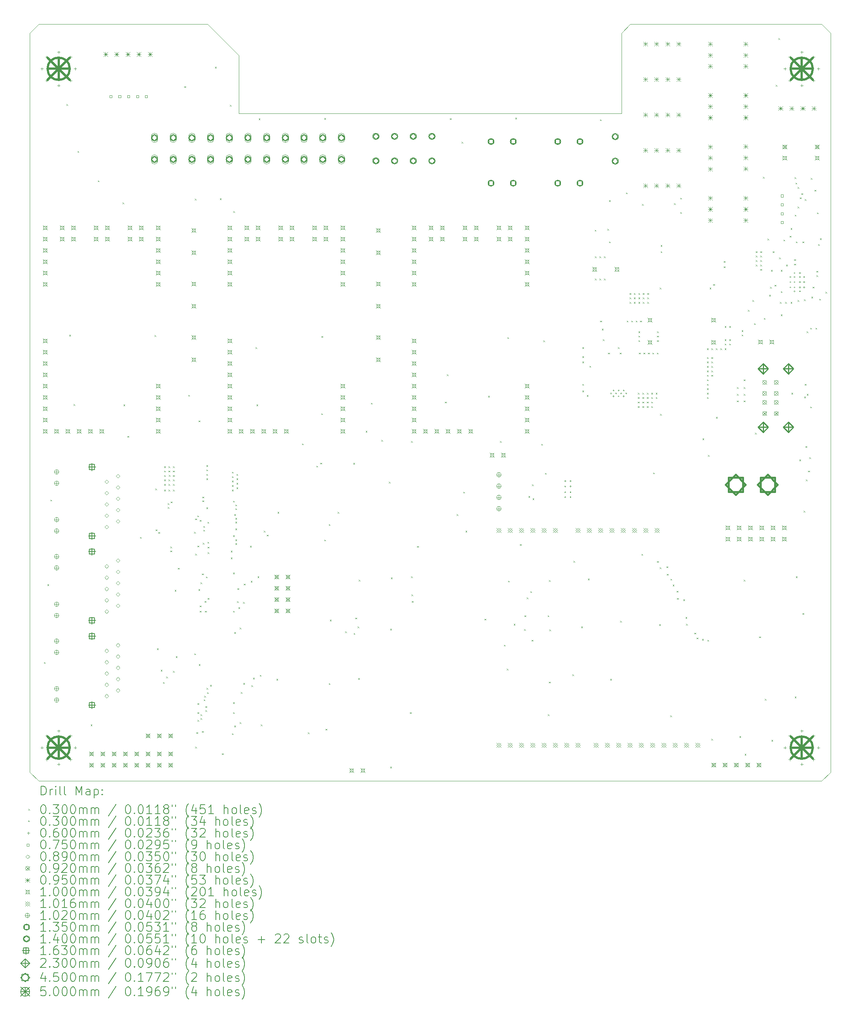
<source format=gbr>
%TF.GenerationSoftware,KiCad,Pcbnew,8.0.4+1*%
%TF.CreationDate,2024-09-19T23:45:55+00:00*%
%TF.ProjectId,hw-openmower-yardforce,68772d6f-7065-46e6-9d6f-7765722d7961,rev?*%
%TF.SameCoordinates,Original*%
%TF.FileFunction,Drillmap*%
%TF.FilePolarity,Positive*%
%FSLAX45Y45*%
G04 Gerber Fmt 4.5, Leading zero omitted, Abs format (unit mm)*
G04 Created by KiCad (PCBNEW 8.0.4+1) date 2024-09-19 23:45:55*
%MOMM*%
%LPD*%
G01*
G04 APERTURE LIST*
%ADD10C,0.050000*%
%ADD11C,0.200000*%
%ADD12C,0.100000*%
%ADD13C,0.101600*%
%ADD14C,0.102000*%
%ADD15C,0.135000*%
%ADD16C,0.140000*%
%ADD17C,0.163000*%
%ADD18C,0.230000*%
%ADD19C,0.450000*%
%ADD20C,0.500000*%
G04 APERTURE END LIST*
D10*
X19865000Y-18906500D02*
X20065000Y-18706500D01*
X20065000Y-18706500D02*
X20065000Y-17706500D01*
X19865000Y-1906500D02*
X15565000Y-1906500D01*
X19865000Y-18906500D02*
X2265000Y-18906500D01*
X6765000Y-3906500D02*
X6765000Y-2606500D01*
X15365000Y-3906500D02*
X6765000Y-3906500D01*
X15365000Y-2106500D02*
X15365000Y-3906500D01*
X2065000Y-2106500D02*
X2265000Y-1906500D01*
X2065000Y-18706500D02*
X2265000Y-18906500D01*
X19865000Y-1906500D02*
X20065000Y-2106500D01*
X2065000Y-18706500D02*
X2065000Y-2106500D01*
X2265000Y-1906500D02*
X6065000Y-1906500D01*
X6065000Y-1906500D02*
X6765000Y-2606500D01*
X20065000Y-17706500D02*
X20065000Y-2106500D01*
X15565000Y-1906500D02*
X15365000Y-2106500D01*
D11*
D12*
X2385000Y-16235000D02*
X2415000Y-16265000D01*
X2415000Y-16235000D02*
X2385000Y-16265000D01*
X2460000Y-14485000D02*
X2490000Y-14515000D01*
X2490000Y-14485000D02*
X2460000Y-14515000D01*
X2527447Y-12584927D02*
X2557447Y-12614927D01*
X2557447Y-12584927D02*
X2527447Y-12614927D01*
X2889000Y-3700000D02*
X2919000Y-3730000D01*
X2919000Y-3700000D02*
X2889000Y-3730000D01*
X2954000Y-8882000D02*
X2984000Y-8912000D01*
X2984000Y-8882000D02*
X2954000Y-8912000D01*
X3050000Y-10440000D02*
X3080000Y-10470000D01*
X3080000Y-10440000D02*
X3050000Y-10470000D01*
X3140000Y-4756000D02*
X3170000Y-4786000D01*
X3170000Y-4756000D02*
X3140000Y-4786000D01*
X3435000Y-17635000D02*
X3465000Y-17665000D01*
X3465000Y-17635000D02*
X3435000Y-17665000D01*
X3596000Y-5413000D02*
X3626000Y-5443000D01*
X3626000Y-5413000D02*
X3596000Y-5443000D01*
X4149000Y-5910000D02*
X4179000Y-5940000D01*
X4179000Y-5910000D02*
X4149000Y-5940000D01*
X4171000Y-10450000D02*
X4201000Y-10480000D01*
X4201000Y-10450000D02*
X4171000Y-10480000D01*
X4261000Y-11154000D02*
X4291000Y-11184000D01*
X4291000Y-11154000D02*
X4261000Y-11184000D01*
X4545000Y-13425000D02*
X4575000Y-13455000D01*
X4575000Y-13425000D02*
X4545000Y-13455000D01*
X4870000Y-8892000D02*
X4900000Y-8922000D01*
X4900000Y-8892000D02*
X4870000Y-8922000D01*
X4885000Y-12335000D02*
X4915000Y-12365000D01*
X4915000Y-12335000D02*
X4885000Y-12365000D01*
X4894948Y-13254948D02*
X4924948Y-13284948D01*
X4924948Y-13254948D02*
X4894948Y-13284948D01*
X4925000Y-15925000D02*
X4955000Y-15955000D01*
X4955000Y-15925000D02*
X4925000Y-15955000D01*
X4955052Y-13315052D02*
X4985052Y-13345052D01*
X4985052Y-13315052D02*
X4955052Y-13345052D01*
X5010000Y-16410000D02*
X5040000Y-16440000D01*
X5040000Y-16410000D02*
X5010000Y-16440000D01*
X5060000Y-16685000D02*
X5090000Y-16715000D01*
X5090000Y-16685000D02*
X5060000Y-16715000D01*
X5085000Y-11835000D02*
X5115000Y-11865000D01*
X5115000Y-11835000D02*
X5085000Y-11865000D01*
X5085000Y-11935000D02*
X5115000Y-11965000D01*
X5115000Y-11935000D02*
X5085000Y-11965000D01*
X5085000Y-12035000D02*
X5115000Y-12065000D01*
X5115000Y-12035000D02*
X5085000Y-12065000D01*
X5085000Y-12235000D02*
X5115000Y-12265000D01*
X5115000Y-12235000D02*
X5085000Y-12265000D01*
X5085000Y-12360000D02*
X5115000Y-12390000D01*
X5115000Y-12360000D02*
X5085000Y-12390000D01*
X5085349Y-12133813D02*
X5115349Y-12163813D01*
X5115349Y-12133813D02*
X5085349Y-12163813D01*
X5135000Y-16560000D02*
X5165000Y-16590000D01*
X5165000Y-16560000D02*
X5135000Y-16590000D01*
X5165000Y-12667500D02*
X5195000Y-12697500D01*
X5195000Y-12667500D02*
X5165000Y-12697500D01*
X5165000Y-12752500D02*
X5195000Y-12782500D01*
X5195000Y-12752500D02*
X5165000Y-12782500D01*
X5185000Y-11835000D02*
X5215000Y-11865000D01*
X5215000Y-11835000D02*
X5185000Y-11865000D01*
X5185000Y-11935000D02*
X5215000Y-11965000D01*
X5215000Y-11935000D02*
X5185000Y-11965000D01*
X5185000Y-12135000D02*
X5215000Y-12165000D01*
X5215000Y-12135000D02*
X5185000Y-12165000D01*
X5185000Y-12235000D02*
X5215000Y-12265000D01*
X5215000Y-12235000D02*
X5185000Y-12265000D01*
X5185000Y-12360000D02*
X5215000Y-12390000D01*
X5215000Y-12360000D02*
X5185000Y-12390000D01*
X5190189Y-12033738D02*
X5220189Y-12063738D01*
X5220189Y-12033738D02*
X5190189Y-12063738D01*
X5225000Y-13642500D02*
X5255000Y-13672500D01*
X5255000Y-13642500D02*
X5225000Y-13672500D01*
X5225000Y-13727500D02*
X5255000Y-13757500D01*
X5255000Y-13727500D02*
X5225000Y-13757500D01*
X5235000Y-12627500D02*
X5265000Y-12657500D01*
X5265000Y-12627500D02*
X5235000Y-12657500D01*
X5285000Y-11835000D02*
X5315000Y-11865000D01*
X5315000Y-11835000D02*
X5285000Y-11865000D01*
X5285000Y-11935000D02*
X5315000Y-11965000D01*
X5315000Y-11935000D02*
X5285000Y-11965000D01*
X5285000Y-12035000D02*
X5315000Y-12065000D01*
X5315000Y-12035000D02*
X5285000Y-12065000D01*
X5285000Y-12135000D02*
X5315000Y-12165000D01*
X5315000Y-12135000D02*
X5285000Y-12165000D01*
X5285000Y-12235000D02*
X5315000Y-12265000D01*
X5315000Y-12235000D02*
X5285000Y-12265000D01*
X5285000Y-12360000D02*
X5315000Y-12390000D01*
X5315000Y-12360000D02*
X5285000Y-12390000D01*
X5285000Y-16435000D02*
X5315000Y-16465000D01*
X5315000Y-16435000D02*
X5285000Y-16465000D01*
X5325000Y-14615000D02*
X5355000Y-14645000D01*
X5355000Y-14615000D02*
X5325000Y-14645000D01*
X5347500Y-16105000D02*
X5377500Y-16135000D01*
X5377500Y-16105000D02*
X5347500Y-16135000D01*
X5394927Y-14119926D02*
X5424927Y-14149926D01*
X5424927Y-14119926D02*
X5394927Y-14149926D01*
X5539000Y-3298000D02*
X5569000Y-3328000D01*
X5569000Y-3298000D02*
X5539000Y-3328000D01*
X5629000Y-10234000D02*
X5659000Y-10264000D01*
X5659000Y-10234000D02*
X5629000Y-10264000D01*
X5760000Y-13310000D02*
X5790000Y-13340000D01*
X5790000Y-13310000D02*
X5760000Y-13340000D01*
X5765000Y-16040000D02*
X5795000Y-16070000D01*
X5795000Y-16040000D02*
X5765000Y-16070000D01*
X5778000Y-5827000D02*
X5808000Y-5857000D01*
X5808000Y-5827000D02*
X5778000Y-5857000D01*
X5785000Y-13010000D02*
X5815000Y-13040000D01*
X5815000Y-13010000D02*
X5785000Y-13040000D01*
X5785000Y-13802500D02*
X5815000Y-13832500D01*
X5815000Y-13802500D02*
X5785000Y-13832500D01*
X5785000Y-18135000D02*
X5815000Y-18165000D01*
X5815000Y-18135000D02*
X5785000Y-18165000D01*
X5810000Y-17810000D02*
X5840000Y-17840000D01*
X5840000Y-17810000D02*
X5810000Y-17840000D01*
X5830094Y-12941308D02*
X5860094Y-12971308D01*
X5860094Y-12941308D02*
X5830094Y-12971308D01*
X5835000Y-13620000D02*
X5865000Y-13650000D01*
X5865000Y-13620000D02*
X5835000Y-13650000D01*
X5835000Y-17160000D02*
X5865000Y-17190000D01*
X5865000Y-17160000D02*
X5835000Y-17190000D01*
X5835000Y-17360000D02*
X5865000Y-17390000D01*
X5865000Y-17360000D02*
X5835000Y-17390000D01*
X5835000Y-17535000D02*
X5865000Y-17565000D01*
X5865000Y-17535000D02*
X5835000Y-17565000D01*
X5855000Y-14595000D02*
X5885000Y-14625000D01*
X5885000Y-14595000D02*
X5855000Y-14625000D01*
X5860000Y-10810000D02*
X5890000Y-10840000D01*
X5890000Y-10810000D02*
X5860000Y-10840000D01*
X5865000Y-16280000D02*
X5895000Y-16310000D01*
X5895000Y-16280000D02*
X5865000Y-16310000D01*
X5885000Y-13045000D02*
X5915000Y-13075000D01*
X5915000Y-13045000D02*
X5885000Y-13075000D01*
X5885000Y-14965000D02*
X5915000Y-14995000D01*
X5915000Y-14965000D02*
X5885000Y-14995000D01*
X5885000Y-15085000D02*
X5915000Y-15115000D01*
X5915000Y-15085000D02*
X5885000Y-15115000D01*
X5905000Y-14445000D02*
X5935000Y-14475000D01*
X5935000Y-14445000D02*
X5905000Y-14475000D01*
X5905000Y-17407500D02*
X5935000Y-17437500D01*
X5935000Y-17407500D02*
X5905000Y-17437500D01*
X5905000Y-17492500D02*
X5935000Y-17522500D01*
X5935000Y-17492500D02*
X5905000Y-17522500D01*
X5935000Y-14245000D02*
X5965000Y-14275000D01*
X5965000Y-14245000D02*
X5935000Y-14275000D01*
X5935000Y-17785000D02*
X5965000Y-17815000D01*
X5965000Y-17785000D02*
X5935000Y-17815000D01*
X5943738Y-12517500D02*
X5973738Y-12547500D01*
X5973738Y-12517500D02*
X5943738Y-12547500D01*
X5943738Y-12602500D02*
X5973738Y-12632500D01*
X5973738Y-12602500D02*
X5943738Y-12632500D01*
X5955000Y-13555000D02*
X5985000Y-13585000D01*
X5985000Y-13555000D02*
X5955000Y-13585000D01*
X5965000Y-13177500D02*
X5995000Y-13207500D01*
X5995000Y-13177500D02*
X5965000Y-13207500D01*
X5965000Y-13262500D02*
X5995000Y-13292500D01*
X5995000Y-13262500D02*
X5965000Y-13292500D01*
X5975000Y-17075000D02*
X6005000Y-17105000D01*
X6005000Y-17075000D02*
X5975000Y-17105000D01*
X5989689Y-16992235D02*
X6019689Y-17022235D01*
X6019689Y-16992235D02*
X5989689Y-17022235D01*
X5995000Y-14865000D02*
X6025000Y-14895000D01*
X6025000Y-14865000D02*
X5995000Y-14895000D01*
X6005000Y-15085000D02*
X6035000Y-15115000D01*
X6035000Y-15085000D02*
X6005000Y-15115000D01*
X6015000Y-17227500D02*
X6045000Y-17257500D01*
X6045000Y-17227500D02*
X6015000Y-17257500D01*
X6015000Y-17312500D02*
X6045000Y-17342500D01*
X6045000Y-17312500D02*
X6015000Y-17342500D01*
X6025000Y-14315000D02*
X6055000Y-14345000D01*
X6055000Y-14315000D02*
X6025000Y-14345000D01*
X6035000Y-11810000D02*
X6065000Y-11840000D01*
X6065000Y-11810000D02*
X6035000Y-11840000D01*
X6035000Y-11910000D02*
X6065000Y-11940000D01*
X6065000Y-11910000D02*
X6035000Y-11940000D01*
X6035000Y-12010000D02*
X6065000Y-12040000D01*
X6065000Y-12010000D02*
X6035000Y-12040000D01*
X6035000Y-12110000D02*
X6065000Y-12140000D01*
X6065000Y-12110000D02*
X6035000Y-12140000D01*
X6035000Y-12760000D02*
X6065000Y-12790000D01*
X6065000Y-12760000D02*
X6035000Y-12790000D01*
X6040000Y-16815000D02*
X6070000Y-16845000D01*
X6070000Y-16815000D02*
X6040000Y-16845000D01*
X6050000Y-16912500D02*
X6080000Y-16942500D01*
X6080000Y-16912500D02*
X6050000Y-16942500D01*
X6060000Y-13085000D02*
X6090000Y-13115000D01*
X6090000Y-13085000D02*
X6060000Y-13115000D01*
X6060000Y-13535000D02*
X6090000Y-13565000D01*
X6090000Y-13535000D02*
X6060000Y-13565000D01*
X6065000Y-13645000D02*
X6095000Y-13675000D01*
X6095000Y-13645000D02*
X6065000Y-13675000D01*
X6065000Y-13765000D02*
X6095000Y-13795000D01*
X6095000Y-13765000D02*
X6065000Y-13795000D01*
X6065000Y-14795000D02*
X6095000Y-14825000D01*
X6095000Y-14795000D02*
X6065000Y-14825000D01*
X6117500Y-16747500D02*
X6147500Y-16777500D01*
X6147500Y-16747500D02*
X6117500Y-16777500D01*
X6228000Y-2864000D02*
X6258000Y-2894000D01*
X6258000Y-2864000D02*
X6228000Y-2894000D01*
X6340000Y-5818000D02*
X6370000Y-5848000D01*
X6370000Y-5818000D02*
X6340000Y-5848000D01*
X6385000Y-18285000D02*
X6415000Y-18315000D01*
X6415000Y-18285000D02*
X6385000Y-18315000D01*
X6565000Y-3717000D02*
X6595000Y-3747000D01*
X6595000Y-3717000D02*
X6565000Y-3747000D01*
X6585000Y-13735000D02*
X6615000Y-13765000D01*
X6615000Y-13735000D02*
X6585000Y-13765000D01*
X6585000Y-13885000D02*
X6615000Y-13915000D01*
X6615000Y-13885000D02*
X6585000Y-13915000D01*
X6610000Y-11960000D02*
X6640000Y-11990000D01*
X6640000Y-11960000D02*
X6610000Y-11990000D01*
X6610000Y-12060000D02*
X6640000Y-12090000D01*
X6640000Y-12060000D02*
X6610000Y-12090000D01*
X6610000Y-12160000D02*
X6640000Y-12190000D01*
X6640000Y-12160000D02*
X6610000Y-12190000D01*
X6610000Y-12260000D02*
X6640000Y-12290000D01*
X6640000Y-12260000D02*
X6610000Y-12290000D01*
X6610000Y-12360000D02*
X6640000Y-12390000D01*
X6640000Y-12360000D02*
X6610000Y-12390000D01*
X6610000Y-17835000D02*
X6640000Y-17865000D01*
X6640000Y-17835000D02*
X6610000Y-17865000D01*
X6635000Y-12610000D02*
X6665000Y-12640000D01*
X6665000Y-12610000D02*
X6635000Y-12640000D01*
X6635000Y-13385000D02*
X6665000Y-13415000D01*
X6665000Y-13385000D02*
X6635000Y-13415000D01*
X6635000Y-14225000D02*
X6665000Y-14255000D01*
X6665000Y-14225000D02*
X6635000Y-14255000D01*
X6635000Y-15085000D02*
X6665000Y-15115000D01*
X6665000Y-15085000D02*
X6635000Y-15115000D01*
X6635000Y-17135000D02*
X6665000Y-17165000D01*
X6665000Y-17135000D02*
X6635000Y-17165000D01*
X6635000Y-17360000D02*
X6665000Y-17390000D01*
X6665000Y-17360000D02*
X6635000Y-17390000D01*
X6639000Y-6106000D02*
X6669000Y-6136000D01*
X6669000Y-6106000D02*
X6639000Y-6136000D01*
X6660000Y-12910000D02*
X6690000Y-12940000D01*
X6690000Y-12910000D02*
X6660000Y-12940000D01*
X6660000Y-15560000D02*
X6690000Y-15590000D01*
X6690000Y-15560000D02*
X6660000Y-15590000D01*
X6660000Y-17660000D02*
X6690000Y-17690000D01*
X6690000Y-17660000D02*
X6660000Y-17690000D01*
X6685000Y-12697500D02*
X6715000Y-12727500D01*
X6715000Y-12697500D02*
X6685000Y-12727500D01*
X6685000Y-12782500D02*
X6715000Y-12812500D01*
X6715000Y-12782500D02*
X6685000Y-12812500D01*
X6685000Y-12997500D02*
X6715000Y-13027500D01*
X6715000Y-12997500D02*
X6685000Y-13027500D01*
X6685000Y-13082500D02*
X6715000Y-13112500D01*
X6715000Y-13082500D02*
X6685000Y-13112500D01*
X6685000Y-13235000D02*
X6715000Y-13265000D01*
X6715000Y-13235000D02*
X6685000Y-13265000D01*
X6685000Y-13477500D02*
X6715000Y-13507500D01*
X6715000Y-13477500D02*
X6685000Y-13507500D01*
X6685000Y-13562500D02*
X6715000Y-13592500D01*
X6715000Y-13562500D02*
X6685000Y-13592500D01*
X6710000Y-12010000D02*
X6740000Y-12040000D01*
X6740000Y-12010000D02*
X6710000Y-12040000D01*
X6710000Y-12110000D02*
X6740000Y-12140000D01*
X6740000Y-12110000D02*
X6710000Y-12140000D01*
X6710000Y-12210000D02*
X6740000Y-12240000D01*
X6740000Y-12210000D02*
X6710000Y-12240000D01*
X6710000Y-12310000D02*
X6740000Y-12340000D01*
X6740000Y-12310000D02*
X6710000Y-12340000D01*
X6725000Y-14870000D02*
X6755000Y-14900000D01*
X6755000Y-14870000D02*
X6725000Y-14900000D01*
X6735000Y-14575000D02*
X6765000Y-14605000D01*
X6765000Y-14575000D02*
X6735000Y-14605000D01*
X6755147Y-15005000D02*
X6785147Y-15035000D01*
X6785147Y-15005000D02*
X6755147Y-15035000D01*
X6785000Y-15460000D02*
X6815000Y-15490000D01*
X6815000Y-15460000D02*
X6785000Y-15490000D01*
X6785000Y-17585000D02*
X6815000Y-17615000D01*
X6815000Y-17585000D02*
X6785000Y-17615000D01*
X6810000Y-16910000D02*
X6840000Y-16940000D01*
X6840000Y-16910000D02*
X6810000Y-16940000D01*
X6860000Y-14885000D02*
X6890000Y-14915000D01*
X6890000Y-14885000D02*
X6860000Y-14915000D01*
X6865000Y-16705000D02*
X6895000Y-16735000D01*
X6895000Y-16705000D02*
X6865000Y-16735000D01*
X6875000Y-14475000D02*
X6905000Y-14505000D01*
X6905000Y-14475000D02*
X6875000Y-14505000D01*
X7015000Y-13625000D02*
X7045000Y-13655000D01*
X7045000Y-13625000D02*
X7015000Y-13655000D01*
X7035000Y-14410000D02*
X7065000Y-14440000D01*
X7065000Y-14410000D02*
X7035000Y-14440000D01*
X7045000Y-16755000D02*
X7075000Y-16785000D01*
X7075000Y-16755000D02*
X7045000Y-16785000D01*
X7085000Y-16585000D02*
X7115000Y-16615000D01*
X7115000Y-16585000D02*
X7085000Y-16615000D01*
X7140000Y-9163000D02*
X7170000Y-9193000D01*
X7170000Y-9163000D02*
X7140000Y-9193000D01*
X7160000Y-10450000D02*
X7190000Y-10480000D01*
X7190000Y-10450000D02*
X7160000Y-10480000D01*
X7185000Y-14310000D02*
X7215000Y-14340000D01*
X7215000Y-14310000D02*
X7185000Y-14340000D01*
X7213000Y-4023000D02*
X7243000Y-4053000D01*
X7243000Y-4023000D02*
X7213000Y-4053000D01*
X7235000Y-16525000D02*
X7265000Y-16555000D01*
X7265000Y-16525000D02*
X7235000Y-16555000D01*
X7260000Y-17635000D02*
X7290000Y-17665000D01*
X7290000Y-17635000D02*
X7260000Y-17665000D01*
X7325000Y-13285000D02*
X7355000Y-13315000D01*
X7355000Y-13285000D02*
X7325000Y-13315000D01*
X7395000Y-13375000D02*
X7425000Y-13405000D01*
X7425000Y-13375000D02*
X7395000Y-13405000D01*
X7610000Y-16610000D02*
X7640000Y-16640000D01*
X7640000Y-16610000D02*
X7610000Y-16640000D01*
X7635000Y-12860000D02*
X7665000Y-12890000D01*
X7665000Y-12860000D02*
X7635000Y-12890000D01*
X8185000Y-11325000D02*
X8215000Y-11355000D01*
X8215000Y-11325000D02*
X8185000Y-11355000D01*
X8315000Y-17815000D02*
X8345000Y-17845000D01*
X8345000Y-17815000D02*
X8315000Y-17845000D01*
X8505000Y-11825000D02*
X8535000Y-11855000D01*
X8535000Y-11825000D02*
X8505000Y-11855000D01*
X8595000Y-11755000D02*
X8625000Y-11785000D01*
X8625000Y-11755000D02*
X8595000Y-11785000D01*
X8618000Y-10646000D02*
X8648000Y-10676000D01*
X8648000Y-10646000D02*
X8618000Y-10676000D01*
X8623000Y-8912000D02*
X8653000Y-8942000D01*
X8653000Y-8912000D02*
X8623000Y-8942000D01*
X8685000Y-13485000D02*
X8715000Y-13515000D01*
X8715000Y-13485000D02*
X8685000Y-13515000D01*
X8686000Y-4013000D02*
X8716000Y-4043000D01*
X8716000Y-4013000D02*
X8686000Y-4043000D01*
X8715000Y-17735000D02*
X8745000Y-17765000D01*
X8745000Y-17735000D02*
X8715000Y-17765000D01*
X8785000Y-13135000D02*
X8815000Y-13165000D01*
X8815000Y-13135000D02*
X8785000Y-13165000D01*
X8785000Y-16710000D02*
X8815000Y-16740000D01*
X8815000Y-16710000D02*
X8785000Y-16740000D01*
X8810000Y-15285000D02*
X8840000Y-15315000D01*
X8840000Y-15285000D02*
X8810000Y-15315000D01*
X8985000Y-12860000D02*
X9015000Y-12890000D01*
X9015000Y-12860000D02*
X8985000Y-12890000D01*
X9155000Y-15545000D02*
X9185000Y-15575000D01*
X9185000Y-15545000D02*
X9155000Y-15575000D01*
X9335000Y-11760000D02*
X9365000Y-11790000D01*
X9365000Y-11760000D02*
X9335000Y-11790000D01*
X9345000Y-15585000D02*
X9375000Y-15615000D01*
X9375000Y-15585000D02*
X9345000Y-15615000D01*
X9385000Y-15235000D02*
X9415000Y-15265000D01*
X9415000Y-15235000D02*
X9385000Y-15265000D01*
X9435000Y-15435000D02*
X9465000Y-15465000D01*
X9465000Y-15435000D02*
X9435000Y-15465000D01*
X9445000Y-16595000D02*
X9475000Y-16625000D01*
X9475000Y-16595000D02*
X9445000Y-16625000D01*
X9460000Y-14385000D02*
X9490000Y-14415000D01*
X9490000Y-14385000D02*
X9460000Y-14415000D01*
X9614000Y-11039000D02*
X9644000Y-11069000D01*
X9644000Y-11039000D02*
X9614000Y-11069000D01*
X9734000Y-10410000D02*
X9764000Y-10440000D01*
X9764000Y-10410000D02*
X9734000Y-10440000D01*
X9965000Y-11245000D02*
X9995000Y-11275000D01*
X9995000Y-11245000D02*
X9965000Y-11275000D01*
X10135000Y-12185000D02*
X10165000Y-12215000D01*
X10165000Y-12185000D02*
X10135000Y-12215000D01*
X10165000Y-15485000D02*
X10195000Y-15515000D01*
X10195000Y-15485000D02*
X10165000Y-15515000D01*
X10165000Y-18585000D02*
X10195000Y-18615000D01*
X10195000Y-18585000D02*
X10165000Y-18615000D01*
X10185000Y-14335000D02*
X10215000Y-14365000D01*
X10215000Y-14335000D02*
X10185000Y-14365000D01*
X10610000Y-17360000D02*
X10640000Y-17390000D01*
X10640000Y-17360000D02*
X10610000Y-17390000D01*
X10635000Y-11270000D02*
X10665000Y-11300000D01*
X10665000Y-11270000D02*
X10635000Y-11300000D01*
X10635000Y-14310000D02*
X10665000Y-14340000D01*
X10665000Y-14310000D02*
X10635000Y-14340000D01*
X10645000Y-14715000D02*
X10675000Y-14745000D01*
X10675000Y-14715000D02*
X10645000Y-14745000D01*
X10655000Y-14865000D02*
X10685000Y-14895000D01*
X10685000Y-14865000D02*
X10655000Y-14895000D01*
X10772500Y-13627500D02*
X10802500Y-13657500D01*
X10802500Y-13627500D02*
X10772500Y-13657500D01*
X11398000Y-10385000D02*
X11428000Y-10415000D01*
X11428000Y-10385000D02*
X11398000Y-10415000D01*
X11439000Y-9772000D02*
X11469000Y-9802000D01*
X11469000Y-9772000D02*
X11439000Y-9802000D01*
X11508000Y-4018000D02*
X11538000Y-4048000D01*
X11538000Y-4018000D02*
X11508000Y-4048000D01*
X11660000Y-12910000D02*
X11690000Y-12940000D01*
X11690000Y-12910000D02*
X11660000Y-12940000D01*
X11770000Y-4545000D02*
X11800000Y-4575000D01*
X11800000Y-4545000D02*
X11770000Y-4575000D01*
X11810000Y-12410000D02*
X11840000Y-12440000D01*
X11840000Y-12410000D02*
X11810000Y-12440000D01*
X11860000Y-13285000D02*
X11890000Y-13315000D01*
X11890000Y-13285000D02*
X11860000Y-13315000D01*
X12285000Y-15260000D02*
X12315000Y-15290000D01*
X12315000Y-15260000D02*
X12285000Y-15290000D01*
X12369000Y-10254000D02*
X12399000Y-10284000D01*
X12399000Y-10254000D02*
X12369000Y-10284000D01*
X12635000Y-11270000D02*
X12665000Y-11300000D01*
X12665000Y-11270000D02*
X12635000Y-11300000D01*
X12725000Y-15845000D02*
X12755000Y-15875000D01*
X12755000Y-15845000D02*
X12725000Y-15875000D01*
X12785000Y-16385000D02*
X12815000Y-16415000D01*
X12815000Y-16385000D02*
X12785000Y-16415000D01*
X12801000Y-8937000D02*
X12831000Y-8967000D01*
X12831000Y-8937000D02*
X12801000Y-8967000D01*
X12815000Y-14405000D02*
X12845000Y-14435000D01*
X12845000Y-14405000D02*
X12815000Y-14435000D01*
X12945000Y-15375000D02*
X12975000Y-15405000D01*
X12975000Y-15375000D02*
X12945000Y-15405000D01*
X12978000Y-4004000D02*
X13008000Y-4034000D01*
X13008000Y-4004000D02*
X12978000Y-4034000D01*
X13085000Y-13585000D02*
X13115000Y-13615000D01*
X13115000Y-13585000D02*
X13085000Y-13615000D01*
X13175000Y-15495000D02*
X13205000Y-15525000D01*
X13205000Y-15495000D02*
X13175000Y-15525000D01*
X13185000Y-15185000D02*
X13215000Y-15215000D01*
X13215000Y-15185000D02*
X13185000Y-15215000D01*
X13235000Y-14785000D02*
X13265000Y-14815000D01*
X13265000Y-14785000D02*
X13235000Y-14815000D01*
X13275000Y-12505000D02*
X13305000Y-12535000D01*
X13305000Y-12505000D02*
X13275000Y-12535000D01*
X13315000Y-14645000D02*
X13345000Y-14675000D01*
X13345000Y-14645000D02*
X13315000Y-14675000D01*
X13345000Y-15735000D02*
X13375000Y-15765000D01*
X13375000Y-15735000D02*
X13345000Y-15765000D01*
X13355000Y-12245000D02*
X13385000Y-12275000D01*
X13385000Y-12245000D02*
X13355000Y-12275000D01*
X13365000Y-12555000D02*
X13395000Y-12585000D01*
X13395000Y-12555000D02*
X13365000Y-12585000D01*
X13560000Y-11335000D02*
X13590000Y-11365000D01*
X13590000Y-11335000D02*
X13560000Y-11365000D01*
X13610000Y-9010000D02*
X13640000Y-9040000D01*
X13640000Y-9010000D02*
X13610000Y-9040000D01*
X13645000Y-11985000D02*
X13675000Y-12015000D01*
X13675000Y-11985000D02*
X13645000Y-12015000D01*
X13705000Y-15185000D02*
X13735000Y-15215000D01*
X13735000Y-15185000D02*
X13705000Y-15215000D01*
X13710000Y-17410000D02*
X13740000Y-17440000D01*
X13740000Y-17410000D02*
X13710000Y-17440000D01*
X13735000Y-14395000D02*
X13765000Y-14425000D01*
X13765000Y-14395000D02*
X13735000Y-14425000D01*
X13735000Y-16675000D02*
X13765000Y-16705000D01*
X13765000Y-16675000D02*
X13735000Y-16705000D01*
X13745000Y-15505000D02*
X13775000Y-15535000D01*
X13775000Y-15505000D02*
X13745000Y-15535000D01*
X14260000Y-16510000D02*
X14290000Y-16540000D01*
X14290000Y-16510000D02*
X14260000Y-16540000D01*
X14285000Y-13960000D02*
X14315000Y-13990000D01*
X14315000Y-13960000D02*
X14285000Y-13990000D01*
X14460000Y-15435000D02*
X14490000Y-15465000D01*
X14490000Y-15435000D02*
X14460000Y-15465000D01*
X14485000Y-9160000D02*
X14515000Y-9190000D01*
X14515000Y-9160000D02*
X14485000Y-9190000D01*
X14485000Y-9365000D02*
X14515000Y-9395000D01*
X14515000Y-9365000D02*
X14485000Y-9395000D01*
X14485000Y-9485000D02*
X14515000Y-9515000D01*
X14515000Y-9485000D02*
X14485000Y-9515000D01*
X14485000Y-10135000D02*
X14515000Y-10165000D01*
X14515000Y-10135000D02*
X14485000Y-10165000D01*
X14485001Y-9985000D02*
X14515001Y-10015000D01*
X14515001Y-9985000D02*
X14485001Y-10015000D01*
X14585000Y-10235000D02*
X14615000Y-10265000D01*
X14615000Y-10235000D02*
X14585000Y-10265000D01*
X14610000Y-14360000D02*
X14640000Y-14390000D01*
X14640000Y-14360000D02*
X14610000Y-14390000D01*
X14646000Y-9579000D02*
X14676000Y-9609000D01*
X14676000Y-9579000D02*
X14646000Y-9609000D01*
X14765000Y-6525000D02*
X14795000Y-6555000D01*
X14795000Y-6525000D02*
X14765000Y-6555000D01*
X14770000Y-7120000D02*
X14800000Y-7150000D01*
X14800000Y-7120000D02*
X14770000Y-7150000D01*
X14770000Y-7620000D02*
X14800000Y-7650000D01*
X14800000Y-7620000D02*
X14770000Y-7650000D01*
X14870000Y-7120000D02*
X14900000Y-7150000D01*
X14900000Y-7120000D02*
X14870000Y-7150000D01*
X14870000Y-7620000D02*
X14900000Y-7650000D01*
X14900000Y-7620000D02*
X14870000Y-7650000D01*
X14884000Y-4043000D02*
X14914000Y-4073000D01*
X14914000Y-4043000D02*
X14884000Y-4073000D01*
X14885000Y-8565000D02*
X14915000Y-8595000D01*
X14915000Y-8565000D02*
X14885000Y-8595000D01*
X14925000Y-8745000D02*
X14955000Y-8775000D01*
X14955000Y-8745000D02*
X14925000Y-8775000D01*
X14945000Y-8985000D02*
X14975000Y-9015000D01*
X14975000Y-8985000D02*
X14945000Y-9015000D01*
X14970000Y-7120000D02*
X15000000Y-7150000D01*
X15000000Y-7120000D02*
X14970000Y-7150000D01*
X14970000Y-7620000D02*
X15000000Y-7650000D01*
X15000000Y-7620000D02*
X14970000Y-7650000D01*
X15045000Y-6505000D02*
X15075000Y-6535000D01*
X15075000Y-6505000D02*
X15045000Y-6535000D01*
X15065000Y-9285000D02*
X15095000Y-9315000D01*
X15095000Y-9285000D02*
X15065000Y-9315000D01*
X15085000Y-5860000D02*
X15115000Y-5890000D01*
X15115000Y-5860000D02*
X15085000Y-5890000D01*
X15085000Y-6785000D02*
X15115000Y-6815000D01*
X15115000Y-6785000D02*
X15085000Y-6815000D01*
X15110000Y-16610000D02*
X15140000Y-16640000D01*
X15140000Y-16610000D02*
X15110000Y-16640000D01*
X15285000Y-9160000D02*
X15315000Y-9190000D01*
X15315000Y-9160000D02*
X15285000Y-9190000D01*
X15325000Y-9285000D02*
X15355000Y-9315000D01*
X15355000Y-9285000D02*
X15325000Y-9315000D01*
X15335000Y-15310000D02*
X15365000Y-15340000D01*
X15365000Y-15310000D02*
X15335000Y-15340000D01*
X15465000Y-5685000D02*
X15495000Y-5715000D01*
X15495000Y-5685000D02*
X15465000Y-5715000D01*
X15485000Y-8565000D02*
X15515000Y-8595000D01*
X15515000Y-8565000D02*
X15485000Y-8595000D01*
X15545000Y-7945000D02*
X15575000Y-7975000D01*
X15575000Y-7945000D02*
X15545000Y-7975000D01*
X15545000Y-8045000D02*
X15575000Y-8075000D01*
X15575000Y-8045000D02*
X15545000Y-8075000D01*
X15545000Y-8145000D02*
X15575000Y-8175000D01*
X15575000Y-8145000D02*
X15545000Y-8175000D01*
X15585000Y-8565000D02*
X15615000Y-8595000D01*
X15615000Y-8565000D02*
X15585000Y-8595000D01*
X15645000Y-7945000D02*
X15675000Y-7975000D01*
X15675000Y-7945000D02*
X15645000Y-7975000D01*
X15645000Y-8045000D02*
X15675000Y-8075000D01*
X15675000Y-8045000D02*
X15645000Y-8075000D01*
X15645000Y-8145000D02*
X15675000Y-8175000D01*
X15675000Y-8145000D02*
X15645000Y-8175000D01*
X15685000Y-8565000D02*
X15715000Y-8595000D01*
X15715000Y-8565000D02*
X15685000Y-8595000D01*
X15735000Y-10185000D02*
X15765000Y-10215000D01*
X15765000Y-10185000D02*
X15735000Y-10215000D01*
X15735000Y-10285000D02*
X15765000Y-10315000D01*
X15765000Y-10285000D02*
X15735000Y-10315000D01*
X15735000Y-10385000D02*
X15765000Y-10415000D01*
X15765000Y-10385000D02*
X15735000Y-10415000D01*
X15735000Y-10485000D02*
X15765000Y-10515000D01*
X15765000Y-10485000D02*
X15735000Y-10515000D01*
X15745000Y-7945000D02*
X15775000Y-7975000D01*
X15775000Y-7945000D02*
X15745000Y-7975000D01*
X15745000Y-8045000D02*
X15775000Y-8075000D01*
X15775000Y-8045000D02*
X15745000Y-8075000D01*
X15745000Y-8145000D02*
X15775000Y-8175000D01*
X15775000Y-8145000D02*
X15745000Y-8175000D01*
X15745000Y-8805000D02*
X15775000Y-8835000D01*
X15775000Y-8805000D02*
X15745000Y-8835000D01*
X15745000Y-8905000D02*
X15775000Y-8935000D01*
X15775000Y-8905000D02*
X15745000Y-8935000D01*
X15745000Y-9005000D02*
X15775000Y-9035000D01*
X15775000Y-9005000D02*
X15745000Y-9035000D01*
X15760000Y-9285000D02*
X15790000Y-9315000D01*
X15790000Y-9285000D02*
X15760000Y-9315000D01*
X15785000Y-8565000D02*
X15815000Y-8595000D01*
X15815000Y-8565000D02*
X15785000Y-8595000D01*
X15815000Y-13805000D02*
X15845000Y-13835000D01*
X15845000Y-13805000D02*
X15815000Y-13835000D01*
X15825000Y-5945000D02*
X15855000Y-5975000D01*
X15855000Y-5945000D02*
X15825000Y-5975000D01*
X15835000Y-10185000D02*
X15865000Y-10215000D01*
X15865000Y-10185000D02*
X15835000Y-10215000D01*
X15835000Y-10285000D02*
X15865000Y-10315000D01*
X15865000Y-10285000D02*
X15835000Y-10315000D01*
X15835000Y-10385000D02*
X15865000Y-10415000D01*
X15865000Y-10385000D02*
X15835000Y-10415000D01*
X15835000Y-10485000D02*
X15865000Y-10515000D01*
X15865000Y-10485000D02*
X15835000Y-10515000D01*
X15845000Y-7945000D02*
X15875000Y-7975000D01*
X15875000Y-7945000D02*
X15845000Y-7975000D01*
X15845000Y-8045000D02*
X15875000Y-8075000D01*
X15875000Y-8045000D02*
X15845000Y-8075000D01*
X15845000Y-8145000D02*
X15875000Y-8175000D01*
X15875000Y-8145000D02*
X15845000Y-8175000D01*
X15860000Y-9285000D02*
X15890000Y-9315000D01*
X15890000Y-9285000D02*
X15860000Y-9315000D01*
X15935000Y-10185000D02*
X15965000Y-10215000D01*
X15965000Y-10185000D02*
X15935000Y-10215000D01*
X15935000Y-10285000D02*
X15965000Y-10315000D01*
X15965000Y-10285000D02*
X15935000Y-10315000D01*
X15935000Y-10385000D02*
X15965000Y-10415000D01*
X15965000Y-10385000D02*
X15935000Y-10415000D01*
X15935000Y-10485000D02*
X15965000Y-10515000D01*
X15965000Y-10485000D02*
X15935000Y-10515000D01*
X15945000Y-7945000D02*
X15975000Y-7975000D01*
X15975000Y-7945000D02*
X15945000Y-7975000D01*
X15945000Y-8045000D02*
X15975000Y-8075000D01*
X15975000Y-8045000D02*
X15945000Y-8075000D01*
X15945000Y-8145000D02*
X15975000Y-8175000D01*
X15975000Y-8145000D02*
X15945000Y-8175000D01*
X15960000Y-9285000D02*
X15990000Y-9315000D01*
X15990000Y-9285000D02*
X15960000Y-9315000D01*
X16035000Y-10185000D02*
X16065000Y-10215000D01*
X16065000Y-10185000D02*
X16035000Y-10215000D01*
X16035000Y-10285000D02*
X16065000Y-10315000D01*
X16065000Y-10285000D02*
X16035000Y-10315000D01*
X16035000Y-10385000D02*
X16065000Y-10415000D01*
X16065000Y-10385000D02*
X16035000Y-10415000D01*
X16035000Y-10485000D02*
X16065000Y-10515000D01*
X16065000Y-10485000D02*
X16035000Y-10515000D01*
X16060000Y-9285000D02*
X16090000Y-9315000D01*
X16090000Y-9285000D02*
X16060000Y-9315000D01*
X16075000Y-11975000D02*
X16105000Y-12005000D01*
X16105000Y-11975000D02*
X16075000Y-12005000D01*
X16135000Y-10185000D02*
X16165000Y-10215000D01*
X16165000Y-10185000D02*
X16135000Y-10215000D01*
X16135000Y-10285000D02*
X16165000Y-10315000D01*
X16165000Y-10285000D02*
X16135000Y-10315000D01*
X16160000Y-9285000D02*
X16190000Y-9315000D01*
X16190000Y-9285000D02*
X16160000Y-9315000D01*
X16165000Y-8805000D02*
X16195000Y-8835000D01*
X16195000Y-8805000D02*
X16165000Y-8835000D01*
X16165000Y-8905000D02*
X16195000Y-8935000D01*
X16195000Y-8905000D02*
X16165000Y-8935000D01*
X16165000Y-9005000D02*
X16195000Y-9035000D01*
X16195000Y-9005000D02*
X16165000Y-9035000D01*
X16165000Y-13965000D02*
X16195000Y-13995000D01*
X16195000Y-13965000D02*
X16165000Y-13995000D01*
X16209986Y-15382660D02*
X16239986Y-15412660D01*
X16239986Y-15382660D02*
X16209986Y-15412660D01*
X16225000Y-7825000D02*
X16255000Y-7855000D01*
X16255000Y-7825000D02*
X16225000Y-7855000D01*
X16225000Y-14105000D02*
X16255000Y-14135000D01*
X16255000Y-14105000D02*
X16225000Y-14135000D01*
X16232500Y-10660000D02*
X16262500Y-10690000D01*
X16262500Y-10660000D02*
X16232500Y-10690000D01*
X16245000Y-6865000D02*
X16275000Y-6895000D01*
X16275000Y-6865000D02*
X16245000Y-6895000D01*
X16245000Y-7005000D02*
X16275000Y-7035000D01*
X16275000Y-7005000D02*
X16245000Y-7035000D01*
X16375000Y-14085000D02*
X16405000Y-14115000D01*
X16405000Y-14085000D02*
X16375000Y-14115000D01*
X16385000Y-14255000D02*
X16415000Y-14285000D01*
X16415000Y-14255000D02*
X16385000Y-14285000D01*
X16460000Y-17435000D02*
X16490000Y-17465000D01*
X16490000Y-17435000D02*
X16460000Y-17465000D01*
X16465000Y-14365000D02*
X16495000Y-14395000D01*
X16495000Y-14365000D02*
X16465000Y-14395000D01*
X16515000Y-14495000D02*
X16545000Y-14525000D01*
X16545000Y-14495000D02*
X16515000Y-14525000D01*
X16545000Y-5925000D02*
X16575000Y-5955000D01*
X16575000Y-5925000D02*
X16545000Y-5955000D01*
X16605000Y-14635000D02*
X16635000Y-14665000D01*
X16635000Y-14635000D02*
X16605000Y-14665000D01*
X16615000Y-14795000D02*
X16645000Y-14825000D01*
X16645000Y-14795000D02*
X16615000Y-14825000D01*
X16685000Y-5805000D02*
X16715000Y-5835000D01*
X16715000Y-5805000D02*
X16685000Y-5835000D01*
X16685000Y-6125000D02*
X16715000Y-6155000D01*
X16715000Y-6125000D02*
X16685000Y-6155000D01*
X16755000Y-14825000D02*
X16785000Y-14855000D01*
X16785000Y-14825000D02*
X16755000Y-14855000D01*
X16805000Y-15225000D02*
X16835000Y-15255000D01*
X16835000Y-15225000D02*
X16805000Y-15255000D01*
X16815000Y-15375000D02*
X16845000Y-15405000D01*
X16845000Y-15375000D02*
X16815000Y-15405000D01*
X17005000Y-15575000D02*
X17035000Y-15605000D01*
X17035000Y-15575000D02*
X17005000Y-15605000D01*
X17055000Y-15685000D02*
X17085000Y-15715000D01*
X17085000Y-15685000D02*
X17055000Y-15715000D01*
X17175000Y-15715000D02*
X17205000Y-15745000D01*
X17205000Y-15715000D02*
X17175000Y-15745000D01*
X17185000Y-11210000D02*
X17215000Y-11240000D01*
X17215000Y-11210000D02*
X17185000Y-11240000D01*
X17285000Y-9185000D02*
X17315000Y-9215000D01*
X17315000Y-9185000D02*
X17285000Y-9215000D01*
X17285000Y-9385000D02*
X17315000Y-9415000D01*
X17315000Y-9385000D02*
X17285000Y-9415000D01*
X17285000Y-9485000D02*
X17315000Y-9515000D01*
X17315000Y-9485000D02*
X17285000Y-9515000D01*
X17285000Y-9585000D02*
X17315000Y-9615000D01*
X17315000Y-9585000D02*
X17285000Y-9615000D01*
X17285000Y-9685000D02*
X17315000Y-9715000D01*
X17315000Y-9685000D02*
X17285000Y-9715000D01*
X17285000Y-9785000D02*
X17315000Y-9815000D01*
X17315000Y-9785000D02*
X17285000Y-9815000D01*
X17285000Y-9885000D02*
X17315000Y-9915000D01*
X17315000Y-9885000D02*
X17285000Y-9915000D01*
X17285000Y-9985000D02*
X17315000Y-10015000D01*
X17315000Y-9985000D02*
X17285000Y-10015000D01*
X17285000Y-10085000D02*
X17315000Y-10115000D01*
X17315000Y-10085000D02*
X17285000Y-10115000D01*
X17285000Y-10185000D02*
X17315000Y-10215000D01*
X17315000Y-10185000D02*
X17285000Y-10215000D01*
X17285000Y-10285000D02*
X17315000Y-10315000D01*
X17315000Y-10285000D02*
X17285000Y-10315000D01*
X17295000Y-15735000D02*
X17325000Y-15765000D01*
X17325000Y-15735000D02*
X17295000Y-15765000D01*
X17310000Y-11585000D02*
X17340000Y-11615000D01*
X17340000Y-11585000D02*
X17310000Y-11615000D01*
X17345000Y-7825000D02*
X17375000Y-7855000D01*
X17375000Y-7825000D02*
X17345000Y-7855000D01*
X17385000Y-9185000D02*
X17415000Y-9215000D01*
X17415000Y-9185000D02*
X17385000Y-9215000D01*
X17385000Y-9385000D02*
X17415000Y-9415000D01*
X17415000Y-9385000D02*
X17385000Y-9415000D01*
X17385000Y-9485000D02*
X17415000Y-9515000D01*
X17415000Y-9485000D02*
X17385000Y-9515000D01*
X17385000Y-9585000D02*
X17415000Y-9615000D01*
X17415000Y-9585000D02*
X17385000Y-9615000D01*
X17385000Y-9685000D02*
X17415000Y-9715000D01*
X17415000Y-9685000D02*
X17385000Y-9715000D01*
X17385000Y-9785000D02*
X17415000Y-9815000D01*
X17415000Y-9785000D02*
X17385000Y-9815000D01*
X17385000Y-17960000D02*
X17415000Y-17990000D01*
X17415000Y-17960000D02*
X17385000Y-17990000D01*
X17425000Y-7745000D02*
X17455000Y-7775000D01*
X17455000Y-7745000D02*
X17425000Y-7775000D01*
X17485000Y-9185000D02*
X17515000Y-9215000D01*
X17515000Y-9185000D02*
X17485000Y-9215000D01*
X17490000Y-10728000D02*
X17520000Y-10758000D01*
X17520000Y-10728000D02*
X17490000Y-10758000D01*
X17585000Y-9185000D02*
X17615000Y-9215000D01*
X17615000Y-9185000D02*
X17585000Y-9215000D01*
X17665000Y-7225000D02*
X17695000Y-7255000D01*
X17695000Y-7225000D02*
X17665000Y-7255000D01*
X17665000Y-7345000D02*
X17695000Y-7375000D01*
X17695000Y-7345000D02*
X17665000Y-7375000D01*
X17685000Y-8687500D02*
X17715000Y-8717500D01*
X17715000Y-8687500D02*
X17685000Y-8717500D01*
X17685000Y-8982500D02*
X17715000Y-9012500D01*
X17715000Y-8982500D02*
X17685000Y-9012500D01*
X17685000Y-9082500D02*
X17715000Y-9112500D01*
X17715000Y-9082500D02*
X17685000Y-9112500D01*
X17685000Y-9185000D02*
X17715000Y-9215000D01*
X17715000Y-9185000D02*
X17685000Y-9215000D01*
X17785000Y-8687500D02*
X17815000Y-8717500D01*
X17815000Y-8687500D02*
X17785000Y-8717500D01*
X17785000Y-8982500D02*
X17815000Y-9012500D01*
X17815000Y-8982500D02*
X17785000Y-9012500D01*
X17785000Y-9082500D02*
X17815000Y-9112500D01*
X17815000Y-9082500D02*
X17785000Y-9112500D01*
X17960000Y-10060000D02*
X17990000Y-10090000D01*
X17990000Y-10060000D02*
X17960000Y-10090000D01*
X17960000Y-10210000D02*
X17990000Y-10240000D01*
X17990000Y-10210000D02*
X17960000Y-10240000D01*
X17960000Y-10360000D02*
X17990000Y-10390000D01*
X17990000Y-10360000D02*
X17960000Y-10390000D01*
X18015000Y-17900000D02*
X18045000Y-17930000D01*
X18045000Y-17900000D02*
X18015000Y-17930000D01*
X18065000Y-8780000D02*
X18095000Y-8810000D01*
X18095000Y-8780000D02*
X18065000Y-8810000D01*
X18065000Y-8877500D02*
X18095000Y-8907500D01*
X18095000Y-8877500D02*
X18065000Y-8907500D01*
X18110000Y-9885000D02*
X18140000Y-9915000D01*
X18140000Y-9885000D02*
X18110000Y-9915000D01*
X18110000Y-10060000D02*
X18140000Y-10090000D01*
X18140000Y-10060000D02*
X18110000Y-10090000D01*
X18110000Y-10210000D02*
X18140000Y-10240000D01*
X18140000Y-10210000D02*
X18110000Y-10240000D01*
X18110000Y-10360000D02*
X18140000Y-10390000D01*
X18140000Y-10360000D02*
X18110000Y-10390000D01*
X18110000Y-14385000D02*
X18140000Y-14415000D01*
X18140000Y-14385000D02*
X18110000Y-14415000D01*
X18135000Y-18295000D02*
X18165000Y-18325000D01*
X18165000Y-18295000D02*
X18135000Y-18325000D01*
X18205000Y-8325000D02*
X18235000Y-8355000D01*
X18235000Y-8325000D02*
X18205000Y-8355000D01*
X18305000Y-8105000D02*
X18335000Y-8135000D01*
X18335000Y-8105000D02*
X18305000Y-8135000D01*
X18345000Y-8625000D02*
X18375000Y-8655000D01*
X18375000Y-8625000D02*
X18345000Y-8655000D01*
X18365000Y-11085000D02*
X18395000Y-11115000D01*
X18395000Y-11085000D02*
X18365000Y-11115000D01*
X18385000Y-7005000D02*
X18415000Y-7035000D01*
X18415000Y-7005000D02*
X18385000Y-7035000D01*
X18385000Y-7105000D02*
X18415000Y-7135000D01*
X18415000Y-7105000D02*
X18385000Y-7135000D01*
X18385000Y-7205000D02*
X18415000Y-7235000D01*
X18415000Y-7205000D02*
X18385000Y-7235000D01*
X18385000Y-7305000D02*
X18415000Y-7335000D01*
X18415000Y-7305000D02*
X18385000Y-7335000D01*
X18460000Y-15660000D02*
X18490000Y-15690000D01*
X18490000Y-15660000D02*
X18460000Y-15690000D01*
X18485000Y-7005000D02*
X18515000Y-7035000D01*
X18515000Y-7005000D02*
X18485000Y-7035000D01*
X18485000Y-7105000D02*
X18515000Y-7135000D01*
X18515000Y-7105000D02*
X18485000Y-7135000D01*
X18485000Y-7205000D02*
X18515000Y-7235000D01*
X18515000Y-7205000D02*
X18485000Y-7235000D01*
X18485000Y-7305000D02*
X18515000Y-7335000D01*
X18515000Y-7305000D02*
X18485000Y-7335000D01*
X18485000Y-7405000D02*
X18515000Y-7435000D01*
X18515000Y-7405000D02*
X18485000Y-7435000D01*
X18545000Y-5335000D02*
X18575000Y-5365000D01*
X18575000Y-5335000D02*
X18545000Y-5365000D01*
X18565000Y-8505000D02*
X18595000Y-8535000D01*
X18595000Y-8505000D02*
X18565000Y-8535000D01*
X18585000Y-17060000D02*
X18615000Y-17090000D01*
X18615000Y-17060000D02*
X18585000Y-17090000D01*
X18645000Y-6725000D02*
X18675000Y-6755000D01*
X18675000Y-6725000D02*
X18645000Y-6755000D01*
X18685000Y-7985000D02*
X18715000Y-8015000D01*
X18715000Y-7985000D02*
X18685000Y-8015000D01*
X18705000Y-7805000D02*
X18735000Y-7835000D01*
X18735000Y-7805000D02*
X18705000Y-7835000D01*
X18725000Y-7425000D02*
X18755000Y-7455000D01*
X18755000Y-7425000D02*
X18725000Y-7455000D01*
X18735000Y-17985000D02*
X18765000Y-18015000D01*
X18765000Y-17985000D02*
X18735000Y-18015000D01*
X18765000Y-7005000D02*
X18795000Y-7035000D01*
X18795000Y-7005000D02*
X18765000Y-7035000D01*
X18805000Y-7760000D02*
X18835000Y-7790000D01*
X18835000Y-7760000D02*
X18805000Y-7790000D01*
X18833000Y-3270000D02*
X18863000Y-3300000D01*
X18863000Y-3270000D02*
X18833000Y-3300000D01*
X18889000Y-2220000D02*
X18919000Y-2250000D01*
X18919000Y-2220000D02*
X18889000Y-2250000D01*
X18910000Y-7145000D02*
X18940000Y-7175000D01*
X18940000Y-7145000D02*
X18910000Y-7175000D01*
X18925000Y-8145000D02*
X18955000Y-8175000D01*
X18955000Y-8145000D02*
X18925000Y-8175000D01*
X18945000Y-7425000D02*
X18975000Y-7455000D01*
X18975000Y-7425000D02*
X18945000Y-7455000D01*
X18945000Y-7905000D02*
X18975000Y-7935000D01*
X18975000Y-7905000D02*
X18945000Y-7935000D01*
X18945000Y-8425000D02*
X18975000Y-8455000D01*
X18975000Y-8425000D02*
X18945000Y-8455000D01*
X19005000Y-6745000D02*
X19035000Y-6775000D01*
X19035000Y-6745000D02*
X19005000Y-6775000D01*
X19045000Y-8145000D02*
X19075000Y-8175000D01*
X19075000Y-8145000D02*
X19045000Y-8175000D01*
X19065000Y-7305000D02*
X19095000Y-7335000D01*
X19095000Y-7305000D02*
X19065000Y-7335000D01*
X19145000Y-6660000D02*
X19175000Y-6690000D01*
X19175000Y-6660000D02*
X19145000Y-6690000D01*
X19165000Y-6485000D02*
X19195000Y-6515000D01*
X19195000Y-6485000D02*
X19165000Y-6515000D01*
X19165000Y-8145000D02*
X19195000Y-8175000D01*
X19195000Y-8145000D02*
X19165000Y-8175000D01*
X19185000Y-10185000D02*
X19215000Y-10215000D01*
X19215000Y-10185000D02*
X19185000Y-10215000D01*
X19245000Y-7185000D02*
X19275000Y-7215000D01*
X19275000Y-7185000D02*
X19245000Y-7215000D01*
X19245000Y-7285000D02*
X19275000Y-7315000D01*
X19275000Y-7285000D02*
X19245000Y-7315000D01*
X19255000Y-5345000D02*
X19285000Y-5375000D01*
X19285000Y-5345000D02*
X19255000Y-5375000D01*
X19260000Y-6185000D02*
X19290000Y-6215000D01*
X19290000Y-6185000D02*
X19260000Y-6215000D01*
X19260000Y-17010000D02*
X19290000Y-17040000D01*
X19290000Y-17010000D02*
X19260000Y-17040000D01*
X19275000Y-5465000D02*
X19305000Y-5495000D01*
X19305000Y-5465000D02*
X19275000Y-5495000D01*
X19285000Y-6785000D02*
X19315000Y-6815000D01*
X19315000Y-6785000D02*
X19285000Y-6815000D01*
X19285000Y-14310000D02*
X19315000Y-14340000D01*
X19315000Y-14310000D02*
X19285000Y-14340000D01*
X19325000Y-5565000D02*
X19355000Y-5595000D01*
X19355000Y-5565000D02*
X19325000Y-5595000D01*
X19325000Y-6005000D02*
X19355000Y-6035000D01*
X19355000Y-6005000D02*
X19325000Y-6035000D01*
X19325000Y-8105000D02*
X19355000Y-8135000D01*
X19355000Y-8105000D02*
X19325000Y-8135000D01*
X19360000Y-11685000D02*
X19390000Y-11715000D01*
X19390000Y-11685000D02*
X19360000Y-11715000D01*
X19375000Y-5795000D02*
X19405000Y-5825000D01*
X19405000Y-5795000D02*
X19375000Y-5825000D01*
X19406302Y-5702684D02*
X19436302Y-5732684D01*
X19436302Y-5702684D02*
X19406302Y-5732684D01*
X19435000Y-6785000D02*
X19465000Y-6815000D01*
X19465000Y-6785000D02*
X19435000Y-6815000D01*
X19435000Y-15135000D02*
X19465000Y-15165000D01*
X19465000Y-15135000D02*
X19435000Y-15165000D01*
X19460000Y-12835000D02*
X19490000Y-12865000D01*
X19490000Y-12835000D02*
X19460000Y-12865000D01*
X19465000Y-8085000D02*
X19495000Y-8115000D01*
X19495000Y-8085000D02*
X19465000Y-8115000D01*
X19469948Y-10270052D02*
X19499948Y-10300052D01*
X19499948Y-10270052D02*
X19469948Y-10300052D01*
X19485000Y-5835000D02*
X19515000Y-5865000D01*
X19515000Y-5835000D02*
X19485000Y-5865000D01*
X19485000Y-9985000D02*
X19515000Y-10015000D01*
X19515000Y-9985000D02*
X19485000Y-10015000D01*
X19502000Y-11385000D02*
X19532000Y-11415000D01*
X19532000Y-11385000D02*
X19502000Y-11415000D01*
X19510000Y-12135000D02*
X19540000Y-12165000D01*
X19540000Y-12135000D02*
X19510000Y-12165000D01*
X19525000Y-8805000D02*
X19555000Y-8835000D01*
X19555000Y-8805000D02*
X19525000Y-8835000D01*
X19530052Y-10209948D02*
X19560052Y-10239948D01*
X19560052Y-10209948D02*
X19530052Y-10239948D01*
X19560000Y-11935000D02*
X19590000Y-11965000D01*
X19590000Y-11935000D02*
X19560000Y-11965000D01*
X19585000Y-11635000D02*
X19615000Y-11665000D01*
X19615000Y-11635000D02*
X19585000Y-11665000D01*
X19605000Y-8725000D02*
X19635000Y-8755000D01*
X19635000Y-8725000D02*
X19605000Y-8755000D01*
X19605000Y-10495000D02*
X19635000Y-10525000D01*
X19635000Y-10495000D02*
X19605000Y-10525000D01*
X19618000Y-5361000D02*
X19648000Y-5391000D01*
X19648000Y-5361000D02*
X19618000Y-5391000D01*
X19632500Y-8027500D02*
X19662500Y-8057500D01*
X19662500Y-8027500D02*
X19632500Y-8057500D01*
X19660539Y-7801961D02*
X19690539Y-7831961D01*
X19690539Y-7801961D02*
X19660539Y-7831961D01*
X19703000Y-5626000D02*
X19733000Y-5656000D01*
X19733000Y-5626000D02*
X19703000Y-5656000D01*
X19725000Y-8725000D02*
X19755000Y-8755000D01*
X19755000Y-8725000D02*
X19725000Y-8755000D01*
X19745000Y-7445000D02*
X19775000Y-7475000D01*
X19775000Y-7445000D02*
X19745000Y-7475000D01*
X19745000Y-7545000D02*
X19775000Y-7575000D01*
X19775000Y-7545000D02*
X19745000Y-7575000D01*
X19760000Y-6135000D02*
X19790000Y-6165000D01*
X19790000Y-6135000D02*
X19760000Y-6165000D01*
X19785000Y-6845000D02*
X19815000Y-6875000D01*
X19815000Y-6845000D02*
X19785000Y-6875000D01*
X19810000Y-8075000D02*
X19840000Y-8105000D01*
X19840000Y-8075000D02*
X19810000Y-8105000D01*
X19825000Y-6715000D02*
X19855000Y-6745000D01*
X19855000Y-6715000D02*
X19825000Y-6745000D01*
X19947500Y-7915000D02*
X19977500Y-7945000D01*
X19977500Y-7915000D02*
X19947500Y-7945000D01*
X14115000Y-12170000D02*
G75*
G02*
X14085000Y-12170000I-15000J0D01*
G01*
X14085000Y-12170000D02*
G75*
G02*
X14115000Y-12170000I15000J0D01*
G01*
X14115000Y-12290000D02*
G75*
G02*
X14085000Y-12290000I-15000J0D01*
G01*
X14085000Y-12290000D02*
G75*
G02*
X14115000Y-12290000I15000J0D01*
G01*
X14115000Y-12420000D02*
G75*
G02*
X14085000Y-12420000I-15000J0D01*
G01*
X14085000Y-12420000D02*
G75*
G02*
X14115000Y-12420000I15000J0D01*
G01*
X14115000Y-12530000D02*
G75*
G02*
X14085000Y-12530000I-15000J0D01*
G01*
X14085000Y-12530000D02*
G75*
G02*
X14115000Y-12530000I15000J0D01*
G01*
X14235000Y-12170000D02*
G75*
G02*
X14205000Y-12170000I-15000J0D01*
G01*
X14205000Y-12170000D02*
G75*
G02*
X14235000Y-12170000I15000J0D01*
G01*
X14235000Y-12290000D02*
G75*
G02*
X14205000Y-12290000I-15000J0D01*
G01*
X14205000Y-12290000D02*
G75*
G02*
X14235000Y-12290000I15000J0D01*
G01*
X14235000Y-12420000D02*
G75*
G02*
X14205000Y-12420000I-15000J0D01*
G01*
X14205000Y-12420000D02*
G75*
G02*
X14235000Y-12420000I15000J0D01*
G01*
X14235000Y-12530000D02*
G75*
G02*
X14205000Y-12530000I-15000J0D01*
G01*
X14205000Y-12530000D02*
G75*
G02*
X14235000Y-12530000I15000J0D01*
G01*
X15144000Y-10200000D02*
G75*
G02*
X15114000Y-10200000I-15000J0D01*
G01*
X15114000Y-10200000D02*
G75*
G02*
X15144000Y-10200000I15000J0D01*
G01*
X15201000Y-10135000D02*
G75*
G02*
X15171000Y-10135000I-15000J0D01*
G01*
X15171000Y-10135000D02*
G75*
G02*
X15201000Y-10135000I15000J0D01*
G01*
X15201000Y-10265000D02*
G75*
G02*
X15171000Y-10265000I-15000J0D01*
G01*
X15171000Y-10265000D02*
G75*
G02*
X15201000Y-10265000I15000J0D01*
G01*
X15258000Y-10200000D02*
G75*
G02*
X15228000Y-10200000I-15000J0D01*
G01*
X15228000Y-10200000D02*
G75*
G02*
X15258000Y-10200000I15000J0D01*
G01*
X15315000Y-10135000D02*
G75*
G02*
X15285000Y-10135000I-15000J0D01*
G01*
X15285000Y-10135000D02*
G75*
G02*
X15315000Y-10135000I15000J0D01*
G01*
X15315000Y-10265000D02*
G75*
G02*
X15285000Y-10265000I-15000J0D01*
G01*
X15285000Y-10265000D02*
G75*
G02*
X15315000Y-10265000I15000J0D01*
G01*
X15372000Y-10200000D02*
G75*
G02*
X15342000Y-10200000I-15000J0D01*
G01*
X15342000Y-10200000D02*
G75*
G02*
X15372000Y-10200000I15000J0D01*
G01*
X15429000Y-10135000D02*
G75*
G02*
X15399000Y-10135000I-15000J0D01*
G01*
X15399000Y-10135000D02*
G75*
G02*
X15429000Y-10135000I15000J0D01*
G01*
X15429000Y-10265000D02*
G75*
G02*
X15399000Y-10265000I-15000J0D01*
G01*
X15399000Y-10265000D02*
G75*
G02*
X15429000Y-10265000I15000J0D01*
G01*
X15486000Y-10200000D02*
G75*
G02*
X15456000Y-10200000I-15000J0D01*
G01*
X15456000Y-10200000D02*
G75*
G02*
X15486000Y-10200000I15000J0D01*
G01*
X19175000Y-7584000D02*
G75*
G02*
X19145000Y-7584000I-15000J0D01*
G01*
X19145000Y-7584000D02*
G75*
G02*
X19175000Y-7584000I15000J0D01*
G01*
X19175000Y-7700000D02*
G75*
G02*
X19145000Y-7700000I-15000J0D01*
G01*
X19145000Y-7700000D02*
G75*
G02*
X19175000Y-7700000I15000J0D01*
G01*
X19175000Y-7816000D02*
G75*
G02*
X19145000Y-7816000I-15000J0D01*
G01*
X19145000Y-7816000D02*
G75*
G02*
X19175000Y-7816000I15000J0D01*
G01*
X19268500Y-7495000D02*
G75*
G02*
X19238500Y-7495000I-15000J0D01*
G01*
X19238500Y-7495000D02*
G75*
G02*
X19268500Y-7495000I15000J0D01*
G01*
X19268500Y-7584000D02*
G75*
G02*
X19238500Y-7584000I-15000J0D01*
G01*
X19238500Y-7584000D02*
G75*
G02*
X19268500Y-7584000I15000J0D01*
G01*
X19268500Y-7700000D02*
G75*
G02*
X19238500Y-7700000I-15000J0D01*
G01*
X19238500Y-7700000D02*
G75*
G02*
X19268500Y-7700000I15000J0D01*
G01*
X19268500Y-7816000D02*
G75*
G02*
X19238500Y-7816000I-15000J0D01*
G01*
X19238500Y-7816000D02*
G75*
G02*
X19268500Y-7816000I15000J0D01*
G01*
X19268500Y-7905000D02*
G75*
G02*
X19238500Y-7905000I-15000J0D01*
G01*
X19238500Y-7905000D02*
G75*
G02*
X19268500Y-7905000I15000J0D01*
G01*
X19391500Y-7495000D02*
G75*
G02*
X19361500Y-7495000I-15000J0D01*
G01*
X19361500Y-7495000D02*
G75*
G02*
X19391500Y-7495000I15000J0D01*
G01*
X19391500Y-7584000D02*
G75*
G02*
X19361500Y-7584000I-15000J0D01*
G01*
X19361500Y-7584000D02*
G75*
G02*
X19391500Y-7584000I15000J0D01*
G01*
X19391500Y-7700000D02*
G75*
G02*
X19361500Y-7700000I-15000J0D01*
G01*
X19361500Y-7700000D02*
G75*
G02*
X19391500Y-7700000I15000J0D01*
G01*
X19391500Y-7816000D02*
G75*
G02*
X19361500Y-7816000I-15000J0D01*
G01*
X19361500Y-7816000D02*
G75*
G02*
X19391500Y-7816000I15000J0D01*
G01*
X19391500Y-7905000D02*
G75*
G02*
X19361500Y-7905000I-15000J0D01*
G01*
X19361500Y-7905000D02*
G75*
G02*
X19391500Y-7905000I15000J0D01*
G01*
X19485000Y-7584000D02*
G75*
G02*
X19455000Y-7584000I-15000J0D01*
G01*
X19455000Y-7584000D02*
G75*
G02*
X19485000Y-7584000I15000J0D01*
G01*
X19485000Y-7700000D02*
G75*
G02*
X19455000Y-7700000I-15000J0D01*
G01*
X19455000Y-7700000D02*
G75*
G02*
X19485000Y-7700000I15000J0D01*
G01*
X19485000Y-7816000D02*
G75*
G02*
X19455000Y-7816000I-15000J0D01*
G01*
X19455000Y-7816000D02*
G75*
G02*
X19485000Y-7816000I15000J0D01*
G01*
X2340000Y-2876500D02*
X2340000Y-2936500D01*
X2310000Y-2906500D02*
X2370000Y-2906500D01*
X2340000Y-18126500D02*
X2340000Y-18186500D01*
X2310000Y-18156500D02*
X2370000Y-18156500D01*
X2449835Y-2611335D02*
X2449835Y-2671335D01*
X2419835Y-2641335D02*
X2479835Y-2641335D01*
X2449835Y-3141665D02*
X2449835Y-3201665D01*
X2419835Y-3171665D02*
X2479835Y-3171665D01*
X2449835Y-17861335D02*
X2449835Y-17921335D01*
X2419835Y-17891335D02*
X2479835Y-17891335D01*
X2449835Y-18391665D02*
X2449835Y-18451665D01*
X2419835Y-18421665D02*
X2479835Y-18421665D01*
X2715000Y-2501500D02*
X2715000Y-2561500D01*
X2685000Y-2531500D02*
X2745000Y-2531500D01*
X2715000Y-3251500D02*
X2715000Y-3311500D01*
X2685000Y-3281500D02*
X2745000Y-3281500D01*
X2715000Y-17751500D02*
X2715000Y-17811500D01*
X2685000Y-17781500D02*
X2745000Y-17781500D01*
X2715000Y-18501500D02*
X2715000Y-18561500D01*
X2685000Y-18531500D02*
X2745000Y-18531500D01*
X2980165Y-2611335D02*
X2980165Y-2671335D01*
X2950165Y-2641335D02*
X3010165Y-2641335D01*
X2980165Y-3141665D02*
X2980165Y-3201665D01*
X2950165Y-3171665D02*
X3010165Y-3171665D01*
X2980165Y-17861335D02*
X2980165Y-17921335D01*
X2950165Y-17891335D02*
X3010165Y-17891335D01*
X2980165Y-18391665D02*
X2980165Y-18451665D01*
X2950165Y-18421665D02*
X3010165Y-18421665D01*
X3090000Y-2876500D02*
X3090000Y-2936500D01*
X3060000Y-2906500D02*
X3120000Y-2906500D01*
X3090000Y-18126500D02*
X3090000Y-18186500D01*
X3060000Y-18156500D02*
X3120000Y-18156500D01*
X19040000Y-2876500D02*
X19040000Y-2936500D01*
X19010000Y-2906500D02*
X19070000Y-2906500D01*
X19040000Y-18126500D02*
X19040000Y-18186500D01*
X19010000Y-18156500D02*
X19070000Y-18156500D01*
X19149835Y-2611335D02*
X19149835Y-2671335D01*
X19119835Y-2641335D02*
X19179835Y-2641335D01*
X19149835Y-3141665D02*
X19149835Y-3201665D01*
X19119835Y-3171665D02*
X19179835Y-3171665D01*
X19149835Y-17861335D02*
X19149835Y-17921335D01*
X19119835Y-17891335D02*
X19179835Y-17891335D01*
X19149835Y-18391665D02*
X19149835Y-18451665D01*
X19119835Y-18421665D02*
X19179835Y-18421665D01*
X19415000Y-2501500D02*
X19415000Y-2561500D01*
X19385000Y-2531500D02*
X19445000Y-2531500D01*
X19415000Y-3251500D02*
X19415000Y-3311500D01*
X19385000Y-3281500D02*
X19445000Y-3281500D01*
X19415000Y-17751500D02*
X19415000Y-17811500D01*
X19385000Y-17781500D02*
X19445000Y-17781500D01*
X19415000Y-18501500D02*
X19415000Y-18561500D01*
X19385000Y-18531500D02*
X19445000Y-18531500D01*
X19680165Y-2611335D02*
X19680165Y-2671335D01*
X19650165Y-2641335D02*
X19710165Y-2641335D01*
X19680165Y-3141665D02*
X19680165Y-3201665D01*
X19650165Y-3171665D02*
X19710165Y-3171665D01*
X19680165Y-17861335D02*
X19680165Y-17921335D01*
X19650165Y-17891335D02*
X19710165Y-17891335D01*
X19680165Y-18391665D02*
X19680165Y-18451665D01*
X19650165Y-18421665D02*
X19710165Y-18421665D01*
X19790000Y-2876500D02*
X19790000Y-2936500D01*
X19760000Y-2906500D02*
X19820000Y-2906500D01*
X19790000Y-18126500D02*
X19790000Y-18186500D01*
X19760000Y-18156500D02*
X19820000Y-18156500D01*
X3911117Y-3552517D02*
X3911117Y-3499483D01*
X3858083Y-3499483D01*
X3858083Y-3552517D01*
X3911117Y-3552517D01*
X4111117Y-3552517D02*
X4111117Y-3499483D01*
X4058083Y-3499483D01*
X4058083Y-3552517D01*
X4111117Y-3552517D01*
X4311117Y-3552517D02*
X4311117Y-3499483D01*
X4258083Y-3499483D01*
X4258083Y-3552517D01*
X4311117Y-3552517D01*
X4511117Y-3552517D02*
X4511117Y-3499483D01*
X4458083Y-3499483D01*
X4458083Y-3552517D01*
X4511117Y-3552517D01*
X4711117Y-3552517D02*
X4711117Y-3499483D01*
X4658083Y-3499483D01*
X4658083Y-3552517D01*
X4711117Y-3552517D01*
X19001517Y-5786517D02*
X19001517Y-5733483D01*
X18948483Y-5733483D01*
X18948483Y-5786517D01*
X19001517Y-5786517D01*
X19001517Y-5986517D02*
X19001517Y-5933483D01*
X18948483Y-5933483D01*
X18948483Y-5986517D01*
X19001517Y-5986517D01*
X19001517Y-6186517D02*
X19001517Y-6133483D01*
X18948483Y-6133483D01*
X18948483Y-6186517D01*
X19001517Y-6186517D01*
X19001517Y-6386517D02*
X19001517Y-6333483D01*
X18948483Y-6333483D01*
X18948483Y-6386517D01*
X19001517Y-6386517D01*
X3795000Y-12226000D02*
X3839500Y-12181500D01*
X3795000Y-12137000D01*
X3750500Y-12181500D01*
X3795000Y-12226000D01*
X3795000Y-12480000D02*
X3839500Y-12435500D01*
X3795000Y-12391000D01*
X3750500Y-12435500D01*
X3795000Y-12480000D01*
X3795000Y-12734000D02*
X3839500Y-12689500D01*
X3795000Y-12645000D01*
X3750500Y-12689500D01*
X3795000Y-12734000D01*
X3795000Y-12988000D02*
X3839500Y-12943500D01*
X3795000Y-12899000D01*
X3750500Y-12943500D01*
X3795000Y-12988000D01*
X3795000Y-13242000D02*
X3839500Y-13197500D01*
X3795000Y-13153000D01*
X3750500Y-13197500D01*
X3795000Y-13242000D01*
X3795000Y-14126000D02*
X3839500Y-14081500D01*
X3795000Y-14037000D01*
X3750500Y-14081500D01*
X3795000Y-14126000D01*
X3795000Y-14380000D02*
X3839500Y-14335500D01*
X3795000Y-14291000D01*
X3750500Y-14335500D01*
X3795000Y-14380000D01*
X3795000Y-14634000D02*
X3839500Y-14589500D01*
X3795000Y-14545000D01*
X3750500Y-14589500D01*
X3795000Y-14634000D01*
X3795000Y-14888000D02*
X3839500Y-14843500D01*
X3795000Y-14799000D01*
X3750500Y-14843500D01*
X3795000Y-14888000D01*
X3795000Y-15142000D02*
X3839500Y-15097500D01*
X3795000Y-15053000D01*
X3750500Y-15097500D01*
X3795000Y-15142000D01*
X3795000Y-16026000D02*
X3839500Y-15981500D01*
X3795000Y-15937000D01*
X3750500Y-15981500D01*
X3795000Y-16026000D01*
X3795000Y-16280000D02*
X3839500Y-16235500D01*
X3795000Y-16191000D01*
X3750500Y-16235500D01*
X3795000Y-16280000D01*
X3795000Y-16534000D02*
X3839500Y-16489500D01*
X3795000Y-16445000D01*
X3750500Y-16489500D01*
X3795000Y-16534000D01*
X3795000Y-16788000D02*
X3839500Y-16743500D01*
X3795000Y-16699000D01*
X3750500Y-16743500D01*
X3795000Y-16788000D01*
X3795000Y-17042000D02*
X3839500Y-16997500D01*
X3795000Y-16953000D01*
X3750500Y-16997500D01*
X3795000Y-17042000D01*
X4049000Y-12098000D02*
X4093500Y-12053500D01*
X4049000Y-12009000D01*
X4004500Y-12053500D01*
X4049000Y-12098000D01*
X4049000Y-12352000D02*
X4093500Y-12307500D01*
X4049000Y-12263000D01*
X4004500Y-12307500D01*
X4049000Y-12352000D01*
X4049000Y-12606000D02*
X4093500Y-12561500D01*
X4049000Y-12517000D01*
X4004500Y-12561500D01*
X4049000Y-12606000D01*
X4049000Y-12860000D02*
X4093500Y-12815500D01*
X4049000Y-12771000D01*
X4004500Y-12815500D01*
X4049000Y-12860000D01*
X4049000Y-13114000D02*
X4093500Y-13069500D01*
X4049000Y-13025000D01*
X4004500Y-13069500D01*
X4049000Y-13114000D01*
X4049000Y-13998000D02*
X4093500Y-13953500D01*
X4049000Y-13909000D01*
X4004500Y-13953500D01*
X4049000Y-13998000D01*
X4049000Y-14252000D02*
X4093500Y-14207500D01*
X4049000Y-14163000D01*
X4004500Y-14207500D01*
X4049000Y-14252000D01*
X4049000Y-14506000D02*
X4093500Y-14461500D01*
X4049000Y-14417000D01*
X4004500Y-14461500D01*
X4049000Y-14506000D01*
X4049000Y-14760000D02*
X4093500Y-14715500D01*
X4049000Y-14671000D01*
X4004500Y-14715500D01*
X4049000Y-14760000D01*
X4049000Y-15014000D02*
X4093500Y-14969500D01*
X4049000Y-14925000D01*
X4004500Y-14969500D01*
X4049000Y-15014000D01*
X4049000Y-15898000D02*
X4093500Y-15853500D01*
X4049000Y-15809000D01*
X4004500Y-15853500D01*
X4049000Y-15898000D01*
X4049000Y-16152000D02*
X4093500Y-16107500D01*
X4049000Y-16063000D01*
X4004500Y-16107500D01*
X4049000Y-16152000D01*
X4049000Y-16406000D02*
X4093500Y-16361500D01*
X4049000Y-16317000D01*
X4004500Y-16361500D01*
X4049000Y-16406000D01*
X4049000Y-16660000D02*
X4093500Y-16615500D01*
X4049000Y-16571000D01*
X4004500Y-16615500D01*
X4049000Y-16660000D01*
X4049000Y-16914000D02*
X4093500Y-16869500D01*
X4049000Y-16825000D01*
X4004500Y-16869500D01*
X4049000Y-16914000D01*
X18536000Y-9904000D02*
X18628000Y-9996000D01*
X18628000Y-9904000D02*
X18536000Y-9996000D01*
X18628000Y-9950000D02*
G75*
G02*
X18536000Y-9950000I-46000J0D01*
G01*
X18536000Y-9950000D02*
G75*
G02*
X18628000Y-9950000I46000J0D01*
G01*
X18536000Y-10154000D02*
X18628000Y-10246000D01*
X18628000Y-10154000D02*
X18536000Y-10246000D01*
X18628000Y-10200000D02*
G75*
G02*
X18536000Y-10200000I-46000J0D01*
G01*
X18536000Y-10200000D02*
G75*
G02*
X18628000Y-10200000I46000J0D01*
G01*
X18536000Y-10354000D02*
X18628000Y-10446000D01*
X18628000Y-10354000D02*
X18536000Y-10446000D01*
X18628000Y-10400000D02*
G75*
G02*
X18536000Y-10400000I-46000J0D01*
G01*
X18536000Y-10400000D02*
G75*
G02*
X18628000Y-10400000I46000J0D01*
G01*
X18536000Y-10604000D02*
X18628000Y-10696000D01*
X18628000Y-10604000D02*
X18536000Y-10696000D01*
X18628000Y-10650000D02*
G75*
G02*
X18536000Y-10650000I-46000J0D01*
G01*
X18536000Y-10650000D02*
G75*
G02*
X18628000Y-10650000I46000J0D01*
G01*
X18798000Y-9904000D02*
X18890000Y-9996000D01*
X18890000Y-9904000D02*
X18798000Y-9996000D01*
X18890000Y-9950000D02*
G75*
G02*
X18798000Y-9950000I-46000J0D01*
G01*
X18798000Y-9950000D02*
G75*
G02*
X18890000Y-9950000I46000J0D01*
G01*
X18798000Y-10154000D02*
X18890000Y-10246000D01*
X18890000Y-10154000D02*
X18798000Y-10246000D01*
X18890000Y-10200000D02*
G75*
G02*
X18798000Y-10200000I-46000J0D01*
G01*
X18798000Y-10200000D02*
G75*
G02*
X18890000Y-10200000I46000J0D01*
G01*
X18798000Y-10354000D02*
X18890000Y-10446000D01*
X18890000Y-10354000D02*
X18798000Y-10446000D01*
X18890000Y-10400000D02*
G75*
G02*
X18798000Y-10400000I-46000J0D01*
G01*
X18798000Y-10400000D02*
G75*
G02*
X18890000Y-10400000I46000J0D01*
G01*
X18798000Y-10604000D02*
X18890000Y-10696000D01*
X18890000Y-10604000D02*
X18798000Y-10696000D01*
X18890000Y-10650000D02*
G75*
G02*
X18798000Y-10650000I-46000J0D01*
G01*
X18798000Y-10650000D02*
G75*
G02*
X18890000Y-10650000I46000J0D01*
G01*
X3722500Y-2532500D02*
X3817500Y-2627500D01*
X3817500Y-2532500D02*
X3722500Y-2627500D01*
X3770000Y-2532500D02*
X3770000Y-2627500D01*
X3722500Y-2580000D02*
X3817500Y-2580000D01*
X3972500Y-2532500D02*
X4067500Y-2627500D01*
X4067500Y-2532500D02*
X3972500Y-2627500D01*
X4020000Y-2532500D02*
X4020000Y-2627500D01*
X3972500Y-2580000D02*
X4067500Y-2580000D01*
X4222500Y-2532500D02*
X4317500Y-2627500D01*
X4317500Y-2532500D02*
X4222500Y-2627500D01*
X4270000Y-2532500D02*
X4270000Y-2627500D01*
X4222500Y-2580000D02*
X4317500Y-2580000D01*
X4472500Y-2532500D02*
X4567500Y-2627500D01*
X4567500Y-2532500D02*
X4472500Y-2627500D01*
X4520000Y-2532500D02*
X4520000Y-2627500D01*
X4472500Y-2580000D02*
X4567500Y-2580000D01*
X4722500Y-2532500D02*
X4817500Y-2627500D01*
X4817500Y-2532500D02*
X4722500Y-2627500D01*
X4770000Y-2532500D02*
X4770000Y-2627500D01*
X4722500Y-2580000D02*
X4817500Y-2580000D01*
X15855000Y-2299000D02*
X15950000Y-2394000D01*
X15950000Y-2299000D02*
X15855000Y-2394000D01*
X15902500Y-2299000D02*
X15902500Y-2394000D01*
X15855000Y-2346500D02*
X15950000Y-2346500D01*
X15855000Y-3095750D02*
X15950000Y-3190750D01*
X15950000Y-3095750D02*
X15855000Y-3190750D01*
X15902500Y-3095750D02*
X15902500Y-3190750D01*
X15855000Y-3143250D02*
X15950000Y-3143250D01*
X15855000Y-3892500D02*
X15950000Y-3987500D01*
X15950000Y-3892500D02*
X15855000Y-3987500D01*
X15902500Y-3892500D02*
X15902500Y-3987500D01*
X15855000Y-3940000D02*
X15950000Y-3940000D01*
X15855000Y-4689250D02*
X15950000Y-4784250D01*
X15950000Y-4689250D02*
X15855000Y-4784250D01*
X15902500Y-4689250D02*
X15902500Y-4784250D01*
X15855000Y-4736750D02*
X15950000Y-4736750D01*
X15855000Y-5486000D02*
X15950000Y-5581000D01*
X15950000Y-5486000D02*
X15855000Y-5581000D01*
X15902500Y-5486000D02*
X15902500Y-5581000D01*
X15855000Y-5533500D02*
X15950000Y-5533500D01*
X16105000Y-2299000D02*
X16200000Y-2394000D01*
X16200000Y-2299000D02*
X16105000Y-2394000D01*
X16152500Y-2299000D02*
X16152500Y-2394000D01*
X16105000Y-2346500D02*
X16200000Y-2346500D01*
X16105000Y-3095750D02*
X16200000Y-3190750D01*
X16200000Y-3095750D02*
X16105000Y-3190750D01*
X16152500Y-3095750D02*
X16152500Y-3190750D01*
X16105000Y-3143250D02*
X16200000Y-3143250D01*
X16105000Y-3892500D02*
X16200000Y-3987500D01*
X16200000Y-3892500D02*
X16105000Y-3987500D01*
X16152500Y-3892500D02*
X16152500Y-3987500D01*
X16105000Y-3940000D02*
X16200000Y-3940000D01*
X16105000Y-4689250D02*
X16200000Y-4784250D01*
X16200000Y-4689250D02*
X16105000Y-4784250D01*
X16152500Y-4689250D02*
X16152500Y-4784250D01*
X16105000Y-4736750D02*
X16200000Y-4736750D01*
X16105000Y-5486000D02*
X16200000Y-5581000D01*
X16200000Y-5486000D02*
X16105000Y-5581000D01*
X16152500Y-5486000D02*
X16152500Y-5581000D01*
X16105000Y-5533500D02*
X16200000Y-5533500D01*
X16355000Y-2299000D02*
X16450000Y-2394000D01*
X16450000Y-2299000D02*
X16355000Y-2394000D01*
X16402500Y-2299000D02*
X16402500Y-2394000D01*
X16355000Y-2346500D02*
X16450000Y-2346500D01*
X16355000Y-3095750D02*
X16450000Y-3190750D01*
X16450000Y-3095750D02*
X16355000Y-3190750D01*
X16402500Y-3095750D02*
X16402500Y-3190750D01*
X16355000Y-3143250D02*
X16450000Y-3143250D01*
X16355000Y-3892500D02*
X16450000Y-3987500D01*
X16450000Y-3892500D02*
X16355000Y-3987500D01*
X16402500Y-3892500D02*
X16402500Y-3987500D01*
X16355000Y-3940000D02*
X16450000Y-3940000D01*
X16355000Y-4689250D02*
X16450000Y-4784250D01*
X16450000Y-4689250D02*
X16355000Y-4784250D01*
X16402500Y-4689250D02*
X16402500Y-4784250D01*
X16355000Y-4736750D02*
X16450000Y-4736750D01*
X16355000Y-5486000D02*
X16450000Y-5581000D01*
X16450000Y-5486000D02*
X16355000Y-5581000D01*
X16402500Y-5486000D02*
X16402500Y-5581000D01*
X16355000Y-5533500D02*
X16450000Y-5533500D01*
X16605000Y-2299000D02*
X16700000Y-2394000D01*
X16700000Y-2299000D02*
X16605000Y-2394000D01*
X16652500Y-2299000D02*
X16652500Y-2394000D01*
X16605000Y-2346500D02*
X16700000Y-2346500D01*
X16605000Y-3095750D02*
X16700000Y-3190750D01*
X16700000Y-3095750D02*
X16605000Y-3190750D01*
X16652500Y-3095750D02*
X16652500Y-3190750D01*
X16605000Y-3143250D02*
X16700000Y-3143250D01*
X16605000Y-3892500D02*
X16700000Y-3987500D01*
X16700000Y-3892500D02*
X16605000Y-3987500D01*
X16652500Y-3892500D02*
X16652500Y-3987500D01*
X16605000Y-3940000D02*
X16700000Y-3940000D01*
X16605000Y-4689250D02*
X16700000Y-4784250D01*
X16700000Y-4689250D02*
X16605000Y-4784250D01*
X16652500Y-4689250D02*
X16652500Y-4784250D01*
X16605000Y-4736750D02*
X16700000Y-4736750D01*
X16605000Y-5486000D02*
X16700000Y-5581000D01*
X16700000Y-5486000D02*
X16605000Y-5581000D01*
X16652500Y-5486000D02*
X16652500Y-5581000D01*
X16605000Y-5533500D02*
X16700000Y-5533500D01*
X17312500Y-2302500D02*
X17407500Y-2397500D01*
X17407500Y-2302500D02*
X17312500Y-2397500D01*
X17360000Y-2302500D02*
X17360000Y-2397500D01*
X17312500Y-2350000D02*
X17407500Y-2350000D01*
X17312500Y-2552500D02*
X17407500Y-2647500D01*
X17407500Y-2552500D02*
X17312500Y-2647500D01*
X17360000Y-2552500D02*
X17360000Y-2647500D01*
X17312500Y-2600000D02*
X17407500Y-2600000D01*
X17312500Y-2802500D02*
X17407500Y-2897500D01*
X17407500Y-2802500D02*
X17312500Y-2897500D01*
X17360000Y-2802500D02*
X17360000Y-2897500D01*
X17312500Y-2850000D02*
X17407500Y-2850000D01*
X17312500Y-3455833D02*
X17407500Y-3550833D01*
X17407500Y-3455833D02*
X17312500Y-3550833D01*
X17360000Y-3455833D02*
X17360000Y-3550833D01*
X17312500Y-3503333D02*
X17407500Y-3503333D01*
X17312500Y-3705833D02*
X17407500Y-3800833D01*
X17407500Y-3705833D02*
X17312500Y-3800833D01*
X17360000Y-3705833D02*
X17360000Y-3800833D01*
X17312500Y-3753333D02*
X17407500Y-3753333D01*
X17312500Y-3955833D02*
X17407500Y-4050833D01*
X17407500Y-3955833D02*
X17312500Y-4050833D01*
X17360000Y-3955833D02*
X17360000Y-4050833D01*
X17312500Y-4003333D02*
X17407500Y-4003333D01*
X17312500Y-4609167D02*
X17407500Y-4704167D01*
X17407500Y-4609167D02*
X17312500Y-4704167D01*
X17360000Y-4609167D02*
X17360000Y-4704167D01*
X17312500Y-4656667D02*
X17407500Y-4656667D01*
X17312500Y-4859167D02*
X17407500Y-4954167D01*
X17407500Y-4859167D02*
X17312500Y-4954167D01*
X17360000Y-4859167D02*
X17360000Y-4954167D01*
X17312500Y-4906667D02*
X17407500Y-4906667D01*
X17312500Y-5109167D02*
X17407500Y-5204167D01*
X17407500Y-5109167D02*
X17312500Y-5204167D01*
X17360000Y-5109167D02*
X17360000Y-5204167D01*
X17312500Y-5156667D02*
X17407500Y-5156667D01*
X17312500Y-5762500D02*
X17407500Y-5857500D01*
X17407500Y-5762500D02*
X17312500Y-5857500D01*
X17360000Y-5762500D02*
X17360000Y-5857500D01*
X17312500Y-5810000D02*
X17407500Y-5810000D01*
X17312500Y-6012500D02*
X17407500Y-6107500D01*
X17407500Y-6012500D02*
X17312500Y-6107500D01*
X17360000Y-6012500D02*
X17360000Y-6107500D01*
X17312500Y-6060000D02*
X17407500Y-6060000D01*
X17312500Y-6262500D02*
X17407500Y-6357500D01*
X17407500Y-6262500D02*
X17312500Y-6357500D01*
X17360000Y-6262500D02*
X17360000Y-6357500D01*
X17312500Y-6310000D02*
X17407500Y-6310000D01*
X18107500Y-2302500D02*
X18202500Y-2397500D01*
X18202500Y-2302500D02*
X18107500Y-2397500D01*
X18155000Y-2302500D02*
X18155000Y-2397500D01*
X18107500Y-2350000D02*
X18202500Y-2350000D01*
X18107500Y-2552500D02*
X18202500Y-2647500D01*
X18202500Y-2552500D02*
X18107500Y-2647500D01*
X18155000Y-2552500D02*
X18155000Y-2647500D01*
X18107500Y-2600000D02*
X18202500Y-2600000D01*
X18107500Y-2802500D02*
X18202500Y-2897500D01*
X18202500Y-2802500D02*
X18107500Y-2897500D01*
X18155000Y-2802500D02*
X18155000Y-2897500D01*
X18107500Y-2850000D02*
X18202500Y-2850000D01*
X18107500Y-3455833D02*
X18202500Y-3550833D01*
X18202500Y-3455833D02*
X18107500Y-3550833D01*
X18155000Y-3455833D02*
X18155000Y-3550833D01*
X18107500Y-3503333D02*
X18202500Y-3503333D01*
X18107500Y-3705833D02*
X18202500Y-3800833D01*
X18202500Y-3705833D02*
X18107500Y-3800833D01*
X18155000Y-3705833D02*
X18155000Y-3800833D01*
X18107500Y-3753333D02*
X18202500Y-3753333D01*
X18107500Y-3955833D02*
X18202500Y-4050833D01*
X18202500Y-3955833D02*
X18107500Y-4050833D01*
X18155000Y-3955833D02*
X18155000Y-4050833D01*
X18107500Y-4003333D02*
X18202500Y-4003333D01*
X18107500Y-4605833D02*
X18202500Y-4700833D01*
X18202500Y-4605833D02*
X18107500Y-4700833D01*
X18155000Y-4605833D02*
X18155000Y-4700833D01*
X18107500Y-4653333D02*
X18202500Y-4653333D01*
X18107500Y-4855833D02*
X18202500Y-4950833D01*
X18202500Y-4855833D02*
X18107500Y-4950833D01*
X18155000Y-4855833D02*
X18155000Y-4950833D01*
X18107500Y-4903333D02*
X18202500Y-4903333D01*
X18107500Y-5105833D02*
X18202500Y-5200833D01*
X18202500Y-5105833D02*
X18107500Y-5200833D01*
X18155000Y-5105833D02*
X18155000Y-5200833D01*
X18107500Y-5153333D02*
X18202500Y-5153333D01*
X18107500Y-5762500D02*
X18202500Y-5857500D01*
X18202500Y-5762500D02*
X18107500Y-5857500D01*
X18155000Y-5762500D02*
X18155000Y-5857500D01*
X18107500Y-5810000D02*
X18202500Y-5810000D01*
X18107500Y-6012500D02*
X18202500Y-6107500D01*
X18202500Y-6012500D02*
X18107500Y-6107500D01*
X18155000Y-6012500D02*
X18155000Y-6107500D01*
X18107500Y-6060000D02*
X18202500Y-6060000D01*
X18107500Y-6262500D02*
X18202500Y-6357500D01*
X18202500Y-6262500D02*
X18107500Y-6357500D01*
X18155000Y-6262500D02*
X18155000Y-6357500D01*
X18107500Y-6310000D02*
X18202500Y-6310000D01*
X18892500Y-3750000D02*
X18987500Y-3845000D01*
X18987500Y-3750000D02*
X18892500Y-3845000D01*
X18940000Y-3750000D02*
X18940000Y-3845000D01*
X18892500Y-3797500D02*
X18987500Y-3797500D01*
X19142500Y-3750000D02*
X19237500Y-3845000D01*
X19237500Y-3750000D02*
X19142500Y-3845000D01*
X19190000Y-3750000D02*
X19190000Y-3845000D01*
X19142500Y-3797500D02*
X19237500Y-3797500D01*
X19392500Y-3750000D02*
X19487500Y-3845000D01*
X19487500Y-3750000D02*
X19392500Y-3845000D01*
X19440000Y-3750000D02*
X19440000Y-3845000D01*
X19392500Y-3797500D02*
X19487500Y-3797500D01*
X19642500Y-3750000D02*
X19737500Y-3845000D01*
X19737500Y-3750000D02*
X19642500Y-3845000D01*
X19690000Y-3750000D02*
X19690000Y-3845000D01*
X19642500Y-3797500D02*
X19737500Y-3797500D01*
X2360000Y-6428000D02*
X2460000Y-6528000D01*
X2460000Y-6428000D02*
X2360000Y-6528000D01*
X2445356Y-6513356D02*
X2445356Y-6442644D01*
X2374644Y-6442644D01*
X2374644Y-6513356D01*
X2445356Y-6513356D01*
X2360000Y-6682000D02*
X2460000Y-6782000D01*
X2460000Y-6682000D02*
X2360000Y-6782000D01*
X2445356Y-6767356D02*
X2445356Y-6696644D01*
X2374644Y-6696644D01*
X2374644Y-6767356D01*
X2445356Y-6767356D01*
X2360000Y-6936000D02*
X2460000Y-7036000D01*
X2460000Y-6936000D02*
X2360000Y-7036000D01*
X2445356Y-7021356D02*
X2445356Y-6950644D01*
X2374644Y-6950644D01*
X2374644Y-7021356D01*
X2445356Y-7021356D01*
X2360000Y-7190000D02*
X2460000Y-7290000D01*
X2460000Y-7190000D02*
X2360000Y-7290000D01*
X2445356Y-7275356D02*
X2445356Y-7204644D01*
X2374644Y-7204644D01*
X2374644Y-7275356D01*
X2445356Y-7275356D01*
X2360000Y-7444000D02*
X2460000Y-7544000D01*
X2460000Y-7444000D02*
X2360000Y-7544000D01*
X2445356Y-7529356D02*
X2445356Y-7458644D01*
X2374644Y-7458644D01*
X2374644Y-7529356D01*
X2445356Y-7529356D01*
X2360000Y-7698000D02*
X2460000Y-7798000D01*
X2460000Y-7698000D02*
X2360000Y-7798000D01*
X2445356Y-7783356D02*
X2445356Y-7712644D01*
X2374644Y-7712644D01*
X2374644Y-7783356D01*
X2445356Y-7783356D01*
X2360000Y-8968000D02*
X2460000Y-9068000D01*
X2460000Y-8968000D02*
X2360000Y-9068000D01*
X2445356Y-9053356D02*
X2445356Y-8982645D01*
X2374644Y-8982645D01*
X2374644Y-9053356D01*
X2445356Y-9053356D01*
X2360000Y-9222000D02*
X2460000Y-9322000D01*
X2460000Y-9222000D02*
X2360000Y-9322000D01*
X2445356Y-9307356D02*
X2445356Y-9236645D01*
X2374644Y-9236645D01*
X2374644Y-9307356D01*
X2445356Y-9307356D01*
X2360000Y-9476000D02*
X2460000Y-9576000D01*
X2460000Y-9476000D02*
X2360000Y-9576000D01*
X2445356Y-9561356D02*
X2445356Y-9490645D01*
X2374644Y-9490645D01*
X2374644Y-9561356D01*
X2445356Y-9561356D01*
X2360000Y-9730000D02*
X2460000Y-9830000D01*
X2460000Y-9730000D02*
X2360000Y-9830000D01*
X2445356Y-9815356D02*
X2445356Y-9744645D01*
X2374644Y-9744645D01*
X2374644Y-9815356D01*
X2445356Y-9815356D01*
X2360000Y-9984000D02*
X2460000Y-10084000D01*
X2460000Y-9984000D02*
X2360000Y-10084000D01*
X2445356Y-10069356D02*
X2445356Y-9998645D01*
X2374644Y-9998645D01*
X2374644Y-10069356D01*
X2445356Y-10069356D01*
X2360000Y-10238000D02*
X2460000Y-10338000D01*
X2460000Y-10238000D02*
X2360000Y-10338000D01*
X2445356Y-10323356D02*
X2445356Y-10252645D01*
X2374644Y-10252645D01*
X2374644Y-10323356D01*
X2445356Y-10323356D01*
X2360000Y-10492000D02*
X2460000Y-10592000D01*
X2460000Y-10492000D02*
X2360000Y-10592000D01*
X2445356Y-10577356D02*
X2445356Y-10506645D01*
X2374644Y-10506645D01*
X2374644Y-10577356D01*
X2445356Y-10577356D01*
X2360000Y-10746000D02*
X2460000Y-10846000D01*
X2460000Y-10746000D02*
X2360000Y-10846000D01*
X2445356Y-10831356D02*
X2445356Y-10760645D01*
X2374644Y-10760645D01*
X2374644Y-10831356D01*
X2445356Y-10831356D01*
X2360000Y-11000000D02*
X2460000Y-11100000D01*
X2460000Y-11000000D02*
X2360000Y-11100000D01*
X2445356Y-11085356D02*
X2445356Y-11014645D01*
X2374644Y-11014645D01*
X2374644Y-11085356D01*
X2445356Y-11085356D01*
X2614000Y-11000000D02*
X2714000Y-11100000D01*
X2714000Y-11000000D02*
X2614000Y-11100000D01*
X2699356Y-11085356D02*
X2699356Y-11014645D01*
X2628644Y-11014645D01*
X2628644Y-11085356D01*
X2699356Y-11085356D01*
X2741000Y-6428000D02*
X2841000Y-6528000D01*
X2841000Y-6428000D02*
X2741000Y-6528000D01*
X2826356Y-6513356D02*
X2826356Y-6442644D01*
X2755644Y-6442644D01*
X2755644Y-6513356D01*
X2826356Y-6513356D01*
X2741000Y-6682000D02*
X2841000Y-6782000D01*
X2841000Y-6682000D02*
X2741000Y-6782000D01*
X2826356Y-6767356D02*
X2826356Y-6696644D01*
X2755644Y-6696644D01*
X2755644Y-6767356D01*
X2826356Y-6767356D01*
X2868000Y-11000000D02*
X2968000Y-11100000D01*
X2968000Y-11000000D02*
X2868000Y-11100000D01*
X2953356Y-11085356D02*
X2953356Y-11014645D01*
X2882644Y-11014645D01*
X2882644Y-11085356D01*
X2953356Y-11085356D01*
X2995000Y-6428000D02*
X3095000Y-6528000D01*
X3095000Y-6428000D02*
X2995000Y-6528000D01*
X3080356Y-6513356D02*
X3080356Y-6442644D01*
X3009644Y-6442644D01*
X3009644Y-6513356D01*
X3080356Y-6513356D01*
X2995000Y-6682000D02*
X3095000Y-6782000D01*
X3095000Y-6682000D02*
X2995000Y-6782000D01*
X3080356Y-6767356D02*
X3080356Y-6696644D01*
X3009644Y-6696644D01*
X3009644Y-6767356D01*
X3080356Y-6767356D01*
X3122000Y-11000000D02*
X3222000Y-11100000D01*
X3222000Y-11000000D02*
X3122000Y-11100000D01*
X3207356Y-11085356D02*
X3207356Y-11014645D01*
X3136644Y-11014645D01*
X3136644Y-11085356D01*
X3207356Y-11085356D01*
X3376000Y-11000000D02*
X3476000Y-11100000D01*
X3476000Y-11000000D02*
X3376000Y-11100000D01*
X3461356Y-11085356D02*
X3461356Y-11014645D01*
X3390644Y-11014645D01*
X3390644Y-11085356D01*
X3461356Y-11085356D01*
X3400000Y-18242500D02*
X3500000Y-18342500D01*
X3500000Y-18242500D02*
X3400000Y-18342500D01*
X3485356Y-18327856D02*
X3485356Y-18257144D01*
X3414644Y-18257144D01*
X3414644Y-18327856D01*
X3485356Y-18327856D01*
X3400000Y-18496500D02*
X3500000Y-18596500D01*
X3500000Y-18496500D02*
X3400000Y-18596500D01*
X3485356Y-18581856D02*
X3485356Y-18511144D01*
X3414644Y-18511144D01*
X3414644Y-18581856D01*
X3485356Y-18581856D01*
X3503000Y-6428000D02*
X3603000Y-6528000D01*
X3603000Y-6428000D02*
X3503000Y-6528000D01*
X3588356Y-6513356D02*
X3588356Y-6442644D01*
X3517644Y-6442644D01*
X3517644Y-6513356D01*
X3588356Y-6513356D01*
X3503000Y-6682000D02*
X3603000Y-6782000D01*
X3603000Y-6682000D02*
X3503000Y-6782000D01*
X3588356Y-6767356D02*
X3588356Y-6696644D01*
X3517644Y-6696644D01*
X3517644Y-6767356D01*
X3588356Y-6767356D01*
X3630000Y-11000000D02*
X3730000Y-11100000D01*
X3730000Y-11000000D02*
X3630000Y-11100000D01*
X3715356Y-11085356D02*
X3715356Y-11014645D01*
X3644644Y-11014645D01*
X3644644Y-11085356D01*
X3715356Y-11085356D01*
X3654000Y-18242500D02*
X3754000Y-18342500D01*
X3754000Y-18242500D02*
X3654000Y-18342500D01*
X3739356Y-18327856D02*
X3739356Y-18257144D01*
X3668644Y-18257144D01*
X3668644Y-18327856D01*
X3739356Y-18327856D01*
X3654000Y-18496500D02*
X3754000Y-18596500D01*
X3754000Y-18496500D02*
X3654000Y-18596500D01*
X3739356Y-18581856D02*
X3739356Y-18511144D01*
X3668644Y-18511144D01*
X3668644Y-18581856D01*
X3739356Y-18581856D01*
X3757000Y-6428000D02*
X3857000Y-6528000D01*
X3857000Y-6428000D02*
X3757000Y-6528000D01*
X3842356Y-6513356D02*
X3842356Y-6442644D01*
X3771644Y-6442644D01*
X3771644Y-6513356D01*
X3842356Y-6513356D01*
X3757000Y-6682000D02*
X3857000Y-6782000D01*
X3857000Y-6682000D02*
X3757000Y-6782000D01*
X3842356Y-6767356D02*
X3842356Y-6696644D01*
X3771644Y-6696644D01*
X3771644Y-6767356D01*
X3842356Y-6767356D01*
X3908000Y-18242500D02*
X4008000Y-18342500D01*
X4008000Y-18242500D02*
X3908000Y-18342500D01*
X3993356Y-18327856D02*
X3993356Y-18257144D01*
X3922644Y-18257144D01*
X3922644Y-18327856D01*
X3993356Y-18327856D01*
X3908000Y-18496500D02*
X4008000Y-18596500D01*
X4008000Y-18496500D02*
X3908000Y-18596500D01*
X3993356Y-18581856D02*
X3993356Y-18511144D01*
X3922644Y-18511144D01*
X3922644Y-18581856D01*
X3993356Y-18581856D01*
X4162000Y-18242500D02*
X4262000Y-18342500D01*
X4262000Y-18242500D02*
X4162000Y-18342500D01*
X4247356Y-18327856D02*
X4247356Y-18257144D01*
X4176644Y-18257144D01*
X4176644Y-18327856D01*
X4247356Y-18327856D01*
X4162000Y-18496500D02*
X4262000Y-18596500D01*
X4262000Y-18496500D02*
X4162000Y-18596500D01*
X4247356Y-18581856D02*
X4247356Y-18511144D01*
X4176644Y-18511144D01*
X4176644Y-18581856D01*
X4247356Y-18581856D01*
X4265000Y-6428000D02*
X4365000Y-6528000D01*
X4365000Y-6428000D02*
X4265000Y-6528000D01*
X4350356Y-6513356D02*
X4350356Y-6442644D01*
X4279644Y-6442644D01*
X4279644Y-6513356D01*
X4350356Y-6513356D01*
X4265000Y-6682000D02*
X4365000Y-6782000D01*
X4365000Y-6682000D02*
X4265000Y-6782000D01*
X4350356Y-6767356D02*
X4350356Y-6696644D01*
X4279644Y-6696644D01*
X4279644Y-6767356D01*
X4350356Y-6767356D01*
X4416000Y-18242500D02*
X4516000Y-18342500D01*
X4516000Y-18242500D02*
X4416000Y-18342500D01*
X4501356Y-18327856D02*
X4501356Y-18257144D01*
X4430644Y-18257144D01*
X4430644Y-18327856D01*
X4501356Y-18327856D01*
X4416000Y-18496500D02*
X4516000Y-18596500D01*
X4516000Y-18496500D02*
X4416000Y-18596500D01*
X4501356Y-18581856D02*
X4501356Y-18511144D01*
X4430644Y-18511144D01*
X4430644Y-18581856D01*
X4501356Y-18581856D01*
X4519000Y-6428000D02*
X4619000Y-6528000D01*
X4619000Y-6428000D02*
X4519000Y-6528000D01*
X4604356Y-6513356D02*
X4604356Y-6442644D01*
X4533644Y-6442644D01*
X4533644Y-6513356D01*
X4604356Y-6513356D01*
X4519000Y-6682000D02*
X4619000Y-6782000D01*
X4619000Y-6682000D02*
X4519000Y-6782000D01*
X4604356Y-6767356D02*
X4604356Y-6696644D01*
X4533644Y-6696644D01*
X4533644Y-6767356D01*
X4604356Y-6767356D01*
X4669500Y-17837500D02*
X4769500Y-17937500D01*
X4769500Y-17837500D02*
X4669500Y-17937500D01*
X4754856Y-17922856D02*
X4754856Y-17852144D01*
X4684144Y-17852144D01*
X4684144Y-17922856D01*
X4754856Y-17922856D01*
X4670000Y-18496500D02*
X4770000Y-18596500D01*
X4770000Y-18496500D02*
X4670000Y-18596500D01*
X4755356Y-18581856D02*
X4755356Y-18511144D01*
X4684644Y-18511144D01*
X4684644Y-18581856D01*
X4755356Y-18581856D01*
X4670000Y-18242500D02*
X4770000Y-18342500D01*
X4770000Y-18242500D02*
X4670000Y-18342500D01*
X4755356Y-18327856D02*
X4755356Y-18257144D01*
X4684644Y-18257144D01*
X4684644Y-18327856D01*
X4755356Y-18327856D01*
X4900000Y-6428000D02*
X5000000Y-6528000D01*
X5000000Y-6428000D02*
X4900000Y-6528000D01*
X4985356Y-6513356D02*
X4985356Y-6442644D01*
X4914644Y-6442644D01*
X4914644Y-6513356D01*
X4985356Y-6513356D01*
X4900000Y-6682000D02*
X5000000Y-6782000D01*
X5000000Y-6682000D02*
X4900000Y-6782000D01*
X4985356Y-6767356D02*
X4985356Y-6696644D01*
X4914644Y-6696644D01*
X4914644Y-6767356D01*
X4985356Y-6767356D01*
X4900000Y-6936000D02*
X5000000Y-7036000D01*
X5000000Y-6936000D02*
X4900000Y-7036000D01*
X4985356Y-7021356D02*
X4985356Y-6950644D01*
X4914644Y-6950644D01*
X4914644Y-7021356D01*
X4985356Y-7021356D01*
X4900000Y-7190000D02*
X5000000Y-7290000D01*
X5000000Y-7190000D02*
X4900000Y-7290000D01*
X4985356Y-7275356D02*
X4985356Y-7204644D01*
X4914644Y-7204644D01*
X4914644Y-7275356D01*
X4985356Y-7275356D01*
X4900000Y-7444000D02*
X5000000Y-7544000D01*
X5000000Y-7444000D02*
X4900000Y-7544000D01*
X4985356Y-7529356D02*
X4985356Y-7458644D01*
X4914644Y-7458644D01*
X4914644Y-7529356D01*
X4985356Y-7529356D01*
X4900000Y-7698000D02*
X5000000Y-7798000D01*
X5000000Y-7698000D02*
X4900000Y-7798000D01*
X4985356Y-7783356D02*
X4985356Y-7712644D01*
X4914644Y-7712644D01*
X4914644Y-7783356D01*
X4985356Y-7783356D01*
X4900000Y-9984000D02*
X5000000Y-10084000D01*
X5000000Y-9984000D02*
X4900000Y-10084000D01*
X4985356Y-10069356D02*
X4985356Y-9998645D01*
X4914644Y-9998645D01*
X4914644Y-10069356D01*
X4985356Y-10069356D01*
X4900000Y-10238000D02*
X5000000Y-10338000D01*
X5000000Y-10238000D02*
X4900000Y-10338000D01*
X4985356Y-10323356D02*
X4985356Y-10252645D01*
X4914644Y-10252645D01*
X4914644Y-10323356D01*
X4985356Y-10323356D01*
X4900000Y-10492000D02*
X5000000Y-10592000D01*
X5000000Y-10492000D02*
X4900000Y-10592000D01*
X4985356Y-10577356D02*
X4985356Y-10506645D01*
X4914644Y-10506645D01*
X4914644Y-10577356D01*
X4985356Y-10577356D01*
X4900000Y-10746000D02*
X5000000Y-10846000D01*
X5000000Y-10746000D02*
X4900000Y-10846000D01*
X4985356Y-10831356D02*
X4985356Y-10760645D01*
X4914644Y-10760645D01*
X4914644Y-10831356D01*
X4985356Y-10831356D01*
X4900000Y-11000000D02*
X5000000Y-11100000D01*
X5000000Y-11000000D02*
X4900000Y-11100000D01*
X4985356Y-11085356D02*
X4985356Y-11014645D01*
X4914644Y-11014645D01*
X4914644Y-11085356D01*
X4985356Y-11085356D01*
X4923500Y-17837500D02*
X5023500Y-17937500D01*
X5023500Y-17837500D02*
X4923500Y-17937500D01*
X5008856Y-17922856D02*
X5008856Y-17852144D01*
X4938144Y-17852144D01*
X4938144Y-17922856D01*
X5008856Y-17922856D01*
X4924000Y-18242500D02*
X5024000Y-18342500D01*
X5024000Y-18242500D02*
X4924000Y-18342500D01*
X5009356Y-18327856D02*
X5009356Y-18257144D01*
X4938644Y-18257144D01*
X4938644Y-18327856D01*
X5009356Y-18327856D01*
X4924000Y-18496500D02*
X5024000Y-18596500D01*
X5024000Y-18496500D02*
X4924000Y-18596500D01*
X5009356Y-18581856D02*
X5009356Y-18511144D01*
X4938644Y-18511144D01*
X4938644Y-18581856D01*
X5009356Y-18581856D01*
X5177500Y-17837500D02*
X5277500Y-17937500D01*
X5277500Y-17837500D02*
X5177500Y-17937500D01*
X5262856Y-17922856D02*
X5262856Y-17852144D01*
X5192144Y-17852144D01*
X5192144Y-17922856D01*
X5262856Y-17922856D01*
X5178000Y-18242500D02*
X5278000Y-18342500D01*
X5278000Y-18242500D02*
X5178000Y-18342500D01*
X5263356Y-18327856D02*
X5263356Y-18257144D01*
X5192644Y-18257144D01*
X5192644Y-18327856D01*
X5263356Y-18327856D01*
X5178000Y-18496500D02*
X5278000Y-18596500D01*
X5278000Y-18496500D02*
X5178000Y-18596500D01*
X5263356Y-18581856D02*
X5263356Y-18511144D01*
X5192644Y-18511144D01*
X5192644Y-18581856D01*
X5263356Y-18581856D01*
X5700000Y-6486768D02*
X5800000Y-6586768D01*
X5800000Y-6486768D02*
X5700000Y-6586768D01*
X5785356Y-6572123D02*
X5785356Y-6501412D01*
X5714644Y-6501412D01*
X5714644Y-6572123D01*
X5785356Y-6572123D01*
X5700000Y-6986768D02*
X5800000Y-7086768D01*
X5800000Y-6986768D02*
X5700000Y-7086768D01*
X5785356Y-7072123D02*
X5785356Y-7001412D01*
X5714644Y-7001412D01*
X5714644Y-7072123D01*
X5785356Y-7072123D01*
X5700000Y-7686768D02*
X5800000Y-7786768D01*
X5800000Y-7686768D02*
X5700000Y-7786768D01*
X5785356Y-7772124D02*
X5785356Y-7701412D01*
X5714644Y-7701412D01*
X5714644Y-7772124D01*
X5785356Y-7772124D01*
X5700000Y-8186768D02*
X5800000Y-8286768D01*
X5800000Y-8186768D02*
X5700000Y-8286768D01*
X5785356Y-8272124D02*
X5785356Y-8201412D01*
X5714644Y-8201412D01*
X5714644Y-8272124D01*
X5785356Y-8272124D01*
X5700000Y-8888233D02*
X5800000Y-8988233D01*
X5800000Y-8888233D02*
X5700000Y-8988233D01*
X5785356Y-8973588D02*
X5785356Y-8902877D01*
X5714644Y-8902877D01*
X5714644Y-8973588D01*
X5785356Y-8973588D01*
X5700000Y-9388233D02*
X5800000Y-9488233D01*
X5800000Y-9388233D02*
X5700000Y-9488233D01*
X5785356Y-9473588D02*
X5785356Y-9402877D01*
X5714644Y-9402877D01*
X5714644Y-9473588D01*
X5785356Y-9473588D01*
X6508500Y-6428000D02*
X6608500Y-6528000D01*
X6608500Y-6428000D02*
X6508500Y-6528000D01*
X6593856Y-6513356D02*
X6593856Y-6442644D01*
X6523144Y-6442644D01*
X6523144Y-6513356D01*
X6593856Y-6513356D01*
X6508500Y-6682000D02*
X6608500Y-6782000D01*
X6608500Y-6682000D02*
X6508500Y-6782000D01*
X6593856Y-6767356D02*
X6593856Y-6696644D01*
X6523144Y-6696644D01*
X6523144Y-6767356D01*
X6593856Y-6767356D01*
X6508500Y-6936000D02*
X6608500Y-7036000D01*
X6608500Y-6936000D02*
X6508500Y-7036000D01*
X6593856Y-7021356D02*
X6593856Y-6950644D01*
X6523144Y-6950644D01*
X6523144Y-7021356D01*
X6593856Y-7021356D01*
X6508500Y-7190000D02*
X6608500Y-7290000D01*
X6608500Y-7190000D02*
X6508500Y-7290000D01*
X6593856Y-7275356D02*
X6593856Y-7204644D01*
X6523144Y-7204644D01*
X6523144Y-7275356D01*
X6593856Y-7275356D01*
X6508500Y-7444000D02*
X6608500Y-7544000D01*
X6608500Y-7444000D02*
X6508500Y-7544000D01*
X6593856Y-7529356D02*
X6593856Y-7458644D01*
X6523144Y-7458644D01*
X6523144Y-7529356D01*
X6593856Y-7529356D01*
X6508500Y-7698000D02*
X6608500Y-7798000D01*
X6608500Y-7698000D02*
X6508500Y-7798000D01*
X6593856Y-7783356D02*
X6593856Y-7712644D01*
X6523144Y-7712644D01*
X6523144Y-7783356D01*
X6593856Y-7783356D01*
X6508500Y-8968000D02*
X6608500Y-9068000D01*
X6608500Y-8968000D02*
X6508500Y-9068000D01*
X6593856Y-9053356D02*
X6593856Y-8982645D01*
X6523144Y-8982645D01*
X6523144Y-9053356D01*
X6593856Y-9053356D01*
X6508500Y-9222000D02*
X6608500Y-9322000D01*
X6608500Y-9222000D02*
X6508500Y-9322000D01*
X6593856Y-9307356D02*
X6593856Y-9236645D01*
X6523144Y-9236645D01*
X6523144Y-9307356D01*
X6593856Y-9307356D01*
X6508500Y-9476000D02*
X6608500Y-9576000D01*
X6608500Y-9476000D02*
X6508500Y-9576000D01*
X6593856Y-9561356D02*
X6593856Y-9490645D01*
X6523144Y-9490645D01*
X6523144Y-9561356D01*
X6593856Y-9561356D01*
X6508500Y-9730000D02*
X6608500Y-9830000D01*
X6608500Y-9730000D02*
X6508500Y-9830000D01*
X6593856Y-9815356D02*
X6593856Y-9744645D01*
X6523144Y-9744645D01*
X6523144Y-9815356D01*
X6593856Y-9815356D01*
X6508500Y-9984000D02*
X6608500Y-10084000D01*
X6608500Y-9984000D02*
X6508500Y-10084000D01*
X6593856Y-10069356D02*
X6593856Y-9998645D01*
X6523144Y-9998645D01*
X6523144Y-10069356D01*
X6593856Y-10069356D01*
X6508500Y-10238000D02*
X6608500Y-10338000D01*
X6608500Y-10238000D02*
X6508500Y-10338000D01*
X6593856Y-10323356D02*
X6593856Y-10252645D01*
X6523144Y-10252645D01*
X6523144Y-10323356D01*
X6593856Y-10323356D01*
X6508500Y-10492000D02*
X6608500Y-10592000D01*
X6608500Y-10492000D02*
X6508500Y-10592000D01*
X6593856Y-10577356D02*
X6593856Y-10506645D01*
X6523144Y-10506645D01*
X6523144Y-10577356D01*
X6593856Y-10577356D01*
X6508500Y-10746000D02*
X6608500Y-10846000D01*
X6608500Y-10746000D02*
X6508500Y-10846000D01*
X6593856Y-10831356D02*
X6593856Y-10760645D01*
X6523144Y-10760645D01*
X6523144Y-10831356D01*
X6593856Y-10831356D01*
X6508500Y-11000000D02*
X6608500Y-11100000D01*
X6608500Y-11000000D02*
X6508500Y-11100000D01*
X6593856Y-11085356D02*
X6593856Y-11014645D01*
X6523144Y-11014645D01*
X6523144Y-11085356D01*
X6593856Y-11085356D01*
X6762500Y-11000000D02*
X6862500Y-11100000D01*
X6862500Y-11000000D02*
X6762500Y-11100000D01*
X6847856Y-11085356D02*
X6847856Y-11014645D01*
X6777144Y-11014645D01*
X6777144Y-11085356D01*
X6847856Y-11085356D01*
X6889500Y-6428000D02*
X6989500Y-6528000D01*
X6989500Y-6428000D02*
X6889500Y-6528000D01*
X6974856Y-6513356D02*
X6974856Y-6442644D01*
X6904144Y-6442644D01*
X6904144Y-6513356D01*
X6974856Y-6513356D01*
X6889500Y-6682000D02*
X6989500Y-6782000D01*
X6989500Y-6682000D02*
X6889500Y-6782000D01*
X6974856Y-6767356D02*
X6974856Y-6696644D01*
X6904144Y-6696644D01*
X6904144Y-6767356D01*
X6974856Y-6767356D01*
X7016500Y-11000000D02*
X7116500Y-11100000D01*
X7116500Y-11000000D02*
X7016500Y-11100000D01*
X7101856Y-11085356D02*
X7101856Y-11014645D01*
X7031144Y-11014645D01*
X7031144Y-11085356D01*
X7101856Y-11085356D01*
X7143500Y-6428000D02*
X7243500Y-6528000D01*
X7243500Y-6428000D02*
X7143500Y-6528000D01*
X7228856Y-6513356D02*
X7228856Y-6442644D01*
X7158144Y-6442644D01*
X7158144Y-6513356D01*
X7228856Y-6513356D01*
X7143500Y-6682000D02*
X7243500Y-6782000D01*
X7243500Y-6682000D02*
X7143500Y-6782000D01*
X7228856Y-6767356D02*
X7228856Y-6696644D01*
X7158144Y-6696644D01*
X7158144Y-6767356D01*
X7228856Y-6767356D01*
X7270500Y-11000000D02*
X7370500Y-11100000D01*
X7370500Y-11000000D02*
X7270500Y-11100000D01*
X7355856Y-11085356D02*
X7355856Y-11014645D01*
X7285144Y-11014645D01*
X7285144Y-11085356D01*
X7355856Y-11085356D01*
X7524500Y-11000000D02*
X7624500Y-11100000D01*
X7624500Y-11000000D02*
X7524500Y-11100000D01*
X7609856Y-11085356D02*
X7609856Y-11014645D01*
X7539144Y-11014645D01*
X7539144Y-11085356D01*
X7609856Y-11085356D01*
X7562500Y-14270000D02*
X7662500Y-14370000D01*
X7662500Y-14270000D02*
X7562500Y-14370000D01*
X7647856Y-14355356D02*
X7647856Y-14284644D01*
X7577144Y-14284644D01*
X7577144Y-14355356D01*
X7647856Y-14355356D01*
X7562500Y-14524000D02*
X7662500Y-14624000D01*
X7662500Y-14524000D02*
X7562500Y-14624000D01*
X7647856Y-14609356D02*
X7647856Y-14538644D01*
X7577144Y-14538644D01*
X7577144Y-14609356D01*
X7647856Y-14609356D01*
X7562500Y-14778000D02*
X7662500Y-14878000D01*
X7662500Y-14778000D02*
X7562500Y-14878000D01*
X7647856Y-14863356D02*
X7647856Y-14792644D01*
X7577144Y-14792644D01*
X7577144Y-14863356D01*
X7647856Y-14863356D01*
X7562500Y-15032000D02*
X7662500Y-15132000D01*
X7662500Y-15032000D02*
X7562500Y-15132000D01*
X7647856Y-15117356D02*
X7647856Y-15046644D01*
X7577144Y-15046644D01*
X7577144Y-15117356D01*
X7647856Y-15117356D01*
X7651500Y-6428000D02*
X7751500Y-6528000D01*
X7751500Y-6428000D02*
X7651500Y-6528000D01*
X7736856Y-6513356D02*
X7736856Y-6442644D01*
X7666144Y-6442644D01*
X7666144Y-6513356D01*
X7736856Y-6513356D01*
X7651500Y-6682000D02*
X7751500Y-6782000D01*
X7751500Y-6682000D02*
X7651500Y-6782000D01*
X7736856Y-6767356D02*
X7736856Y-6696644D01*
X7666144Y-6696644D01*
X7666144Y-6767356D01*
X7736856Y-6767356D01*
X7778500Y-11000000D02*
X7878500Y-11100000D01*
X7878500Y-11000000D02*
X7778500Y-11100000D01*
X7863856Y-11085356D02*
X7863856Y-11014645D01*
X7793144Y-11014645D01*
X7793144Y-11085356D01*
X7863856Y-11085356D01*
X7816500Y-14270000D02*
X7916500Y-14370000D01*
X7916500Y-14270000D02*
X7816500Y-14370000D01*
X7901856Y-14355356D02*
X7901856Y-14284644D01*
X7831144Y-14284644D01*
X7831144Y-14355356D01*
X7901856Y-14355356D01*
X7816500Y-14524000D02*
X7916500Y-14624000D01*
X7916500Y-14524000D02*
X7816500Y-14624000D01*
X7901856Y-14609356D02*
X7901856Y-14538644D01*
X7831144Y-14538644D01*
X7831144Y-14609356D01*
X7901856Y-14609356D01*
X7816500Y-14778000D02*
X7916500Y-14878000D01*
X7916500Y-14778000D02*
X7816500Y-14878000D01*
X7901856Y-14863356D02*
X7901856Y-14792644D01*
X7831144Y-14792644D01*
X7831144Y-14863356D01*
X7901856Y-14863356D01*
X7816500Y-15032000D02*
X7916500Y-15132000D01*
X7916500Y-15032000D02*
X7816500Y-15132000D01*
X7901856Y-15117356D02*
X7901856Y-15046644D01*
X7831144Y-15046644D01*
X7831144Y-15117356D01*
X7901856Y-15117356D01*
X7905500Y-6428000D02*
X8005500Y-6528000D01*
X8005500Y-6428000D02*
X7905500Y-6528000D01*
X7990856Y-6513356D02*
X7990856Y-6442644D01*
X7920144Y-6442644D01*
X7920144Y-6513356D01*
X7990856Y-6513356D01*
X7905500Y-6682000D02*
X8005500Y-6782000D01*
X8005500Y-6682000D02*
X7905500Y-6782000D01*
X7990856Y-6767356D02*
X7990856Y-6696644D01*
X7920144Y-6696644D01*
X7920144Y-6767356D01*
X7990856Y-6767356D01*
X8413500Y-6428000D02*
X8513500Y-6528000D01*
X8513500Y-6428000D02*
X8413500Y-6528000D01*
X8498856Y-6513356D02*
X8498856Y-6442644D01*
X8428144Y-6442644D01*
X8428144Y-6513356D01*
X8498856Y-6513356D01*
X8413500Y-6682000D02*
X8513500Y-6782000D01*
X8513500Y-6682000D02*
X8413500Y-6782000D01*
X8498856Y-6767356D02*
X8498856Y-6696644D01*
X8428144Y-6696644D01*
X8428144Y-6767356D01*
X8498856Y-6767356D01*
X8667500Y-6428000D02*
X8767500Y-6528000D01*
X8767500Y-6428000D02*
X8667500Y-6528000D01*
X8752856Y-6513356D02*
X8752856Y-6442644D01*
X8682144Y-6442644D01*
X8682144Y-6513356D01*
X8752856Y-6513356D01*
X8667500Y-6682000D02*
X8767500Y-6782000D01*
X8767500Y-6682000D02*
X8667500Y-6782000D01*
X8752856Y-6767356D02*
X8752856Y-6696644D01*
X8682144Y-6696644D01*
X8682144Y-6767356D01*
X8752856Y-6767356D01*
X9048500Y-6428000D02*
X9148500Y-6528000D01*
X9148500Y-6428000D02*
X9048500Y-6528000D01*
X9133856Y-6513356D02*
X9133856Y-6442644D01*
X9063144Y-6442644D01*
X9063144Y-6513356D01*
X9133856Y-6513356D01*
X9048500Y-6682000D02*
X9148500Y-6782000D01*
X9148500Y-6682000D02*
X9048500Y-6782000D01*
X9133856Y-6767356D02*
X9133856Y-6696644D01*
X9063144Y-6696644D01*
X9063144Y-6767356D01*
X9133856Y-6767356D01*
X9048500Y-6936000D02*
X9148500Y-7036000D01*
X9148500Y-6936000D02*
X9048500Y-7036000D01*
X9133856Y-7021356D02*
X9133856Y-6950644D01*
X9063144Y-6950644D01*
X9063144Y-7021356D01*
X9133856Y-7021356D01*
X9048500Y-7190000D02*
X9148500Y-7290000D01*
X9148500Y-7190000D02*
X9048500Y-7290000D01*
X9133856Y-7275356D02*
X9133856Y-7204644D01*
X9063144Y-7204644D01*
X9063144Y-7275356D01*
X9133856Y-7275356D01*
X9048500Y-7444000D02*
X9148500Y-7544000D01*
X9148500Y-7444000D02*
X9048500Y-7544000D01*
X9133856Y-7529356D02*
X9133856Y-7458644D01*
X9063144Y-7458644D01*
X9063144Y-7529356D01*
X9133856Y-7529356D01*
X9048500Y-7698000D02*
X9148500Y-7798000D01*
X9148500Y-7698000D02*
X9048500Y-7798000D01*
X9133856Y-7783356D02*
X9133856Y-7712644D01*
X9063144Y-7712644D01*
X9063144Y-7783356D01*
X9133856Y-7783356D01*
X9048500Y-9984000D02*
X9148500Y-10084000D01*
X9148500Y-9984000D02*
X9048500Y-10084000D01*
X9133856Y-10069356D02*
X9133856Y-9998645D01*
X9063144Y-9998645D01*
X9063144Y-10069356D01*
X9133856Y-10069356D01*
X9048500Y-10238000D02*
X9148500Y-10338000D01*
X9148500Y-10238000D02*
X9048500Y-10338000D01*
X9133856Y-10323356D02*
X9133856Y-10252645D01*
X9063144Y-10252645D01*
X9063144Y-10323356D01*
X9133856Y-10323356D01*
X9048500Y-10492000D02*
X9148500Y-10592000D01*
X9148500Y-10492000D02*
X9048500Y-10592000D01*
X9133856Y-10577356D02*
X9133856Y-10506645D01*
X9063144Y-10506645D01*
X9063144Y-10577356D01*
X9133856Y-10577356D01*
X9048500Y-10746000D02*
X9148500Y-10846000D01*
X9148500Y-10746000D02*
X9048500Y-10846000D01*
X9133856Y-10831356D02*
X9133856Y-10760645D01*
X9063144Y-10760645D01*
X9063144Y-10831356D01*
X9133856Y-10831356D01*
X9048500Y-11000000D02*
X9148500Y-11100000D01*
X9148500Y-11000000D02*
X9048500Y-11100000D01*
X9133856Y-11085356D02*
X9133856Y-11014645D01*
X9063144Y-11014645D01*
X9063144Y-11085356D01*
X9133856Y-11085356D01*
X9247500Y-18617250D02*
X9347500Y-18717250D01*
X9347500Y-18617250D02*
X9247500Y-18717250D01*
X9332856Y-18702606D02*
X9332856Y-18631894D01*
X9262144Y-18631894D01*
X9262144Y-18702606D01*
X9332856Y-18702606D01*
X9501500Y-18617250D02*
X9601500Y-18717250D01*
X9601500Y-18617250D02*
X9501500Y-18717250D01*
X9586856Y-18702606D02*
X9586856Y-18631894D01*
X9516144Y-18631894D01*
X9516144Y-18702606D01*
X9586856Y-18702606D01*
X9850000Y-6486768D02*
X9950000Y-6586768D01*
X9950000Y-6486768D02*
X9850000Y-6586768D01*
X9935356Y-6572123D02*
X9935356Y-6501412D01*
X9864644Y-6501412D01*
X9864644Y-6572123D01*
X9935356Y-6572123D01*
X9850000Y-6986768D02*
X9950000Y-7086768D01*
X9950000Y-6986768D02*
X9850000Y-7086768D01*
X9935356Y-7072123D02*
X9935356Y-7001412D01*
X9864644Y-7001412D01*
X9864644Y-7072123D01*
X9935356Y-7072123D01*
X9850000Y-7686768D02*
X9950000Y-7786768D01*
X9950000Y-7686768D02*
X9850000Y-7786768D01*
X9935356Y-7772124D02*
X9935356Y-7701412D01*
X9864644Y-7701412D01*
X9864644Y-7772124D01*
X9935356Y-7772124D01*
X9850000Y-8186768D02*
X9950000Y-8286768D01*
X9950000Y-8186768D02*
X9850000Y-8286768D01*
X9935356Y-8272124D02*
X9935356Y-8201412D01*
X9864644Y-8201412D01*
X9864644Y-8272124D01*
X9935356Y-8272124D01*
X9850000Y-8888233D02*
X9950000Y-8988233D01*
X9950000Y-8888233D02*
X9850000Y-8988233D01*
X9935356Y-8973588D02*
X9935356Y-8902877D01*
X9864644Y-8902877D01*
X9864644Y-8973588D01*
X9935356Y-8973588D01*
X9850000Y-9388233D02*
X9950000Y-9488233D01*
X9950000Y-9388233D02*
X9850000Y-9488233D01*
X9935356Y-9473588D02*
X9935356Y-9402877D01*
X9864644Y-9402877D01*
X9864644Y-9473588D01*
X9935356Y-9473588D01*
X10650000Y-6428000D02*
X10750000Y-6528000D01*
X10750000Y-6428000D02*
X10650000Y-6528000D01*
X10735356Y-6513356D02*
X10735356Y-6442644D01*
X10664644Y-6442644D01*
X10664644Y-6513356D01*
X10735356Y-6513356D01*
X10650000Y-6682000D02*
X10750000Y-6782000D01*
X10750000Y-6682000D02*
X10650000Y-6782000D01*
X10735356Y-6767356D02*
X10735356Y-6696644D01*
X10664644Y-6696644D01*
X10664644Y-6767356D01*
X10735356Y-6767356D01*
X10650000Y-6936000D02*
X10750000Y-7036000D01*
X10750000Y-6936000D02*
X10650000Y-7036000D01*
X10735356Y-7021356D02*
X10735356Y-6950644D01*
X10664644Y-6950644D01*
X10664644Y-7021356D01*
X10735356Y-7021356D01*
X10650000Y-7190000D02*
X10750000Y-7290000D01*
X10750000Y-7190000D02*
X10650000Y-7290000D01*
X10735356Y-7275356D02*
X10735356Y-7204644D01*
X10664644Y-7204644D01*
X10664644Y-7275356D01*
X10735356Y-7275356D01*
X10650000Y-7444000D02*
X10750000Y-7544000D01*
X10750000Y-7444000D02*
X10650000Y-7544000D01*
X10735356Y-7529356D02*
X10735356Y-7458644D01*
X10664644Y-7458644D01*
X10664644Y-7529356D01*
X10735356Y-7529356D01*
X10650000Y-7698000D02*
X10750000Y-7798000D01*
X10750000Y-7698000D02*
X10650000Y-7798000D01*
X10735356Y-7783356D02*
X10735356Y-7712644D01*
X10664644Y-7712644D01*
X10664644Y-7783356D01*
X10735356Y-7783356D01*
X10650000Y-8968000D02*
X10750000Y-9068000D01*
X10750000Y-8968000D02*
X10650000Y-9068000D01*
X10735356Y-9053356D02*
X10735356Y-8982645D01*
X10664644Y-8982645D01*
X10664644Y-9053356D01*
X10735356Y-9053356D01*
X10650000Y-9222000D02*
X10750000Y-9322000D01*
X10750000Y-9222000D02*
X10650000Y-9322000D01*
X10735356Y-9307356D02*
X10735356Y-9236645D01*
X10664644Y-9236645D01*
X10664644Y-9307356D01*
X10735356Y-9307356D01*
X10650000Y-9476000D02*
X10750000Y-9576000D01*
X10750000Y-9476000D02*
X10650000Y-9576000D01*
X10735356Y-9561356D02*
X10735356Y-9490645D01*
X10664644Y-9490645D01*
X10664644Y-9561356D01*
X10735356Y-9561356D01*
X10650000Y-9730000D02*
X10750000Y-9830000D01*
X10750000Y-9730000D02*
X10650000Y-9830000D01*
X10735356Y-9815356D02*
X10735356Y-9744645D01*
X10664644Y-9744645D01*
X10664644Y-9815356D01*
X10735356Y-9815356D01*
X10650000Y-9984000D02*
X10750000Y-10084000D01*
X10750000Y-9984000D02*
X10650000Y-10084000D01*
X10735356Y-10069356D02*
X10735356Y-9998645D01*
X10664644Y-9998645D01*
X10664644Y-10069356D01*
X10735356Y-10069356D01*
X10650000Y-10238000D02*
X10750000Y-10338000D01*
X10750000Y-10238000D02*
X10650000Y-10338000D01*
X10735356Y-10323356D02*
X10735356Y-10252645D01*
X10664644Y-10252645D01*
X10664644Y-10323356D01*
X10735356Y-10323356D01*
X10650000Y-10492000D02*
X10750000Y-10592000D01*
X10750000Y-10492000D02*
X10650000Y-10592000D01*
X10735356Y-10577356D02*
X10735356Y-10506645D01*
X10664644Y-10506645D01*
X10664644Y-10577356D01*
X10735356Y-10577356D01*
X10650000Y-10746000D02*
X10750000Y-10846000D01*
X10750000Y-10746000D02*
X10650000Y-10846000D01*
X10735356Y-10831356D02*
X10735356Y-10760645D01*
X10664644Y-10760645D01*
X10664644Y-10831356D01*
X10735356Y-10831356D01*
X10650000Y-11000000D02*
X10750000Y-11100000D01*
X10750000Y-11000000D02*
X10650000Y-11100000D01*
X10735356Y-11085356D02*
X10735356Y-11014645D01*
X10664644Y-11014645D01*
X10664644Y-11085356D01*
X10735356Y-11085356D01*
X10904000Y-11000000D02*
X11004000Y-11100000D01*
X11004000Y-11000000D02*
X10904000Y-11100000D01*
X10989356Y-11085356D02*
X10989356Y-11014645D01*
X10918644Y-11014645D01*
X10918644Y-11085356D01*
X10989356Y-11085356D01*
X11031000Y-6428000D02*
X11131000Y-6528000D01*
X11131000Y-6428000D02*
X11031000Y-6528000D01*
X11116356Y-6513356D02*
X11116356Y-6442644D01*
X11045644Y-6442644D01*
X11045644Y-6513356D01*
X11116356Y-6513356D01*
X11031000Y-6682000D02*
X11131000Y-6782000D01*
X11131000Y-6682000D02*
X11031000Y-6782000D01*
X11116356Y-6767356D02*
X11116356Y-6696644D01*
X11045644Y-6696644D01*
X11045644Y-6767356D01*
X11116356Y-6767356D01*
X11158000Y-11000000D02*
X11258000Y-11100000D01*
X11258000Y-11000000D02*
X11158000Y-11100000D01*
X11243356Y-11085356D02*
X11243356Y-11014645D01*
X11172644Y-11014645D01*
X11172644Y-11085356D01*
X11243356Y-11085356D01*
X11285000Y-6428000D02*
X11385000Y-6528000D01*
X11385000Y-6428000D02*
X11285000Y-6528000D01*
X11370356Y-6513356D02*
X11370356Y-6442644D01*
X11299644Y-6442644D01*
X11299644Y-6513356D01*
X11370356Y-6513356D01*
X11285000Y-6682000D02*
X11385000Y-6782000D01*
X11385000Y-6682000D02*
X11285000Y-6782000D01*
X11370356Y-6767356D02*
X11370356Y-6696644D01*
X11299644Y-6696644D01*
X11299644Y-6767356D01*
X11370356Y-6767356D01*
X11412000Y-11000000D02*
X11512000Y-11100000D01*
X11512000Y-11000000D02*
X11412000Y-11100000D01*
X11497356Y-11085356D02*
X11497356Y-11014645D01*
X11426644Y-11014645D01*
X11426644Y-11085356D01*
X11497356Y-11085356D01*
X11666000Y-11000000D02*
X11766000Y-11100000D01*
X11766000Y-11000000D02*
X11666000Y-11100000D01*
X11751356Y-11085356D02*
X11751356Y-11014645D01*
X11680644Y-11014645D01*
X11680644Y-11085356D01*
X11751356Y-11085356D01*
X11793000Y-6428000D02*
X11893000Y-6528000D01*
X11893000Y-6428000D02*
X11793000Y-6528000D01*
X11878356Y-6513356D02*
X11878356Y-6442644D01*
X11807644Y-6442644D01*
X11807644Y-6513356D01*
X11878356Y-6513356D01*
X11793000Y-6682000D02*
X11893000Y-6782000D01*
X11893000Y-6682000D02*
X11793000Y-6782000D01*
X11878356Y-6767356D02*
X11878356Y-6696644D01*
X11807644Y-6696644D01*
X11807644Y-6767356D01*
X11878356Y-6767356D01*
X11920000Y-11000000D02*
X12020000Y-11100000D01*
X12020000Y-11000000D02*
X11920000Y-11100000D01*
X12005356Y-11085356D02*
X12005356Y-11014645D01*
X11934644Y-11014645D01*
X11934644Y-11085356D01*
X12005356Y-11085356D01*
X12047000Y-6428000D02*
X12147000Y-6528000D01*
X12147000Y-6428000D02*
X12047000Y-6528000D01*
X12132356Y-6513356D02*
X12132356Y-6442644D01*
X12061644Y-6442644D01*
X12061644Y-6513356D01*
X12132356Y-6513356D01*
X12047000Y-6682000D02*
X12147000Y-6782000D01*
X12147000Y-6682000D02*
X12047000Y-6782000D01*
X12132356Y-6767356D02*
X12132356Y-6696644D01*
X12061644Y-6696644D01*
X12061644Y-6767356D01*
X12132356Y-6767356D01*
X12403500Y-11534000D02*
X12503500Y-11634000D01*
X12503500Y-11534000D02*
X12403500Y-11634000D01*
X12488856Y-11619356D02*
X12488856Y-11548644D01*
X12418144Y-11548644D01*
X12418144Y-11619356D01*
X12488856Y-11619356D01*
X12555000Y-6428000D02*
X12655000Y-6528000D01*
X12655000Y-6428000D02*
X12555000Y-6528000D01*
X12640356Y-6513356D02*
X12640356Y-6442644D01*
X12569644Y-6442644D01*
X12569644Y-6513356D01*
X12640356Y-6513356D01*
X12555000Y-6682000D02*
X12655000Y-6782000D01*
X12655000Y-6682000D02*
X12555000Y-6782000D01*
X12640356Y-6767356D02*
X12640356Y-6696644D01*
X12569644Y-6696644D01*
X12569644Y-6767356D01*
X12640356Y-6767356D01*
X12657500Y-11534000D02*
X12757500Y-11634000D01*
X12757500Y-11534000D02*
X12657500Y-11634000D01*
X12742856Y-11619356D02*
X12742856Y-11548644D01*
X12672144Y-11548644D01*
X12672144Y-11619356D01*
X12742856Y-11619356D01*
X12809000Y-6428000D02*
X12909000Y-6528000D01*
X12909000Y-6428000D02*
X12809000Y-6528000D01*
X12894356Y-6513356D02*
X12894356Y-6442644D01*
X12823644Y-6442644D01*
X12823644Y-6513356D01*
X12894356Y-6513356D01*
X12809000Y-6682000D02*
X12909000Y-6782000D01*
X12909000Y-6682000D02*
X12809000Y-6782000D01*
X12894356Y-6767356D02*
X12894356Y-6696644D01*
X12823644Y-6696644D01*
X12823644Y-6767356D01*
X12894356Y-6767356D01*
X13190000Y-6428000D02*
X13290000Y-6528000D01*
X13290000Y-6428000D02*
X13190000Y-6528000D01*
X13275356Y-6513356D02*
X13275356Y-6442644D01*
X13204644Y-6442644D01*
X13204644Y-6513356D01*
X13275356Y-6513356D01*
X13190000Y-6682000D02*
X13290000Y-6782000D01*
X13290000Y-6682000D02*
X13190000Y-6782000D01*
X13275356Y-6767356D02*
X13275356Y-6696644D01*
X13204644Y-6696644D01*
X13204644Y-6767356D01*
X13275356Y-6767356D01*
X13190000Y-6936000D02*
X13290000Y-7036000D01*
X13290000Y-6936000D02*
X13190000Y-7036000D01*
X13275356Y-7021356D02*
X13275356Y-6950644D01*
X13204644Y-6950644D01*
X13204644Y-7021356D01*
X13275356Y-7021356D01*
X13190000Y-7190000D02*
X13290000Y-7290000D01*
X13290000Y-7190000D02*
X13190000Y-7290000D01*
X13275356Y-7275356D02*
X13275356Y-7204644D01*
X13204644Y-7204644D01*
X13204644Y-7275356D01*
X13275356Y-7275356D01*
X13190000Y-7444000D02*
X13290000Y-7544000D01*
X13290000Y-7444000D02*
X13190000Y-7544000D01*
X13275356Y-7529356D02*
X13275356Y-7458644D01*
X13204644Y-7458644D01*
X13204644Y-7529356D01*
X13275356Y-7529356D01*
X13190000Y-7698000D02*
X13290000Y-7798000D01*
X13290000Y-7698000D02*
X13190000Y-7798000D01*
X13275356Y-7783356D02*
X13275356Y-7712644D01*
X13204644Y-7712644D01*
X13204644Y-7783356D01*
X13275356Y-7783356D01*
X13190000Y-9984000D02*
X13290000Y-10084000D01*
X13290000Y-9984000D02*
X13190000Y-10084000D01*
X13275356Y-10069356D02*
X13275356Y-9998645D01*
X13204644Y-9998645D01*
X13204644Y-10069356D01*
X13275356Y-10069356D01*
X13190000Y-10238000D02*
X13290000Y-10338000D01*
X13290000Y-10238000D02*
X13190000Y-10338000D01*
X13275356Y-10323356D02*
X13275356Y-10252645D01*
X13204644Y-10252645D01*
X13204644Y-10323356D01*
X13275356Y-10323356D01*
X13190000Y-10492000D02*
X13290000Y-10592000D01*
X13290000Y-10492000D02*
X13190000Y-10592000D01*
X13275356Y-10577356D02*
X13275356Y-10506645D01*
X13204644Y-10506645D01*
X13204644Y-10577356D01*
X13275356Y-10577356D01*
X13190000Y-10746000D02*
X13290000Y-10846000D01*
X13290000Y-10746000D02*
X13190000Y-10846000D01*
X13275356Y-10831356D02*
X13275356Y-10760645D01*
X13204644Y-10760645D01*
X13204644Y-10831356D01*
X13275356Y-10831356D01*
X13190000Y-11000000D02*
X13290000Y-11100000D01*
X13290000Y-11000000D02*
X13190000Y-11100000D01*
X13275356Y-11085356D02*
X13275356Y-11014645D01*
X13204644Y-11014645D01*
X13204644Y-11085356D01*
X13275356Y-11085356D01*
X14710000Y-7360000D02*
X14810000Y-7460000D01*
X14810000Y-7360000D02*
X14710000Y-7460000D01*
X14795356Y-7445356D02*
X14795356Y-7374644D01*
X14724644Y-7374644D01*
X14724644Y-7445356D01*
X14795356Y-7445356D01*
X15210000Y-7360000D02*
X15310000Y-7460000D01*
X15310000Y-7360000D02*
X15210000Y-7460000D01*
X15295356Y-7445356D02*
X15295356Y-7374644D01*
X15224644Y-7374644D01*
X15224644Y-7445356D01*
X15295356Y-7445356D01*
X15950000Y-8498232D02*
X16050000Y-8598232D01*
X16050000Y-8498232D02*
X15950000Y-8598232D01*
X16035356Y-8583588D02*
X16035356Y-8512877D01*
X15964644Y-8512877D01*
X15964644Y-8583588D01*
X16035356Y-8583588D01*
X15950000Y-8998232D02*
X16050000Y-9098232D01*
X16050000Y-8998232D02*
X15950000Y-9098232D01*
X16035356Y-9083588D02*
X16035356Y-9012877D01*
X15964644Y-9012877D01*
X15964644Y-9083588D01*
X16035356Y-9083588D01*
X17380000Y-8498232D02*
X17480000Y-8598232D01*
X17480000Y-8498232D02*
X17380000Y-8598232D01*
X17465356Y-8583588D02*
X17465356Y-8512877D01*
X17394644Y-8512877D01*
X17394644Y-8583588D01*
X17465356Y-8583588D01*
X17380000Y-8998232D02*
X17480000Y-9098232D01*
X17480000Y-8998232D02*
X17380000Y-9098232D01*
X17465356Y-9083588D02*
X17465356Y-9012877D01*
X17394644Y-9012877D01*
X17394644Y-9083588D01*
X17465356Y-9083588D01*
X17386000Y-18495000D02*
X17486000Y-18595000D01*
X17486000Y-18495000D02*
X17386000Y-18595000D01*
X17471356Y-18580356D02*
X17471356Y-18509644D01*
X17400644Y-18509644D01*
X17400644Y-18580356D01*
X17471356Y-18580356D01*
X17640000Y-18495000D02*
X17740000Y-18595000D01*
X17740000Y-18495000D02*
X17640000Y-18595000D01*
X17725356Y-18580356D02*
X17725356Y-18509644D01*
X17654644Y-18509644D01*
X17654644Y-18580356D01*
X17725356Y-18580356D01*
X17701250Y-13420750D02*
X17801250Y-13520750D01*
X17801250Y-13420750D02*
X17701250Y-13520750D01*
X17786606Y-13506106D02*
X17786606Y-13435394D01*
X17715894Y-13435394D01*
X17715894Y-13506106D01*
X17786606Y-13506106D01*
X17701250Y-13166750D02*
X17801250Y-13266750D01*
X17801250Y-13166750D02*
X17701250Y-13266750D01*
X17786606Y-13252106D02*
X17786606Y-13181394D01*
X17715894Y-13181394D01*
X17715894Y-13252106D01*
X17786606Y-13252106D01*
X17894000Y-18495000D02*
X17994000Y-18595000D01*
X17994000Y-18495000D02*
X17894000Y-18595000D01*
X17979356Y-18580356D02*
X17979356Y-18509644D01*
X17908644Y-18509644D01*
X17908644Y-18580356D01*
X17979356Y-18580356D01*
X17955250Y-13166750D02*
X18055250Y-13266750D01*
X18055250Y-13166750D02*
X17955250Y-13266750D01*
X18040606Y-13252106D02*
X18040606Y-13181394D01*
X17969894Y-13181394D01*
X17969894Y-13252106D01*
X18040606Y-13252106D01*
X17955250Y-13420750D02*
X18055250Y-13520750D01*
X18055250Y-13420750D02*
X17955250Y-13520750D01*
X18040606Y-13506106D02*
X18040606Y-13435394D01*
X17969894Y-13435394D01*
X17969894Y-13506106D01*
X18040606Y-13506106D01*
X18148000Y-18495000D02*
X18248000Y-18595000D01*
X18248000Y-18495000D02*
X18148000Y-18595000D01*
X18233356Y-18580356D02*
X18233356Y-18509644D01*
X18162644Y-18509644D01*
X18162644Y-18580356D01*
X18233356Y-18580356D01*
X18209250Y-13166750D02*
X18309250Y-13266750D01*
X18309250Y-13166750D02*
X18209250Y-13266750D01*
X18294606Y-13252106D02*
X18294606Y-13181394D01*
X18223894Y-13181394D01*
X18223894Y-13252106D01*
X18294606Y-13252106D01*
X18209250Y-13420750D02*
X18309250Y-13520750D01*
X18309250Y-13420750D02*
X18209250Y-13520750D01*
X18294606Y-13506106D02*
X18294606Y-13435394D01*
X18223894Y-13435394D01*
X18223894Y-13506106D01*
X18294606Y-13506106D01*
X18402000Y-18495000D02*
X18502000Y-18595000D01*
X18502000Y-18495000D02*
X18402000Y-18595000D01*
X18487356Y-18580356D02*
X18487356Y-18509644D01*
X18416644Y-18509644D01*
X18416644Y-18580356D01*
X18487356Y-18580356D01*
X18436000Y-8990000D02*
X18536000Y-9090000D01*
X18536000Y-8990000D02*
X18436000Y-9090000D01*
X18521356Y-9075356D02*
X18521356Y-9004644D01*
X18450644Y-9004644D01*
X18450644Y-9075356D01*
X18521356Y-9075356D01*
X18463250Y-13166750D02*
X18563250Y-13266750D01*
X18563250Y-13166750D02*
X18463250Y-13266750D01*
X18548606Y-13252106D02*
X18548606Y-13181394D01*
X18477894Y-13181394D01*
X18477894Y-13252106D01*
X18548606Y-13252106D01*
X18463250Y-13420750D02*
X18563250Y-13520750D01*
X18563250Y-13420750D02*
X18463250Y-13520750D01*
X18548606Y-13506106D02*
X18548606Y-13435394D01*
X18477894Y-13435394D01*
X18477894Y-13506106D01*
X18548606Y-13506106D01*
X18690000Y-8990000D02*
X18790000Y-9090000D01*
X18790000Y-8990000D02*
X18690000Y-9090000D01*
X18775356Y-9075356D02*
X18775356Y-9004644D01*
X18704644Y-9004644D01*
X18704644Y-9075356D01*
X18775356Y-9075356D01*
X18717250Y-13166750D02*
X18817250Y-13266750D01*
X18817250Y-13166750D02*
X18717250Y-13266750D01*
X18802606Y-13252105D02*
X18802606Y-13181394D01*
X18731894Y-13181394D01*
X18731894Y-13252105D01*
X18802606Y-13252105D01*
X18717250Y-13420750D02*
X18817250Y-13520750D01*
X18817250Y-13420750D02*
X18717250Y-13520750D01*
X18802606Y-13506106D02*
X18802606Y-13435394D01*
X18731894Y-13435394D01*
X18731894Y-13506106D01*
X18802606Y-13506106D01*
X18971250Y-13166750D02*
X19071250Y-13266750D01*
X19071250Y-13166750D02*
X18971250Y-13266750D01*
X19056606Y-13252106D02*
X19056606Y-13181394D01*
X18985894Y-13181394D01*
X18985894Y-13252106D01*
X19056606Y-13252106D01*
X18971250Y-13420750D02*
X19071250Y-13520750D01*
X19071250Y-13420750D02*
X18971250Y-13520750D01*
X19056606Y-13506106D02*
X19056606Y-13435394D01*
X18985894Y-13435394D01*
X18985894Y-13506106D01*
X19056606Y-13506106D01*
X18980000Y-4610000D02*
X19080000Y-4710000D01*
X19080000Y-4610000D02*
X18980000Y-4710000D01*
X19065356Y-4695356D02*
X19065356Y-4624644D01*
X18994644Y-4624644D01*
X18994644Y-4695356D01*
X19065356Y-4695356D01*
X18980000Y-4860000D02*
X19080000Y-4960000D01*
X19080000Y-4860000D02*
X18980000Y-4960000D01*
X19065356Y-4945356D02*
X19065356Y-4874644D01*
X18994644Y-4874644D01*
X18994644Y-4945356D01*
X19065356Y-4945356D01*
X19710000Y-4610000D02*
X19810000Y-4710000D01*
X19810000Y-4610000D02*
X19710000Y-4710000D01*
X19795356Y-4695356D02*
X19795356Y-4624644D01*
X19724644Y-4624644D01*
X19724644Y-4695356D01*
X19795356Y-4695356D01*
X19710000Y-4860000D02*
X19810000Y-4960000D01*
X19810000Y-4860000D02*
X19710000Y-4960000D01*
X19795356Y-4945356D02*
X19795356Y-4874644D01*
X19724644Y-4874644D01*
X19724644Y-4945356D01*
X19795356Y-4945356D01*
D13*
X12556950Y-13224950D02*
X12658550Y-13326550D01*
X12658550Y-13224950D02*
X12556950Y-13326550D01*
X12607750Y-13326550D02*
X12658550Y-13275750D01*
X12607750Y-13224950D01*
X12556950Y-13275750D01*
X12607750Y-13326550D01*
X12556950Y-18050950D02*
X12658550Y-18152550D01*
X12658550Y-18050950D02*
X12556950Y-18152550D01*
X12607750Y-18152550D02*
X12658550Y-18101750D01*
X12607750Y-18050950D01*
X12556950Y-18101750D01*
X12607750Y-18152550D01*
X12810950Y-13224950D02*
X12912550Y-13326550D01*
X12912550Y-13224950D02*
X12810950Y-13326550D01*
X12861750Y-13326550D02*
X12912550Y-13275750D01*
X12861750Y-13224950D01*
X12810950Y-13275750D01*
X12861750Y-13326550D01*
X12810950Y-18050950D02*
X12912550Y-18152550D01*
X12912550Y-18050950D02*
X12810950Y-18152550D01*
X12861750Y-18152550D02*
X12912550Y-18101750D01*
X12861750Y-18050950D01*
X12810950Y-18101750D01*
X12861750Y-18152550D01*
X13064950Y-13224950D02*
X13166550Y-13326550D01*
X13166550Y-13224950D02*
X13064950Y-13326550D01*
X13115750Y-13326550D02*
X13166550Y-13275750D01*
X13115750Y-13224950D01*
X13064950Y-13275750D01*
X13115750Y-13326550D01*
X13064950Y-18050950D02*
X13166550Y-18152550D01*
X13166550Y-18050950D02*
X13064950Y-18152550D01*
X13115750Y-18152550D02*
X13166550Y-18101750D01*
X13115750Y-18050950D01*
X13064950Y-18101750D01*
X13115750Y-18152550D01*
X13318950Y-13224950D02*
X13420550Y-13326550D01*
X13420550Y-13224950D02*
X13318950Y-13326550D01*
X13369750Y-13326550D02*
X13420550Y-13275750D01*
X13369750Y-13224950D01*
X13318950Y-13275750D01*
X13369750Y-13326550D01*
X13318950Y-18050950D02*
X13420550Y-18152550D01*
X13420550Y-18050950D02*
X13318950Y-18152550D01*
X13369750Y-18152550D02*
X13420550Y-18101750D01*
X13369750Y-18050950D01*
X13318950Y-18101750D01*
X13369750Y-18152550D01*
X13572950Y-13224950D02*
X13674550Y-13326550D01*
X13674550Y-13224950D02*
X13572950Y-13326550D01*
X13623750Y-13326550D02*
X13674550Y-13275750D01*
X13623750Y-13224950D01*
X13572950Y-13275750D01*
X13623750Y-13326550D01*
X13572950Y-18050950D02*
X13674550Y-18152550D01*
X13674550Y-18050950D02*
X13572950Y-18152550D01*
X13623750Y-18152550D02*
X13674550Y-18101750D01*
X13623750Y-18050950D01*
X13572950Y-18101750D01*
X13623750Y-18152550D01*
X13826950Y-13224950D02*
X13928550Y-13326550D01*
X13928550Y-13224950D02*
X13826950Y-13326550D01*
X13877750Y-13326550D02*
X13928550Y-13275750D01*
X13877750Y-13224950D01*
X13826950Y-13275750D01*
X13877750Y-13326550D01*
X13826950Y-18050950D02*
X13928550Y-18152550D01*
X13928550Y-18050950D02*
X13826950Y-18152550D01*
X13877750Y-18152550D02*
X13928550Y-18101750D01*
X13877750Y-18050950D01*
X13826950Y-18101750D01*
X13877750Y-18152550D01*
X14080950Y-18050950D02*
X14182550Y-18152550D01*
X14182550Y-18050950D02*
X14080950Y-18152550D01*
X14131750Y-18152550D02*
X14182550Y-18101750D01*
X14131750Y-18050950D01*
X14080950Y-18101750D01*
X14131750Y-18152550D01*
X14334950Y-18050950D02*
X14436550Y-18152550D01*
X14436550Y-18050950D02*
X14334950Y-18152550D01*
X14385750Y-18152550D02*
X14436550Y-18101750D01*
X14385750Y-18050950D01*
X14334950Y-18101750D01*
X14385750Y-18152550D01*
X14334950Y-13224950D02*
X14436550Y-13326550D01*
X14436550Y-13224950D02*
X14334950Y-13326550D01*
X14385750Y-13326550D02*
X14436550Y-13275750D01*
X14385750Y-13224950D01*
X14334950Y-13275750D01*
X14385750Y-13326550D01*
X14588950Y-13224950D02*
X14690550Y-13326550D01*
X14690550Y-13224950D02*
X14588950Y-13326550D01*
X14639750Y-13326550D02*
X14690550Y-13275750D01*
X14639750Y-13224950D01*
X14588950Y-13275750D01*
X14639750Y-13326550D01*
X14741350Y-18050950D02*
X14842950Y-18152550D01*
X14842950Y-18050950D02*
X14741350Y-18152550D01*
X14792150Y-18152550D02*
X14842950Y-18101750D01*
X14792150Y-18050950D01*
X14741350Y-18101750D01*
X14792150Y-18152550D01*
X14842950Y-13224950D02*
X14944550Y-13326550D01*
X14944550Y-13224950D02*
X14842950Y-13326550D01*
X14893750Y-13326550D02*
X14944550Y-13275750D01*
X14893750Y-13224950D01*
X14842950Y-13275750D01*
X14893750Y-13326550D01*
X14995350Y-18050950D02*
X15096950Y-18152550D01*
X15096950Y-18050950D02*
X14995350Y-18152550D01*
X15046150Y-18152550D02*
X15096950Y-18101750D01*
X15046150Y-18050950D01*
X14995350Y-18101750D01*
X15046150Y-18152550D01*
X15096950Y-13224950D02*
X15198550Y-13326550D01*
X15198550Y-13224950D02*
X15096950Y-13326550D01*
X15147750Y-13326550D02*
X15198550Y-13275750D01*
X15147750Y-13224950D01*
X15096950Y-13275750D01*
X15147750Y-13326550D01*
X15249350Y-18050950D02*
X15350950Y-18152550D01*
X15350950Y-18050950D02*
X15249350Y-18152550D01*
X15300150Y-18152550D02*
X15350950Y-18101750D01*
X15300150Y-18050950D01*
X15249350Y-18101750D01*
X15300150Y-18152550D01*
X15350950Y-13224950D02*
X15452550Y-13326550D01*
X15452550Y-13224950D02*
X15350950Y-13326550D01*
X15401750Y-13326550D02*
X15452550Y-13275750D01*
X15401750Y-13224950D01*
X15350950Y-13275750D01*
X15401750Y-13326550D01*
X15503350Y-18050950D02*
X15604950Y-18152550D01*
X15604950Y-18050950D02*
X15503350Y-18152550D01*
X15554150Y-18152550D02*
X15604950Y-18101750D01*
X15554150Y-18050950D01*
X15503350Y-18101750D01*
X15554150Y-18152550D01*
X15604950Y-13224950D02*
X15706550Y-13326550D01*
X15706550Y-13224950D02*
X15604950Y-13326550D01*
X15655750Y-13326550D02*
X15706550Y-13275750D01*
X15655750Y-13224950D01*
X15604950Y-13275750D01*
X15655750Y-13326550D01*
X15757350Y-18050950D02*
X15858950Y-18152550D01*
X15858950Y-18050950D02*
X15757350Y-18152550D01*
X15808150Y-18152550D02*
X15858950Y-18101750D01*
X15808150Y-18050950D01*
X15757350Y-18101750D01*
X15808150Y-18152550D01*
X15858950Y-13224950D02*
X15960550Y-13326550D01*
X15960550Y-13224950D02*
X15858950Y-13326550D01*
X15909750Y-13326550D02*
X15960550Y-13275750D01*
X15909750Y-13224950D01*
X15858950Y-13275750D01*
X15909750Y-13326550D01*
X16011350Y-18050950D02*
X16112950Y-18152550D01*
X16112950Y-18050950D02*
X16011350Y-18152550D01*
X16062150Y-18152550D02*
X16112950Y-18101750D01*
X16062150Y-18050950D01*
X16011350Y-18101750D01*
X16062150Y-18152550D01*
X16112950Y-13224950D02*
X16214550Y-13326550D01*
X16214550Y-13224950D02*
X16112950Y-13326550D01*
X16163750Y-13326550D02*
X16214550Y-13275750D01*
X16163750Y-13224950D01*
X16112950Y-13275750D01*
X16163750Y-13326550D01*
X16265350Y-18050950D02*
X16366950Y-18152550D01*
X16366950Y-18050950D02*
X16265350Y-18152550D01*
X16316150Y-18152550D02*
X16366950Y-18101750D01*
X16316150Y-18050950D01*
X16265350Y-18101750D01*
X16316150Y-18152550D01*
X16519350Y-18050950D02*
X16620950Y-18152550D01*
X16620950Y-18050950D02*
X16519350Y-18152550D01*
X16570150Y-18152550D02*
X16620950Y-18101750D01*
X16570150Y-18050950D01*
X16519350Y-18101750D01*
X16570150Y-18152550D01*
X16773350Y-18050950D02*
X16874950Y-18152550D01*
X16874950Y-18050950D02*
X16773350Y-18152550D01*
X16824150Y-18152550D02*
X16874950Y-18101750D01*
X16824150Y-18050950D01*
X16773350Y-18101750D01*
X16824150Y-18152550D01*
X17027350Y-18050950D02*
X17128950Y-18152550D01*
X17128950Y-18050950D02*
X17027350Y-18152550D01*
X17078150Y-18152550D02*
X17128950Y-18101750D01*
X17078150Y-18050950D01*
X17027350Y-18101750D01*
X17078150Y-18152550D01*
D14*
X2670000Y-11912000D02*
X2670000Y-12014000D01*
X2619000Y-11963000D02*
X2721000Y-11963000D01*
X2721000Y-11963000D02*
G75*
G02*
X2619000Y-11963000I-51000J0D01*
G01*
X2619000Y-11963000D02*
G75*
G02*
X2721000Y-11963000I51000J0D01*
G01*
X2670000Y-12166000D02*
X2670000Y-12268000D01*
X2619000Y-12217000D02*
X2721000Y-12217000D01*
X2721000Y-12217000D02*
G75*
G02*
X2619000Y-12217000I-51000J0D01*
G01*
X2619000Y-12217000D02*
G75*
G02*
X2721000Y-12217000I51000J0D01*
G01*
X2670000Y-12983000D02*
X2670000Y-13085000D01*
X2619000Y-13034000D02*
X2721000Y-13034000D01*
X2721000Y-13034000D02*
G75*
G02*
X2619000Y-13034000I-51000J0D01*
G01*
X2619000Y-13034000D02*
G75*
G02*
X2721000Y-13034000I51000J0D01*
G01*
X2670000Y-13237000D02*
X2670000Y-13339000D01*
X2619000Y-13288000D02*
X2721000Y-13288000D01*
X2721000Y-13288000D02*
G75*
G02*
X2619000Y-13288000I-51000J0D01*
G01*
X2619000Y-13288000D02*
G75*
G02*
X2721000Y-13288000I51000J0D01*
G01*
X2670000Y-13812000D02*
X2670000Y-13914000D01*
X2619000Y-13863000D02*
X2721000Y-13863000D01*
X2721000Y-13863000D02*
G75*
G02*
X2619000Y-13863000I-51000J0D01*
G01*
X2619000Y-13863000D02*
G75*
G02*
X2721000Y-13863000I51000J0D01*
G01*
X2670000Y-14066000D02*
X2670000Y-14168000D01*
X2619000Y-14117000D02*
X2721000Y-14117000D01*
X2721000Y-14117000D02*
G75*
G02*
X2619000Y-14117000I-51000J0D01*
G01*
X2619000Y-14117000D02*
G75*
G02*
X2721000Y-14117000I51000J0D01*
G01*
X2670000Y-14883000D02*
X2670000Y-14985000D01*
X2619000Y-14934000D02*
X2721000Y-14934000D01*
X2721000Y-14934000D02*
G75*
G02*
X2619000Y-14934000I-51000J0D01*
G01*
X2619000Y-14934000D02*
G75*
G02*
X2721000Y-14934000I51000J0D01*
G01*
X2670000Y-15137000D02*
X2670000Y-15239000D01*
X2619000Y-15188000D02*
X2721000Y-15188000D01*
X2721000Y-15188000D02*
G75*
G02*
X2619000Y-15188000I-51000J0D01*
G01*
X2619000Y-15188000D02*
G75*
G02*
X2721000Y-15188000I51000J0D01*
G01*
X2670000Y-15712000D02*
X2670000Y-15814000D01*
X2619000Y-15763000D02*
X2721000Y-15763000D01*
X2721000Y-15763000D02*
G75*
G02*
X2619000Y-15763000I-51000J0D01*
G01*
X2619000Y-15763000D02*
G75*
G02*
X2721000Y-15763000I51000J0D01*
G01*
X2670000Y-15966000D02*
X2670000Y-16068000D01*
X2619000Y-16017000D02*
X2721000Y-16017000D01*
X2721000Y-16017000D02*
G75*
G02*
X2619000Y-16017000I-51000J0D01*
G01*
X2619000Y-16017000D02*
G75*
G02*
X2721000Y-16017000I51000J0D01*
G01*
X2670000Y-16783000D02*
X2670000Y-16885000D01*
X2619000Y-16834000D02*
X2721000Y-16834000D01*
X2721000Y-16834000D02*
G75*
G02*
X2619000Y-16834000I-51000J0D01*
G01*
X2619000Y-16834000D02*
G75*
G02*
X2721000Y-16834000I51000J0D01*
G01*
X2670000Y-17037000D02*
X2670000Y-17139000D01*
X2619000Y-17088000D02*
X2721000Y-17088000D01*
X2721000Y-17088000D02*
G75*
G02*
X2619000Y-17088000I-51000J0D01*
G01*
X2619000Y-17088000D02*
G75*
G02*
X2721000Y-17088000I51000J0D01*
G01*
X12610000Y-11975000D02*
X12610000Y-12077000D01*
X12559000Y-12026000D02*
X12661000Y-12026000D01*
X12661000Y-12026000D02*
G75*
G02*
X12559000Y-12026000I-51000J0D01*
G01*
X12559000Y-12026000D02*
G75*
G02*
X12661000Y-12026000I51000J0D01*
G01*
X12610000Y-12229000D02*
X12610000Y-12331000D01*
X12559000Y-12280000D02*
X12661000Y-12280000D01*
X12661000Y-12280000D02*
G75*
G02*
X12559000Y-12280000I-51000J0D01*
G01*
X12559000Y-12280000D02*
G75*
G02*
X12661000Y-12280000I51000J0D01*
G01*
X12610000Y-12483000D02*
X12610000Y-12585000D01*
X12559000Y-12534000D02*
X12661000Y-12534000D01*
X12661000Y-12534000D02*
G75*
G02*
X12559000Y-12534000I-51000J0D01*
G01*
X12559000Y-12534000D02*
G75*
G02*
X12661000Y-12534000I51000J0D01*
G01*
X12610000Y-12737000D02*
X12610000Y-12839000D01*
X12559000Y-12788000D02*
X12661000Y-12788000D01*
X12661000Y-12788000D02*
G75*
G02*
X12559000Y-12788000I-51000J0D01*
G01*
X12559000Y-12788000D02*
G75*
G02*
X12661000Y-12788000I51000J0D01*
G01*
D15*
X12480230Y-4589230D02*
X12480230Y-4493770D01*
X12384770Y-4493770D01*
X12384770Y-4589230D01*
X12480230Y-4589230D01*
X12500000Y-4541500D02*
G75*
G02*
X12365000Y-4541500I-67500J0D01*
G01*
X12365000Y-4541500D02*
G75*
G02*
X12500000Y-4541500I67500J0D01*
G01*
X12480230Y-5524230D02*
X12480230Y-5428770D01*
X12384770Y-5428770D01*
X12384770Y-5524230D01*
X12480230Y-5524230D01*
X12500000Y-5476500D02*
G75*
G02*
X12365000Y-5476500I-67500J0D01*
G01*
X12365000Y-5476500D02*
G75*
G02*
X12500000Y-5476500I67500J0D01*
G01*
X12980230Y-4589230D02*
X12980230Y-4493770D01*
X12884770Y-4493770D01*
X12884770Y-4589230D01*
X12980230Y-4589230D01*
X13000000Y-4541500D02*
G75*
G02*
X12865000Y-4541500I-67500J0D01*
G01*
X12865000Y-4541500D02*
G75*
G02*
X13000000Y-4541500I67500J0D01*
G01*
X12980230Y-5524230D02*
X12980230Y-5428770D01*
X12884770Y-5428770D01*
X12884770Y-5524230D01*
X12980230Y-5524230D01*
X13000000Y-5476500D02*
G75*
G02*
X12865000Y-5476500I-67500J0D01*
G01*
X12865000Y-5476500D02*
G75*
G02*
X13000000Y-5476500I67500J0D01*
G01*
X13980230Y-4589230D02*
X13980230Y-4493770D01*
X13884770Y-4493770D01*
X13884770Y-4589230D01*
X13980230Y-4589230D01*
X14000000Y-4541500D02*
G75*
G02*
X13865000Y-4541500I-67500J0D01*
G01*
X13865000Y-4541500D02*
G75*
G02*
X14000000Y-4541500I67500J0D01*
G01*
X13980230Y-5524230D02*
X13980230Y-5428770D01*
X13884770Y-5428770D01*
X13884770Y-5524230D01*
X13980230Y-5524230D01*
X14000000Y-5476500D02*
G75*
G02*
X13865000Y-5476500I-67500J0D01*
G01*
X13865000Y-5476500D02*
G75*
G02*
X14000000Y-5476500I67500J0D01*
G01*
X14480230Y-4589230D02*
X14480230Y-4493770D01*
X14384770Y-4493770D01*
X14384770Y-4589230D01*
X14480230Y-4589230D01*
X14500000Y-4541500D02*
G75*
G02*
X14365000Y-4541500I-67500J0D01*
G01*
X14365000Y-4541500D02*
G75*
G02*
X14500000Y-4541500I67500J0D01*
G01*
X14480230Y-5524230D02*
X14480230Y-5428770D01*
X14384770Y-5428770D01*
X14384770Y-5524230D01*
X14480230Y-5524230D01*
X14500000Y-5476500D02*
G75*
G02*
X14365000Y-5476500I-67500J0D01*
G01*
X14365000Y-5476500D02*
G75*
G02*
X14500000Y-5476500I67500J0D01*
G01*
D16*
X4870000Y-4527500D02*
X4940000Y-4457500D01*
X4870000Y-4387500D01*
X4800000Y-4457500D01*
X4870000Y-4527500D01*
X4940000Y-4457500D02*
G75*
G02*
X4800000Y-4457500I-70000J0D01*
G01*
X4800000Y-4457500D02*
G75*
G02*
X4940000Y-4457500I70000J0D01*
G01*
D12*
X4800000Y-4422500D02*
X4800000Y-4492500D01*
X4940000Y-4492500D02*
G75*
G02*
X4800000Y-4492500I-70000J0D01*
G01*
X4940000Y-4492500D02*
X4940000Y-4422500D01*
X4940000Y-4422500D02*
G75*
G03*
X4800000Y-4422500I-70000J0D01*
G01*
D16*
X4870000Y-5012500D02*
X4940000Y-4942500D01*
X4870000Y-4872500D01*
X4800000Y-4942500D01*
X4870000Y-5012500D01*
X4940000Y-4942500D02*
G75*
G02*
X4800000Y-4942500I-70000J0D01*
G01*
X4800000Y-4942500D02*
G75*
G02*
X4940000Y-4942500I70000J0D01*
G01*
D12*
X4800000Y-4907500D02*
X4800000Y-4977500D01*
X4940000Y-4977500D02*
G75*
G02*
X4800000Y-4977500I-70000J0D01*
G01*
X4940000Y-4977500D02*
X4940000Y-4907500D01*
X4940000Y-4907500D02*
G75*
G03*
X4800000Y-4907500I-70000J0D01*
G01*
D16*
X5290000Y-4527500D02*
X5360000Y-4457500D01*
X5290000Y-4387500D01*
X5220000Y-4457500D01*
X5290000Y-4527500D01*
X5360000Y-4457500D02*
G75*
G02*
X5220000Y-4457500I-70000J0D01*
G01*
X5220000Y-4457500D02*
G75*
G02*
X5360000Y-4457500I70000J0D01*
G01*
D12*
X5220000Y-4422500D02*
X5220000Y-4492500D01*
X5360000Y-4492500D02*
G75*
G02*
X5220000Y-4492500I-70000J0D01*
G01*
X5360000Y-4492500D02*
X5360000Y-4422500D01*
X5360000Y-4422500D02*
G75*
G03*
X5220000Y-4422500I-70000J0D01*
G01*
D16*
X5290000Y-5012500D02*
X5360000Y-4942500D01*
X5290000Y-4872500D01*
X5220000Y-4942500D01*
X5290000Y-5012500D01*
X5360000Y-4942500D02*
G75*
G02*
X5220000Y-4942500I-70000J0D01*
G01*
X5220000Y-4942500D02*
G75*
G02*
X5360000Y-4942500I70000J0D01*
G01*
D12*
X5220000Y-4907500D02*
X5220000Y-4977500D01*
X5360000Y-4977500D02*
G75*
G02*
X5220000Y-4977500I-70000J0D01*
G01*
X5360000Y-4977500D02*
X5360000Y-4907500D01*
X5360000Y-4907500D02*
G75*
G03*
X5220000Y-4907500I-70000J0D01*
G01*
D16*
X5710000Y-4527500D02*
X5780000Y-4457500D01*
X5710000Y-4387500D01*
X5640000Y-4457500D01*
X5710000Y-4527500D01*
X5780000Y-4457500D02*
G75*
G02*
X5640000Y-4457500I-70000J0D01*
G01*
X5640000Y-4457500D02*
G75*
G02*
X5780000Y-4457500I70000J0D01*
G01*
D12*
X5640000Y-4422500D02*
X5640000Y-4492500D01*
X5780000Y-4492500D02*
G75*
G02*
X5640000Y-4492500I-70000J0D01*
G01*
X5780000Y-4492500D02*
X5780000Y-4422500D01*
X5780000Y-4422500D02*
G75*
G03*
X5640000Y-4422500I-70000J0D01*
G01*
D16*
X5710000Y-5012500D02*
X5780000Y-4942500D01*
X5710000Y-4872500D01*
X5640000Y-4942500D01*
X5710000Y-5012500D01*
X5780000Y-4942500D02*
G75*
G02*
X5640000Y-4942500I-70000J0D01*
G01*
X5640000Y-4942500D02*
G75*
G02*
X5780000Y-4942500I70000J0D01*
G01*
D12*
X5640000Y-4907500D02*
X5640000Y-4977500D01*
X5780000Y-4977500D02*
G75*
G02*
X5640000Y-4977500I-70000J0D01*
G01*
X5780000Y-4977500D02*
X5780000Y-4907500D01*
X5780000Y-4907500D02*
G75*
G03*
X5640000Y-4907500I-70000J0D01*
G01*
D16*
X6130000Y-4527500D02*
X6200000Y-4457500D01*
X6130000Y-4387500D01*
X6060000Y-4457500D01*
X6130000Y-4527500D01*
X6200000Y-4457500D02*
G75*
G02*
X6060000Y-4457500I-70000J0D01*
G01*
X6060000Y-4457500D02*
G75*
G02*
X6200000Y-4457500I70000J0D01*
G01*
D12*
X6060000Y-4422500D02*
X6060000Y-4492500D01*
X6200000Y-4492500D02*
G75*
G02*
X6060000Y-4492500I-70000J0D01*
G01*
X6200000Y-4492500D02*
X6200000Y-4422500D01*
X6200000Y-4422500D02*
G75*
G03*
X6060000Y-4422500I-70000J0D01*
G01*
D16*
X6130000Y-5012500D02*
X6200000Y-4942500D01*
X6130000Y-4872500D01*
X6060000Y-4942500D01*
X6130000Y-5012500D01*
X6200000Y-4942500D02*
G75*
G02*
X6060000Y-4942500I-70000J0D01*
G01*
X6060000Y-4942500D02*
G75*
G02*
X6200000Y-4942500I70000J0D01*
G01*
D12*
X6060000Y-4907500D02*
X6060000Y-4977500D01*
X6200000Y-4977500D02*
G75*
G02*
X6060000Y-4977500I-70000J0D01*
G01*
X6200000Y-4977500D02*
X6200000Y-4907500D01*
X6200000Y-4907500D02*
G75*
G03*
X6060000Y-4907500I-70000J0D01*
G01*
D16*
X6550000Y-4527500D02*
X6620000Y-4457500D01*
X6550000Y-4387500D01*
X6480000Y-4457500D01*
X6550000Y-4527500D01*
X6620000Y-4457500D02*
G75*
G02*
X6480000Y-4457500I-70000J0D01*
G01*
X6480000Y-4457500D02*
G75*
G02*
X6620000Y-4457500I70000J0D01*
G01*
D12*
X6480000Y-4422500D02*
X6480000Y-4492500D01*
X6620000Y-4492500D02*
G75*
G02*
X6480000Y-4492500I-70000J0D01*
G01*
X6620000Y-4492500D02*
X6620000Y-4422500D01*
X6620000Y-4422500D02*
G75*
G03*
X6480000Y-4422500I-70000J0D01*
G01*
D16*
X6550000Y-5012500D02*
X6620000Y-4942500D01*
X6550000Y-4872500D01*
X6480000Y-4942500D01*
X6550000Y-5012500D01*
X6620000Y-4942500D02*
G75*
G02*
X6480000Y-4942500I-70000J0D01*
G01*
X6480000Y-4942500D02*
G75*
G02*
X6620000Y-4942500I70000J0D01*
G01*
D12*
X6480000Y-4907500D02*
X6480000Y-4977500D01*
X6620000Y-4977500D02*
G75*
G02*
X6480000Y-4977500I-70000J0D01*
G01*
X6620000Y-4977500D02*
X6620000Y-4907500D01*
X6620000Y-4907500D02*
G75*
G03*
X6480000Y-4907500I-70000J0D01*
G01*
D16*
X6970000Y-4527500D02*
X7040000Y-4457500D01*
X6970000Y-4387500D01*
X6900000Y-4457500D01*
X6970000Y-4527500D01*
X7040000Y-4457500D02*
G75*
G02*
X6900000Y-4457500I-70000J0D01*
G01*
X6900000Y-4457500D02*
G75*
G02*
X7040000Y-4457500I70000J0D01*
G01*
D12*
X6900000Y-4422500D02*
X6900000Y-4492500D01*
X7040000Y-4492500D02*
G75*
G02*
X6900000Y-4492500I-70000J0D01*
G01*
X7040000Y-4492500D02*
X7040000Y-4422500D01*
X7040000Y-4422500D02*
G75*
G03*
X6900000Y-4422500I-70000J0D01*
G01*
D16*
X6970000Y-5012500D02*
X7040000Y-4942500D01*
X6970000Y-4872500D01*
X6900000Y-4942500D01*
X6970000Y-5012500D01*
X7040000Y-4942500D02*
G75*
G02*
X6900000Y-4942500I-70000J0D01*
G01*
X6900000Y-4942500D02*
G75*
G02*
X7040000Y-4942500I70000J0D01*
G01*
D12*
X6900000Y-4907500D02*
X6900000Y-4977500D01*
X7040000Y-4977500D02*
G75*
G02*
X6900000Y-4977500I-70000J0D01*
G01*
X7040000Y-4977500D02*
X7040000Y-4907500D01*
X7040000Y-4907500D02*
G75*
G03*
X6900000Y-4907500I-70000J0D01*
G01*
D16*
X7390000Y-4527500D02*
X7460000Y-4457500D01*
X7390000Y-4387500D01*
X7320000Y-4457500D01*
X7390000Y-4527500D01*
X7460000Y-4457500D02*
G75*
G02*
X7320000Y-4457500I-70000J0D01*
G01*
X7320000Y-4457500D02*
G75*
G02*
X7460000Y-4457500I70000J0D01*
G01*
D12*
X7320000Y-4422500D02*
X7320000Y-4492500D01*
X7460000Y-4492500D02*
G75*
G02*
X7320000Y-4492500I-70000J0D01*
G01*
X7460000Y-4492500D02*
X7460000Y-4422500D01*
X7460000Y-4422500D02*
G75*
G03*
X7320000Y-4422500I-70000J0D01*
G01*
D16*
X7390000Y-5012500D02*
X7460000Y-4942500D01*
X7390000Y-4872500D01*
X7320000Y-4942500D01*
X7390000Y-5012500D01*
X7460000Y-4942500D02*
G75*
G02*
X7320000Y-4942500I-70000J0D01*
G01*
X7320000Y-4942500D02*
G75*
G02*
X7460000Y-4942500I70000J0D01*
G01*
D12*
X7320000Y-4907500D02*
X7320000Y-4977500D01*
X7460000Y-4977500D02*
G75*
G02*
X7320000Y-4977500I-70000J0D01*
G01*
X7460000Y-4977500D02*
X7460000Y-4907500D01*
X7460000Y-4907500D02*
G75*
G03*
X7320000Y-4907500I-70000J0D01*
G01*
D16*
X7810000Y-4527500D02*
X7880000Y-4457500D01*
X7810000Y-4387500D01*
X7740000Y-4457500D01*
X7810000Y-4527500D01*
X7880000Y-4457500D02*
G75*
G02*
X7740000Y-4457500I-70000J0D01*
G01*
X7740000Y-4457500D02*
G75*
G02*
X7880000Y-4457500I70000J0D01*
G01*
D12*
X7740000Y-4422500D02*
X7740000Y-4492500D01*
X7880000Y-4492500D02*
G75*
G02*
X7740000Y-4492500I-70000J0D01*
G01*
X7880000Y-4492500D02*
X7880000Y-4422500D01*
X7880000Y-4422500D02*
G75*
G03*
X7740000Y-4422500I-70000J0D01*
G01*
D16*
X7810000Y-5012500D02*
X7880000Y-4942500D01*
X7810000Y-4872500D01*
X7740000Y-4942500D01*
X7810000Y-5012500D01*
X7880000Y-4942500D02*
G75*
G02*
X7740000Y-4942500I-70000J0D01*
G01*
X7740000Y-4942500D02*
G75*
G02*
X7880000Y-4942500I70000J0D01*
G01*
D12*
X7740000Y-4907500D02*
X7740000Y-4977500D01*
X7880000Y-4977500D02*
G75*
G02*
X7740000Y-4977500I-70000J0D01*
G01*
X7880000Y-4977500D02*
X7880000Y-4907500D01*
X7880000Y-4907500D02*
G75*
G03*
X7740000Y-4907500I-70000J0D01*
G01*
D16*
X8230000Y-4527500D02*
X8300000Y-4457500D01*
X8230000Y-4387500D01*
X8160000Y-4457500D01*
X8230000Y-4527500D01*
X8300000Y-4457500D02*
G75*
G02*
X8160000Y-4457500I-70000J0D01*
G01*
X8160000Y-4457500D02*
G75*
G02*
X8300000Y-4457500I70000J0D01*
G01*
D12*
X8160000Y-4422500D02*
X8160000Y-4492500D01*
X8300000Y-4492500D02*
G75*
G02*
X8160000Y-4492500I-70000J0D01*
G01*
X8300000Y-4492500D02*
X8300000Y-4422500D01*
X8300000Y-4422500D02*
G75*
G03*
X8160000Y-4422500I-70000J0D01*
G01*
D16*
X8230000Y-5012500D02*
X8300000Y-4942500D01*
X8230000Y-4872500D01*
X8160000Y-4942500D01*
X8230000Y-5012500D01*
X8300000Y-4942500D02*
G75*
G02*
X8160000Y-4942500I-70000J0D01*
G01*
X8160000Y-4942500D02*
G75*
G02*
X8300000Y-4942500I70000J0D01*
G01*
D12*
X8160000Y-4907500D02*
X8160000Y-4977500D01*
X8300000Y-4977500D02*
G75*
G02*
X8160000Y-4977500I-70000J0D01*
G01*
X8300000Y-4977500D02*
X8300000Y-4907500D01*
X8300000Y-4907500D02*
G75*
G03*
X8160000Y-4907500I-70000J0D01*
G01*
D16*
X8650000Y-4527500D02*
X8720000Y-4457500D01*
X8650000Y-4387500D01*
X8580000Y-4457500D01*
X8650000Y-4527500D01*
X8720000Y-4457500D02*
G75*
G02*
X8580000Y-4457500I-70000J0D01*
G01*
X8580000Y-4457500D02*
G75*
G02*
X8720000Y-4457500I70000J0D01*
G01*
D12*
X8580000Y-4422500D02*
X8580000Y-4492500D01*
X8720000Y-4492500D02*
G75*
G02*
X8580000Y-4492500I-70000J0D01*
G01*
X8720000Y-4492500D02*
X8720000Y-4422500D01*
X8720000Y-4422500D02*
G75*
G03*
X8580000Y-4422500I-70000J0D01*
G01*
D16*
X8650000Y-5012500D02*
X8720000Y-4942500D01*
X8650000Y-4872500D01*
X8580000Y-4942500D01*
X8650000Y-5012500D01*
X8720000Y-4942500D02*
G75*
G02*
X8580000Y-4942500I-70000J0D01*
G01*
X8580000Y-4942500D02*
G75*
G02*
X8720000Y-4942500I70000J0D01*
G01*
D12*
X8580000Y-4907500D02*
X8580000Y-4977500D01*
X8720000Y-4977500D02*
G75*
G02*
X8580000Y-4977500I-70000J0D01*
G01*
X8720000Y-4977500D02*
X8720000Y-4907500D01*
X8720000Y-4907500D02*
G75*
G03*
X8580000Y-4907500I-70000J0D01*
G01*
D16*
X9070000Y-4527500D02*
X9140000Y-4457500D01*
X9070000Y-4387500D01*
X9000000Y-4457500D01*
X9070000Y-4527500D01*
X9140000Y-4457500D02*
G75*
G02*
X9000000Y-4457500I-70000J0D01*
G01*
X9000000Y-4457500D02*
G75*
G02*
X9140000Y-4457500I70000J0D01*
G01*
D12*
X9000000Y-4422500D02*
X9000000Y-4492500D01*
X9140000Y-4492500D02*
G75*
G02*
X9000000Y-4492500I-70000J0D01*
G01*
X9140000Y-4492500D02*
X9140000Y-4422500D01*
X9140000Y-4422500D02*
G75*
G03*
X9000000Y-4422500I-70000J0D01*
G01*
D16*
X9070000Y-5012500D02*
X9140000Y-4942500D01*
X9070000Y-4872500D01*
X9000000Y-4942500D01*
X9070000Y-5012500D01*
X9140000Y-4942500D02*
G75*
G02*
X9000000Y-4942500I-70000J0D01*
G01*
X9000000Y-4942500D02*
G75*
G02*
X9140000Y-4942500I70000J0D01*
G01*
D12*
X9000000Y-4907500D02*
X9000000Y-4977500D01*
X9140000Y-4977500D02*
G75*
G02*
X9000000Y-4977500I-70000J0D01*
G01*
X9140000Y-4977500D02*
X9140000Y-4907500D01*
X9140000Y-4907500D02*
G75*
G03*
X9000000Y-4907500I-70000J0D01*
G01*
D16*
X9845000Y-4495000D02*
X9915000Y-4425000D01*
X9845000Y-4355000D01*
X9775000Y-4425000D01*
X9845000Y-4495000D01*
X9915000Y-4425000D02*
G75*
G02*
X9775000Y-4425000I-70000J0D01*
G01*
X9775000Y-4425000D02*
G75*
G02*
X9915000Y-4425000I70000J0D01*
G01*
X9845000Y-5045000D02*
X9915000Y-4975000D01*
X9845000Y-4905000D01*
X9775000Y-4975000D01*
X9845000Y-5045000D01*
X9915000Y-4975000D02*
G75*
G02*
X9775000Y-4975000I-70000J0D01*
G01*
X9775000Y-4975000D02*
G75*
G02*
X9915000Y-4975000I70000J0D01*
G01*
X10265000Y-4495000D02*
X10335000Y-4425000D01*
X10265000Y-4355000D01*
X10195000Y-4425000D01*
X10265000Y-4495000D01*
X10335000Y-4425000D02*
G75*
G02*
X10195000Y-4425000I-70000J0D01*
G01*
X10195000Y-4425000D02*
G75*
G02*
X10335000Y-4425000I70000J0D01*
G01*
X10265000Y-5045000D02*
X10335000Y-4975000D01*
X10265000Y-4905000D01*
X10195000Y-4975000D01*
X10265000Y-5045000D01*
X10335000Y-4975000D02*
G75*
G02*
X10195000Y-4975000I-70000J0D01*
G01*
X10195000Y-4975000D02*
G75*
G02*
X10335000Y-4975000I70000J0D01*
G01*
X10685000Y-4495000D02*
X10755000Y-4425000D01*
X10685000Y-4355000D01*
X10615000Y-4425000D01*
X10685000Y-4495000D01*
X10755000Y-4425000D02*
G75*
G02*
X10615000Y-4425000I-70000J0D01*
G01*
X10615000Y-4425000D02*
G75*
G02*
X10755000Y-4425000I70000J0D01*
G01*
X10685000Y-5045000D02*
X10755000Y-4975000D01*
X10685000Y-4905000D01*
X10615000Y-4975000D01*
X10685000Y-5045000D01*
X10755000Y-4975000D02*
G75*
G02*
X10615000Y-4975000I-70000J0D01*
G01*
X10615000Y-4975000D02*
G75*
G02*
X10755000Y-4975000I70000J0D01*
G01*
X11105000Y-4495000D02*
X11175000Y-4425000D01*
X11105000Y-4355000D01*
X11035000Y-4425000D01*
X11105000Y-4495000D01*
X11175000Y-4425000D02*
G75*
G02*
X11035000Y-4425000I-70000J0D01*
G01*
X11035000Y-4425000D02*
G75*
G02*
X11175000Y-4425000I70000J0D01*
G01*
X11105000Y-5045000D02*
X11175000Y-4975000D01*
X11105000Y-4905000D01*
X11035000Y-4975000D01*
X11105000Y-5045000D01*
X11175000Y-4975000D02*
G75*
G02*
X11035000Y-4975000I-70000J0D01*
G01*
X11035000Y-4975000D02*
G75*
G02*
X11175000Y-4975000I70000J0D01*
G01*
X15225000Y-4501500D02*
X15295000Y-4431500D01*
X15225000Y-4361500D01*
X15155000Y-4431500D01*
X15225000Y-4501500D01*
X15295000Y-4431500D02*
G75*
G02*
X15155000Y-4431500I-70000J0D01*
G01*
X15155000Y-4431500D02*
G75*
G02*
X15295000Y-4431500I70000J0D01*
G01*
X15225000Y-5051500D02*
X15295000Y-4981500D01*
X15225000Y-4911500D01*
X15155000Y-4981500D01*
X15225000Y-5051500D01*
X15295000Y-4981500D02*
G75*
G02*
X15155000Y-4981500I-70000J0D01*
G01*
X15155000Y-4981500D02*
G75*
G02*
X15295000Y-4981500I70000J0D01*
G01*
D17*
X3465000Y-11769500D02*
X3465000Y-11932500D01*
X3383500Y-11851000D02*
X3546500Y-11851000D01*
X3522630Y-11908630D02*
X3522630Y-11793370D01*
X3407370Y-11793370D01*
X3407370Y-11908630D01*
X3522630Y-11908630D01*
X3465000Y-13318500D02*
X3465000Y-13481500D01*
X3383500Y-13400000D02*
X3546500Y-13400000D01*
X3522630Y-13457630D02*
X3522630Y-13342370D01*
X3407370Y-13342370D01*
X3407370Y-13457630D01*
X3522630Y-13457630D01*
X3465000Y-13669500D02*
X3465000Y-13832500D01*
X3383500Y-13751000D02*
X3546500Y-13751000D01*
X3522630Y-13808630D02*
X3522630Y-13693370D01*
X3407370Y-13693370D01*
X3407370Y-13808630D01*
X3522630Y-13808630D01*
X3465000Y-15218500D02*
X3465000Y-15381500D01*
X3383500Y-15300000D02*
X3546500Y-15300000D01*
X3522630Y-15357630D02*
X3522630Y-15242370D01*
X3407370Y-15242370D01*
X3407370Y-15357630D01*
X3522630Y-15357630D01*
X3465000Y-15569500D02*
X3465000Y-15732500D01*
X3383500Y-15651000D02*
X3546500Y-15651000D01*
X3522630Y-15708630D02*
X3522630Y-15593370D01*
X3407370Y-15593370D01*
X3407370Y-15708630D01*
X3522630Y-15708630D01*
X3465000Y-17118500D02*
X3465000Y-17281500D01*
X3383500Y-17200000D02*
X3546500Y-17200000D01*
X3522630Y-17257630D02*
X3522630Y-17142370D01*
X3407370Y-17142370D01*
X3407370Y-17257630D01*
X3522630Y-17257630D01*
D18*
X18547000Y-9528000D02*
X18547000Y-9758000D01*
X18432000Y-9643000D02*
X18662000Y-9643000D01*
X18547000Y-9758000D02*
X18662000Y-9643000D01*
X18547000Y-9528000D01*
X18432000Y-9643000D01*
X18547000Y-9758000D01*
X18547000Y-10842000D02*
X18547000Y-11072000D01*
X18432000Y-10957000D02*
X18662000Y-10957000D01*
X18547000Y-11072000D02*
X18662000Y-10957000D01*
X18547000Y-10842000D01*
X18432000Y-10957000D01*
X18547000Y-11072000D01*
X19115000Y-9528000D02*
X19115000Y-9758000D01*
X19000000Y-9643000D02*
X19230000Y-9643000D01*
X19115000Y-9758000D02*
X19230000Y-9643000D01*
X19115000Y-9528000D01*
X19000000Y-9643000D01*
X19115000Y-9758000D01*
X19115000Y-10842000D02*
X19115000Y-11072000D01*
X19000000Y-10957000D02*
X19230000Y-10957000D01*
X19115000Y-11072000D02*
X19230000Y-10957000D01*
X19115000Y-10842000D01*
X19000000Y-10957000D01*
X19115000Y-11072000D01*
D19*
X17930000Y-12475000D02*
X18155000Y-12250000D01*
X17930000Y-12025000D01*
X17705000Y-12250000D01*
X17930000Y-12475000D01*
X18089101Y-12409101D02*
X18089101Y-12090899D01*
X17770899Y-12090899D01*
X17770899Y-12409101D01*
X18089101Y-12409101D01*
X18650000Y-12475000D02*
X18875000Y-12250000D01*
X18650000Y-12025000D01*
X18425000Y-12250000D01*
X18650000Y-12475000D01*
X18809101Y-12409101D02*
X18809101Y-12090899D01*
X18490899Y-12090899D01*
X18490899Y-12409101D01*
X18809101Y-12409101D01*
D20*
X2465000Y-2656500D02*
X2965000Y-3156500D01*
X2965000Y-2656500D02*
X2465000Y-3156500D01*
X2715000Y-2656500D02*
X2715000Y-3156500D01*
X2465000Y-2906500D02*
X2965000Y-2906500D01*
X2965000Y-2906500D02*
G75*
G02*
X2465000Y-2906500I-250000J0D01*
G01*
X2465000Y-2906500D02*
G75*
G02*
X2965000Y-2906500I250000J0D01*
G01*
X2465000Y-17906500D02*
X2965000Y-18406500D01*
X2965000Y-17906500D02*
X2465000Y-18406500D01*
X2715000Y-17906500D02*
X2715000Y-18406500D01*
X2465000Y-18156500D02*
X2965000Y-18156500D01*
X2965000Y-18156500D02*
G75*
G02*
X2465000Y-18156500I-250000J0D01*
G01*
X2465000Y-18156500D02*
G75*
G02*
X2965000Y-18156500I250000J0D01*
G01*
X19165000Y-2656500D02*
X19665000Y-3156500D01*
X19665000Y-2656500D02*
X19165000Y-3156500D01*
X19415000Y-2656500D02*
X19415000Y-3156500D01*
X19165000Y-2906500D02*
X19665000Y-2906500D01*
X19665000Y-2906500D02*
G75*
G02*
X19165000Y-2906500I-250000J0D01*
G01*
X19165000Y-2906500D02*
G75*
G02*
X19665000Y-2906500I250000J0D01*
G01*
X19165000Y-17906500D02*
X19665000Y-18406500D01*
X19665000Y-17906500D02*
X19165000Y-18406500D01*
X19415000Y-17906500D02*
X19415000Y-18406500D01*
X19165000Y-18156500D02*
X19665000Y-18156500D01*
X19665000Y-18156500D02*
G75*
G02*
X19165000Y-18156500I-250000J0D01*
G01*
X19165000Y-18156500D02*
G75*
G02*
X19665000Y-18156500I250000J0D01*
G01*
D11*
X2323277Y-19220484D02*
X2323277Y-19020484D01*
X2323277Y-19020484D02*
X2370896Y-19020484D01*
X2370896Y-19020484D02*
X2399467Y-19030008D01*
X2399467Y-19030008D02*
X2418515Y-19049055D01*
X2418515Y-19049055D02*
X2428039Y-19068103D01*
X2428039Y-19068103D02*
X2437563Y-19106198D01*
X2437563Y-19106198D02*
X2437563Y-19134770D01*
X2437563Y-19134770D02*
X2428039Y-19172865D01*
X2428039Y-19172865D02*
X2418515Y-19191912D01*
X2418515Y-19191912D02*
X2399467Y-19210960D01*
X2399467Y-19210960D02*
X2370896Y-19220484D01*
X2370896Y-19220484D02*
X2323277Y-19220484D01*
X2523277Y-19220484D02*
X2523277Y-19087150D01*
X2523277Y-19125246D02*
X2532801Y-19106198D01*
X2532801Y-19106198D02*
X2542324Y-19096674D01*
X2542324Y-19096674D02*
X2561372Y-19087150D01*
X2561372Y-19087150D02*
X2580420Y-19087150D01*
X2647086Y-19220484D02*
X2647086Y-19087150D01*
X2647086Y-19020484D02*
X2637563Y-19030008D01*
X2637563Y-19030008D02*
X2647086Y-19039531D01*
X2647086Y-19039531D02*
X2656610Y-19030008D01*
X2656610Y-19030008D02*
X2647086Y-19020484D01*
X2647086Y-19020484D02*
X2647086Y-19039531D01*
X2770896Y-19220484D02*
X2751848Y-19210960D01*
X2751848Y-19210960D02*
X2742324Y-19191912D01*
X2742324Y-19191912D02*
X2742324Y-19020484D01*
X2875658Y-19220484D02*
X2856610Y-19210960D01*
X2856610Y-19210960D02*
X2847086Y-19191912D01*
X2847086Y-19191912D02*
X2847086Y-19020484D01*
X3104229Y-19220484D02*
X3104229Y-19020484D01*
X3104229Y-19020484D02*
X3170896Y-19163341D01*
X3170896Y-19163341D02*
X3237562Y-19020484D01*
X3237562Y-19020484D02*
X3237562Y-19220484D01*
X3418515Y-19220484D02*
X3418515Y-19115722D01*
X3418515Y-19115722D02*
X3408991Y-19096674D01*
X3408991Y-19096674D02*
X3389943Y-19087150D01*
X3389943Y-19087150D02*
X3351848Y-19087150D01*
X3351848Y-19087150D02*
X3332801Y-19096674D01*
X3418515Y-19210960D02*
X3399467Y-19220484D01*
X3399467Y-19220484D02*
X3351848Y-19220484D01*
X3351848Y-19220484D02*
X3332801Y-19210960D01*
X3332801Y-19210960D02*
X3323277Y-19191912D01*
X3323277Y-19191912D02*
X3323277Y-19172865D01*
X3323277Y-19172865D02*
X3332801Y-19153817D01*
X3332801Y-19153817D02*
X3351848Y-19144293D01*
X3351848Y-19144293D02*
X3399467Y-19144293D01*
X3399467Y-19144293D02*
X3418515Y-19134770D01*
X3513753Y-19087150D02*
X3513753Y-19287150D01*
X3513753Y-19096674D02*
X3532801Y-19087150D01*
X3532801Y-19087150D02*
X3570896Y-19087150D01*
X3570896Y-19087150D02*
X3589943Y-19096674D01*
X3589943Y-19096674D02*
X3599467Y-19106198D01*
X3599467Y-19106198D02*
X3608991Y-19125246D01*
X3608991Y-19125246D02*
X3608991Y-19182389D01*
X3608991Y-19182389D02*
X3599467Y-19201436D01*
X3599467Y-19201436D02*
X3589943Y-19210960D01*
X3589943Y-19210960D02*
X3570896Y-19220484D01*
X3570896Y-19220484D02*
X3532801Y-19220484D01*
X3532801Y-19220484D02*
X3513753Y-19210960D01*
X3694705Y-19201436D02*
X3704229Y-19210960D01*
X3704229Y-19210960D02*
X3694705Y-19220484D01*
X3694705Y-19220484D02*
X3685182Y-19210960D01*
X3685182Y-19210960D02*
X3694705Y-19201436D01*
X3694705Y-19201436D02*
X3694705Y-19220484D01*
X3694705Y-19096674D02*
X3704229Y-19106198D01*
X3704229Y-19106198D02*
X3694705Y-19115722D01*
X3694705Y-19115722D02*
X3685182Y-19106198D01*
X3685182Y-19106198D02*
X3694705Y-19096674D01*
X3694705Y-19096674D02*
X3694705Y-19115722D01*
D12*
X2032500Y-19534000D02*
X2062500Y-19564000D01*
X2062500Y-19534000D02*
X2032500Y-19564000D01*
D11*
X2361372Y-19440484D02*
X2380420Y-19440484D01*
X2380420Y-19440484D02*
X2399467Y-19450008D01*
X2399467Y-19450008D02*
X2408991Y-19459531D01*
X2408991Y-19459531D02*
X2418515Y-19478579D01*
X2418515Y-19478579D02*
X2428039Y-19516674D01*
X2428039Y-19516674D02*
X2428039Y-19564293D01*
X2428039Y-19564293D02*
X2418515Y-19602389D01*
X2418515Y-19602389D02*
X2408991Y-19621436D01*
X2408991Y-19621436D02*
X2399467Y-19630960D01*
X2399467Y-19630960D02*
X2380420Y-19640484D01*
X2380420Y-19640484D02*
X2361372Y-19640484D01*
X2361372Y-19640484D02*
X2342324Y-19630960D01*
X2342324Y-19630960D02*
X2332801Y-19621436D01*
X2332801Y-19621436D02*
X2323277Y-19602389D01*
X2323277Y-19602389D02*
X2313753Y-19564293D01*
X2313753Y-19564293D02*
X2313753Y-19516674D01*
X2313753Y-19516674D02*
X2323277Y-19478579D01*
X2323277Y-19478579D02*
X2332801Y-19459531D01*
X2332801Y-19459531D02*
X2342324Y-19450008D01*
X2342324Y-19450008D02*
X2361372Y-19440484D01*
X2513753Y-19621436D02*
X2523277Y-19630960D01*
X2523277Y-19630960D02*
X2513753Y-19640484D01*
X2513753Y-19640484D02*
X2504229Y-19630960D01*
X2504229Y-19630960D02*
X2513753Y-19621436D01*
X2513753Y-19621436D02*
X2513753Y-19640484D01*
X2589944Y-19440484D02*
X2713753Y-19440484D01*
X2713753Y-19440484D02*
X2647086Y-19516674D01*
X2647086Y-19516674D02*
X2675658Y-19516674D01*
X2675658Y-19516674D02*
X2694705Y-19526198D01*
X2694705Y-19526198D02*
X2704229Y-19535722D01*
X2704229Y-19535722D02*
X2713753Y-19554770D01*
X2713753Y-19554770D02*
X2713753Y-19602389D01*
X2713753Y-19602389D02*
X2704229Y-19621436D01*
X2704229Y-19621436D02*
X2694705Y-19630960D01*
X2694705Y-19630960D02*
X2675658Y-19640484D01*
X2675658Y-19640484D02*
X2618515Y-19640484D01*
X2618515Y-19640484D02*
X2599467Y-19630960D01*
X2599467Y-19630960D02*
X2589944Y-19621436D01*
X2837562Y-19440484D02*
X2856610Y-19440484D01*
X2856610Y-19440484D02*
X2875658Y-19450008D01*
X2875658Y-19450008D02*
X2885182Y-19459531D01*
X2885182Y-19459531D02*
X2894705Y-19478579D01*
X2894705Y-19478579D02*
X2904229Y-19516674D01*
X2904229Y-19516674D02*
X2904229Y-19564293D01*
X2904229Y-19564293D02*
X2894705Y-19602389D01*
X2894705Y-19602389D02*
X2885182Y-19621436D01*
X2885182Y-19621436D02*
X2875658Y-19630960D01*
X2875658Y-19630960D02*
X2856610Y-19640484D01*
X2856610Y-19640484D02*
X2837562Y-19640484D01*
X2837562Y-19640484D02*
X2818515Y-19630960D01*
X2818515Y-19630960D02*
X2808991Y-19621436D01*
X2808991Y-19621436D02*
X2799467Y-19602389D01*
X2799467Y-19602389D02*
X2789944Y-19564293D01*
X2789944Y-19564293D02*
X2789944Y-19516674D01*
X2789944Y-19516674D02*
X2799467Y-19478579D01*
X2799467Y-19478579D02*
X2808991Y-19459531D01*
X2808991Y-19459531D02*
X2818515Y-19450008D01*
X2818515Y-19450008D02*
X2837562Y-19440484D01*
X3028039Y-19440484D02*
X3047086Y-19440484D01*
X3047086Y-19440484D02*
X3066134Y-19450008D01*
X3066134Y-19450008D02*
X3075658Y-19459531D01*
X3075658Y-19459531D02*
X3085182Y-19478579D01*
X3085182Y-19478579D02*
X3094705Y-19516674D01*
X3094705Y-19516674D02*
X3094705Y-19564293D01*
X3094705Y-19564293D02*
X3085182Y-19602389D01*
X3085182Y-19602389D02*
X3075658Y-19621436D01*
X3075658Y-19621436D02*
X3066134Y-19630960D01*
X3066134Y-19630960D02*
X3047086Y-19640484D01*
X3047086Y-19640484D02*
X3028039Y-19640484D01*
X3028039Y-19640484D02*
X3008991Y-19630960D01*
X3008991Y-19630960D02*
X2999467Y-19621436D01*
X2999467Y-19621436D02*
X2989943Y-19602389D01*
X2989943Y-19602389D02*
X2980420Y-19564293D01*
X2980420Y-19564293D02*
X2980420Y-19516674D01*
X2980420Y-19516674D02*
X2989943Y-19478579D01*
X2989943Y-19478579D02*
X2999467Y-19459531D01*
X2999467Y-19459531D02*
X3008991Y-19450008D01*
X3008991Y-19450008D02*
X3028039Y-19440484D01*
X3180420Y-19640484D02*
X3180420Y-19507150D01*
X3180420Y-19526198D02*
X3189943Y-19516674D01*
X3189943Y-19516674D02*
X3208991Y-19507150D01*
X3208991Y-19507150D02*
X3237563Y-19507150D01*
X3237563Y-19507150D02*
X3256610Y-19516674D01*
X3256610Y-19516674D02*
X3266134Y-19535722D01*
X3266134Y-19535722D02*
X3266134Y-19640484D01*
X3266134Y-19535722D02*
X3275658Y-19516674D01*
X3275658Y-19516674D02*
X3294705Y-19507150D01*
X3294705Y-19507150D02*
X3323277Y-19507150D01*
X3323277Y-19507150D02*
X3342324Y-19516674D01*
X3342324Y-19516674D02*
X3351848Y-19535722D01*
X3351848Y-19535722D02*
X3351848Y-19640484D01*
X3447086Y-19640484D02*
X3447086Y-19507150D01*
X3447086Y-19526198D02*
X3456610Y-19516674D01*
X3456610Y-19516674D02*
X3475658Y-19507150D01*
X3475658Y-19507150D02*
X3504229Y-19507150D01*
X3504229Y-19507150D02*
X3523277Y-19516674D01*
X3523277Y-19516674D02*
X3532801Y-19535722D01*
X3532801Y-19535722D02*
X3532801Y-19640484D01*
X3532801Y-19535722D02*
X3542324Y-19516674D01*
X3542324Y-19516674D02*
X3561372Y-19507150D01*
X3561372Y-19507150D02*
X3589943Y-19507150D01*
X3589943Y-19507150D02*
X3608991Y-19516674D01*
X3608991Y-19516674D02*
X3618515Y-19535722D01*
X3618515Y-19535722D02*
X3618515Y-19640484D01*
X4008991Y-19430960D02*
X3837563Y-19688103D01*
X4266134Y-19440484D02*
X4285182Y-19440484D01*
X4285182Y-19440484D02*
X4304229Y-19450008D01*
X4304229Y-19450008D02*
X4313753Y-19459531D01*
X4313753Y-19459531D02*
X4323277Y-19478579D01*
X4323277Y-19478579D02*
X4332801Y-19516674D01*
X4332801Y-19516674D02*
X4332801Y-19564293D01*
X4332801Y-19564293D02*
X4323277Y-19602389D01*
X4323277Y-19602389D02*
X4313753Y-19621436D01*
X4313753Y-19621436D02*
X4304229Y-19630960D01*
X4304229Y-19630960D02*
X4285182Y-19640484D01*
X4285182Y-19640484D02*
X4266134Y-19640484D01*
X4266134Y-19640484D02*
X4247087Y-19630960D01*
X4247087Y-19630960D02*
X4237563Y-19621436D01*
X4237563Y-19621436D02*
X4228039Y-19602389D01*
X4228039Y-19602389D02*
X4218515Y-19564293D01*
X4218515Y-19564293D02*
X4218515Y-19516674D01*
X4218515Y-19516674D02*
X4228039Y-19478579D01*
X4228039Y-19478579D02*
X4237563Y-19459531D01*
X4237563Y-19459531D02*
X4247087Y-19450008D01*
X4247087Y-19450008D02*
X4266134Y-19440484D01*
X4418515Y-19621436D02*
X4428039Y-19630960D01*
X4428039Y-19630960D02*
X4418515Y-19640484D01*
X4418515Y-19640484D02*
X4408991Y-19630960D01*
X4408991Y-19630960D02*
X4418515Y-19621436D01*
X4418515Y-19621436D02*
X4418515Y-19640484D01*
X4551848Y-19440484D02*
X4570896Y-19440484D01*
X4570896Y-19440484D02*
X4589944Y-19450008D01*
X4589944Y-19450008D02*
X4599468Y-19459531D01*
X4599468Y-19459531D02*
X4608991Y-19478579D01*
X4608991Y-19478579D02*
X4618515Y-19516674D01*
X4618515Y-19516674D02*
X4618515Y-19564293D01*
X4618515Y-19564293D02*
X4608991Y-19602389D01*
X4608991Y-19602389D02*
X4599468Y-19621436D01*
X4599468Y-19621436D02*
X4589944Y-19630960D01*
X4589944Y-19630960D02*
X4570896Y-19640484D01*
X4570896Y-19640484D02*
X4551848Y-19640484D01*
X4551848Y-19640484D02*
X4532801Y-19630960D01*
X4532801Y-19630960D02*
X4523277Y-19621436D01*
X4523277Y-19621436D02*
X4513753Y-19602389D01*
X4513753Y-19602389D02*
X4504229Y-19564293D01*
X4504229Y-19564293D02*
X4504229Y-19516674D01*
X4504229Y-19516674D02*
X4513753Y-19478579D01*
X4513753Y-19478579D02*
X4523277Y-19459531D01*
X4523277Y-19459531D02*
X4532801Y-19450008D01*
X4532801Y-19450008D02*
X4551848Y-19440484D01*
X4808991Y-19640484D02*
X4694706Y-19640484D01*
X4751848Y-19640484D02*
X4751848Y-19440484D01*
X4751848Y-19440484D02*
X4732801Y-19469055D01*
X4732801Y-19469055D02*
X4713753Y-19488103D01*
X4713753Y-19488103D02*
X4694706Y-19497627D01*
X4999468Y-19640484D02*
X4885182Y-19640484D01*
X4942325Y-19640484D02*
X4942325Y-19440484D01*
X4942325Y-19440484D02*
X4923277Y-19469055D01*
X4923277Y-19469055D02*
X4904229Y-19488103D01*
X4904229Y-19488103D02*
X4885182Y-19497627D01*
X5113753Y-19526198D02*
X5094706Y-19516674D01*
X5094706Y-19516674D02*
X5085182Y-19507150D01*
X5085182Y-19507150D02*
X5075658Y-19488103D01*
X5075658Y-19488103D02*
X5075658Y-19478579D01*
X5075658Y-19478579D02*
X5085182Y-19459531D01*
X5085182Y-19459531D02*
X5094706Y-19450008D01*
X5094706Y-19450008D02*
X5113753Y-19440484D01*
X5113753Y-19440484D02*
X5151849Y-19440484D01*
X5151849Y-19440484D02*
X5170896Y-19450008D01*
X5170896Y-19450008D02*
X5180420Y-19459531D01*
X5180420Y-19459531D02*
X5189944Y-19478579D01*
X5189944Y-19478579D02*
X5189944Y-19488103D01*
X5189944Y-19488103D02*
X5180420Y-19507150D01*
X5180420Y-19507150D02*
X5170896Y-19516674D01*
X5170896Y-19516674D02*
X5151849Y-19526198D01*
X5151849Y-19526198D02*
X5113753Y-19526198D01*
X5113753Y-19526198D02*
X5094706Y-19535722D01*
X5094706Y-19535722D02*
X5085182Y-19545246D01*
X5085182Y-19545246D02*
X5075658Y-19564293D01*
X5075658Y-19564293D02*
X5075658Y-19602389D01*
X5075658Y-19602389D02*
X5085182Y-19621436D01*
X5085182Y-19621436D02*
X5094706Y-19630960D01*
X5094706Y-19630960D02*
X5113753Y-19640484D01*
X5113753Y-19640484D02*
X5151849Y-19640484D01*
X5151849Y-19640484D02*
X5170896Y-19630960D01*
X5170896Y-19630960D02*
X5180420Y-19621436D01*
X5180420Y-19621436D02*
X5189944Y-19602389D01*
X5189944Y-19602389D02*
X5189944Y-19564293D01*
X5189944Y-19564293D02*
X5180420Y-19545246D01*
X5180420Y-19545246D02*
X5170896Y-19535722D01*
X5170896Y-19535722D02*
X5151849Y-19526198D01*
X5266134Y-19440484D02*
X5266134Y-19478579D01*
X5342325Y-19440484D02*
X5342325Y-19478579D01*
X5637563Y-19716674D02*
X5628039Y-19707150D01*
X5628039Y-19707150D02*
X5608991Y-19678579D01*
X5608991Y-19678579D02*
X5599468Y-19659531D01*
X5599468Y-19659531D02*
X5589944Y-19630960D01*
X5589944Y-19630960D02*
X5580420Y-19583341D01*
X5580420Y-19583341D02*
X5580420Y-19545246D01*
X5580420Y-19545246D02*
X5589944Y-19497627D01*
X5589944Y-19497627D02*
X5599468Y-19469055D01*
X5599468Y-19469055D02*
X5608991Y-19450008D01*
X5608991Y-19450008D02*
X5628039Y-19421436D01*
X5628039Y-19421436D02*
X5637563Y-19411912D01*
X5799468Y-19507150D02*
X5799468Y-19640484D01*
X5751848Y-19430960D02*
X5704229Y-19573817D01*
X5704229Y-19573817D02*
X5828039Y-19573817D01*
X5999468Y-19440484D02*
X5904229Y-19440484D01*
X5904229Y-19440484D02*
X5894706Y-19535722D01*
X5894706Y-19535722D02*
X5904229Y-19526198D01*
X5904229Y-19526198D02*
X5923277Y-19516674D01*
X5923277Y-19516674D02*
X5970896Y-19516674D01*
X5970896Y-19516674D02*
X5989944Y-19526198D01*
X5989944Y-19526198D02*
X5999468Y-19535722D01*
X5999468Y-19535722D02*
X6008991Y-19554770D01*
X6008991Y-19554770D02*
X6008991Y-19602389D01*
X6008991Y-19602389D02*
X5999468Y-19621436D01*
X5999468Y-19621436D02*
X5989944Y-19630960D01*
X5989944Y-19630960D02*
X5970896Y-19640484D01*
X5970896Y-19640484D02*
X5923277Y-19640484D01*
X5923277Y-19640484D02*
X5904229Y-19630960D01*
X5904229Y-19630960D02*
X5894706Y-19621436D01*
X6199468Y-19640484D02*
X6085182Y-19640484D01*
X6142325Y-19640484D02*
X6142325Y-19440484D01*
X6142325Y-19440484D02*
X6123277Y-19469055D01*
X6123277Y-19469055D02*
X6104229Y-19488103D01*
X6104229Y-19488103D02*
X6085182Y-19497627D01*
X6437563Y-19640484D02*
X6437563Y-19440484D01*
X6523277Y-19640484D02*
X6523277Y-19535722D01*
X6523277Y-19535722D02*
X6513753Y-19516674D01*
X6513753Y-19516674D02*
X6494706Y-19507150D01*
X6494706Y-19507150D02*
X6466134Y-19507150D01*
X6466134Y-19507150D02*
X6447087Y-19516674D01*
X6447087Y-19516674D02*
X6437563Y-19526198D01*
X6647087Y-19640484D02*
X6628039Y-19630960D01*
X6628039Y-19630960D02*
X6618515Y-19621436D01*
X6618515Y-19621436D02*
X6608991Y-19602389D01*
X6608991Y-19602389D02*
X6608991Y-19545246D01*
X6608991Y-19545246D02*
X6618515Y-19526198D01*
X6618515Y-19526198D02*
X6628039Y-19516674D01*
X6628039Y-19516674D02*
X6647087Y-19507150D01*
X6647087Y-19507150D02*
X6675658Y-19507150D01*
X6675658Y-19507150D02*
X6694706Y-19516674D01*
X6694706Y-19516674D02*
X6704230Y-19526198D01*
X6704230Y-19526198D02*
X6713753Y-19545246D01*
X6713753Y-19545246D02*
X6713753Y-19602389D01*
X6713753Y-19602389D02*
X6704230Y-19621436D01*
X6704230Y-19621436D02*
X6694706Y-19630960D01*
X6694706Y-19630960D02*
X6675658Y-19640484D01*
X6675658Y-19640484D02*
X6647087Y-19640484D01*
X6828039Y-19640484D02*
X6808991Y-19630960D01*
X6808991Y-19630960D02*
X6799468Y-19611912D01*
X6799468Y-19611912D02*
X6799468Y-19440484D01*
X6980420Y-19630960D02*
X6961372Y-19640484D01*
X6961372Y-19640484D02*
X6923277Y-19640484D01*
X6923277Y-19640484D02*
X6904230Y-19630960D01*
X6904230Y-19630960D02*
X6894706Y-19611912D01*
X6894706Y-19611912D02*
X6894706Y-19535722D01*
X6894706Y-19535722D02*
X6904230Y-19516674D01*
X6904230Y-19516674D02*
X6923277Y-19507150D01*
X6923277Y-19507150D02*
X6961372Y-19507150D01*
X6961372Y-19507150D02*
X6980420Y-19516674D01*
X6980420Y-19516674D02*
X6989944Y-19535722D01*
X6989944Y-19535722D02*
X6989944Y-19554770D01*
X6989944Y-19554770D02*
X6894706Y-19573817D01*
X7066134Y-19630960D02*
X7085182Y-19640484D01*
X7085182Y-19640484D02*
X7123277Y-19640484D01*
X7123277Y-19640484D02*
X7142325Y-19630960D01*
X7142325Y-19630960D02*
X7151849Y-19611912D01*
X7151849Y-19611912D02*
X7151849Y-19602389D01*
X7151849Y-19602389D02*
X7142325Y-19583341D01*
X7142325Y-19583341D02*
X7123277Y-19573817D01*
X7123277Y-19573817D02*
X7094706Y-19573817D01*
X7094706Y-19573817D02*
X7075658Y-19564293D01*
X7075658Y-19564293D02*
X7066134Y-19545246D01*
X7066134Y-19545246D02*
X7066134Y-19535722D01*
X7066134Y-19535722D02*
X7075658Y-19516674D01*
X7075658Y-19516674D02*
X7094706Y-19507150D01*
X7094706Y-19507150D02*
X7123277Y-19507150D01*
X7123277Y-19507150D02*
X7142325Y-19516674D01*
X7218515Y-19716674D02*
X7228039Y-19707150D01*
X7228039Y-19707150D02*
X7247087Y-19678579D01*
X7247087Y-19678579D02*
X7256611Y-19659531D01*
X7256611Y-19659531D02*
X7266134Y-19630960D01*
X7266134Y-19630960D02*
X7275658Y-19583341D01*
X7275658Y-19583341D02*
X7275658Y-19545246D01*
X7275658Y-19545246D02*
X7266134Y-19497627D01*
X7266134Y-19497627D02*
X7256611Y-19469055D01*
X7256611Y-19469055D02*
X7247087Y-19450008D01*
X7247087Y-19450008D02*
X7228039Y-19421436D01*
X7228039Y-19421436D02*
X7218515Y-19411912D01*
D12*
X2062500Y-19813000D02*
G75*
G02*
X2032500Y-19813000I-15000J0D01*
G01*
X2032500Y-19813000D02*
G75*
G02*
X2062500Y-19813000I15000J0D01*
G01*
D11*
X2361372Y-19704484D02*
X2380420Y-19704484D01*
X2380420Y-19704484D02*
X2399467Y-19714008D01*
X2399467Y-19714008D02*
X2408991Y-19723531D01*
X2408991Y-19723531D02*
X2418515Y-19742579D01*
X2418515Y-19742579D02*
X2428039Y-19780674D01*
X2428039Y-19780674D02*
X2428039Y-19828293D01*
X2428039Y-19828293D02*
X2418515Y-19866389D01*
X2418515Y-19866389D02*
X2408991Y-19885436D01*
X2408991Y-19885436D02*
X2399467Y-19894960D01*
X2399467Y-19894960D02*
X2380420Y-19904484D01*
X2380420Y-19904484D02*
X2361372Y-19904484D01*
X2361372Y-19904484D02*
X2342324Y-19894960D01*
X2342324Y-19894960D02*
X2332801Y-19885436D01*
X2332801Y-19885436D02*
X2323277Y-19866389D01*
X2323277Y-19866389D02*
X2313753Y-19828293D01*
X2313753Y-19828293D02*
X2313753Y-19780674D01*
X2313753Y-19780674D02*
X2323277Y-19742579D01*
X2323277Y-19742579D02*
X2332801Y-19723531D01*
X2332801Y-19723531D02*
X2342324Y-19714008D01*
X2342324Y-19714008D02*
X2361372Y-19704484D01*
X2513753Y-19885436D02*
X2523277Y-19894960D01*
X2523277Y-19894960D02*
X2513753Y-19904484D01*
X2513753Y-19904484D02*
X2504229Y-19894960D01*
X2504229Y-19894960D02*
X2513753Y-19885436D01*
X2513753Y-19885436D02*
X2513753Y-19904484D01*
X2589944Y-19704484D02*
X2713753Y-19704484D01*
X2713753Y-19704484D02*
X2647086Y-19780674D01*
X2647086Y-19780674D02*
X2675658Y-19780674D01*
X2675658Y-19780674D02*
X2694705Y-19790198D01*
X2694705Y-19790198D02*
X2704229Y-19799722D01*
X2704229Y-19799722D02*
X2713753Y-19818770D01*
X2713753Y-19818770D02*
X2713753Y-19866389D01*
X2713753Y-19866389D02*
X2704229Y-19885436D01*
X2704229Y-19885436D02*
X2694705Y-19894960D01*
X2694705Y-19894960D02*
X2675658Y-19904484D01*
X2675658Y-19904484D02*
X2618515Y-19904484D01*
X2618515Y-19904484D02*
X2599467Y-19894960D01*
X2599467Y-19894960D02*
X2589944Y-19885436D01*
X2837562Y-19704484D02*
X2856610Y-19704484D01*
X2856610Y-19704484D02*
X2875658Y-19714008D01*
X2875658Y-19714008D02*
X2885182Y-19723531D01*
X2885182Y-19723531D02*
X2894705Y-19742579D01*
X2894705Y-19742579D02*
X2904229Y-19780674D01*
X2904229Y-19780674D02*
X2904229Y-19828293D01*
X2904229Y-19828293D02*
X2894705Y-19866389D01*
X2894705Y-19866389D02*
X2885182Y-19885436D01*
X2885182Y-19885436D02*
X2875658Y-19894960D01*
X2875658Y-19894960D02*
X2856610Y-19904484D01*
X2856610Y-19904484D02*
X2837562Y-19904484D01*
X2837562Y-19904484D02*
X2818515Y-19894960D01*
X2818515Y-19894960D02*
X2808991Y-19885436D01*
X2808991Y-19885436D02*
X2799467Y-19866389D01*
X2799467Y-19866389D02*
X2789944Y-19828293D01*
X2789944Y-19828293D02*
X2789944Y-19780674D01*
X2789944Y-19780674D02*
X2799467Y-19742579D01*
X2799467Y-19742579D02*
X2808991Y-19723531D01*
X2808991Y-19723531D02*
X2818515Y-19714008D01*
X2818515Y-19714008D02*
X2837562Y-19704484D01*
X3028039Y-19704484D02*
X3047086Y-19704484D01*
X3047086Y-19704484D02*
X3066134Y-19714008D01*
X3066134Y-19714008D02*
X3075658Y-19723531D01*
X3075658Y-19723531D02*
X3085182Y-19742579D01*
X3085182Y-19742579D02*
X3094705Y-19780674D01*
X3094705Y-19780674D02*
X3094705Y-19828293D01*
X3094705Y-19828293D02*
X3085182Y-19866389D01*
X3085182Y-19866389D02*
X3075658Y-19885436D01*
X3075658Y-19885436D02*
X3066134Y-19894960D01*
X3066134Y-19894960D02*
X3047086Y-19904484D01*
X3047086Y-19904484D02*
X3028039Y-19904484D01*
X3028039Y-19904484D02*
X3008991Y-19894960D01*
X3008991Y-19894960D02*
X2999467Y-19885436D01*
X2999467Y-19885436D02*
X2989943Y-19866389D01*
X2989943Y-19866389D02*
X2980420Y-19828293D01*
X2980420Y-19828293D02*
X2980420Y-19780674D01*
X2980420Y-19780674D02*
X2989943Y-19742579D01*
X2989943Y-19742579D02*
X2999467Y-19723531D01*
X2999467Y-19723531D02*
X3008991Y-19714008D01*
X3008991Y-19714008D02*
X3028039Y-19704484D01*
X3180420Y-19904484D02*
X3180420Y-19771150D01*
X3180420Y-19790198D02*
X3189943Y-19780674D01*
X3189943Y-19780674D02*
X3208991Y-19771150D01*
X3208991Y-19771150D02*
X3237563Y-19771150D01*
X3237563Y-19771150D02*
X3256610Y-19780674D01*
X3256610Y-19780674D02*
X3266134Y-19799722D01*
X3266134Y-19799722D02*
X3266134Y-19904484D01*
X3266134Y-19799722D02*
X3275658Y-19780674D01*
X3275658Y-19780674D02*
X3294705Y-19771150D01*
X3294705Y-19771150D02*
X3323277Y-19771150D01*
X3323277Y-19771150D02*
X3342324Y-19780674D01*
X3342324Y-19780674D02*
X3351848Y-19799722D01*
X3351848Y-19799722D02*
X3351848Y-19904484D01*
X3447086Y-19904484D02*
X3447086Y-19771150D01*
X3447086Y-19790198D02*
X3456610Y-19780674D01*
X3456610Y-19780674D02*
X3475658Y-19771150D01*
X3475658Y-19771150D02*
X3504229Y-19771150D01*
X3504229Y-19771150D02*
X3523277Y-19780674D01*
X3523277Y-19780674D02*
X3532801Y-19799722D01*
X3532801Y-19799722D02*
X3532801Y-19904484D01*
X3532801Y-19799722D02*
X3542324Y-19780674D01*
X3542324Y-19780674D02*
X3561372Y-19771150D01*
X3561372Y-19771150D02*
X3589943Y-19771150D01*
X3589943Y-19771150D02*
X3608991Y-19780674D01*
X3608991Y-19780674D02*
X3618515Y-19799722D01*
X3618515Y-19799722D02*
X3618515Y-19904484D01*
X4008991Y-19694960D02*
X3837563Y-19952103D01*
X4266134Y-19704484D02*
X4285182Y-19704484D01*
X4285182Y-19704484D02*
X4304229Y-19714008D01*
X4304229Y-19714008D02*
X4313753Y-19723531D01*
X4313753Y-19723531D02*
X4323277Y-19742579D01*
X4323277Y-19742579D02*
X4332801Y-19780674D01*
X4332801Y-19780674D02*
X4332801Y-19828293D01*
X4332801Y-19828293D02*
X4323277Y-19866389D01*
X4323277Y-19866389D02*
X4313753Y-19885436D01*
X4313753Y-19885436D02*
X4304229Y-19894960D01*
X4304229Y-19894960D02*
X4285182Y-19904484D01*
X4285182Y-19904484D02*
X4266134Y-19904484D01*
X4266134Y-19904484D02*
X4247087Y-19894960D01*
X4247087Y-19894960D02*
X4237563Y-19885436D01*
X4237563Y-19885436D02*
X4228039Y-19866389D01*
X4228039Y-19866389D02*
X4218515Y-19828293D01*
X4218515Y-19828293D02*
X4218515Y-19780674D01*
X4218515Y-19780674D02*
X4228039Y-19742579D01*
X4228039Y-19742579D02*
X4237563Y-19723531D01*
X4237563Y-19723531D02*
X4247087Y-19714008D01*
X4247087Y-19714008D02*
X4266134Y-19704484D01*
X4418515Y-19885436D02*
X4428039Y-19894960D01*
X4428039Y-19894960D02*
X4418515Y-19904484D01*
X4418515Y-19904484D02*
X4408991Y-19894960D01*
X4408991Y-19894960D02*
X4418515Y-19885436D01*
X4418515Y-19885436D02*
X4418515Y-19904484D01*
X4551848Y-19704484D02*
X4570896Y-19704484D01*
X4570896Y-19704484D02*
X4589944Y-19714008D01*
X4589944Y-19714008D02*
X4599468Y-19723531D01*
X4599468Y-19723531D02*
X4608991Y-19742579D01*
X4608991Y-19742579D02*
X4618515Y-19780674D01*
X4618515Y-19780674D02*
X4618515Y-19828293D01*
X4618515Y-19828293D02*
X4608991Y-19866389D01*
X4608991Y-19866389D02*
X4599468Y-19885436D01*
X4599468Y-19885436D02*
X4589944Y-19894960D01*
X4589944Y-19894960D02*
X4570896Y-19904484D01*
X4570896Y-19904484D02*
X4551848Y-19904484D01*
X4551848Y-19904484D02*
X4532801Y-19894960D01*
X4532801Y-19894960D02*
X4523277Y-19885436D01*
X4523277Y-19885436D02*
X4513753Y-19866389D01*
X4513753Y-19866389D02*
X4504229Y-19828293D01*
X4504229Y-19828293D02*
X4504229Y-19780674D01*
X4504229Y-19780674D02*
X4513753Y-19742579D01*
X4513753Y-19742579D02*
X4523277Y-19723531D01*
X4523277Y-19723531D02*
X4532801Y-19714008D01*
X4532801Y-19714008D02*
X4551848Y-19704484D01*
X4808991Y-19904484D02*
X4694706Y-19904484D01*
X4751848Y-19904484D02*
X4751848Y-19704484D01*
X4751848Y-19704484D02*
X4732801Y-19733055D01*
X4732801Y-19733055D02*
X4713753Y-19752103D01*
X4713753Y-19752103D02*
X4694706Y-19761627D01*
X4999468Y-19904484D02*
X4885182Y-19904484D01*
X4942325Y-19904484D02*
X4942325Y-19704484D01*
X4942325Y-19704484D02*
X4923277Y-19733055D01*
X4923277Y-19733055D02*
X4904229Y-19752103D01*
X4904229Y-19752103D02*
X4885182Y-19761627D01*
X5113753Y-19790198D02*
X5094706Y-19780674D01*
X5094706Y-19780674D02*
X5085182Y-19771150D01*
X5085182Y-19771150D02*
X5075658Y-19752103D01*
X5075658Y-19752103D02*
X5075658Y-19742579D01*
X5075658Y-19742579D02*
X5085182Y-19723531D01*
X5085182Y-19723531D02*
X5094706Y-19714008D01*
X5094706Y-19714008D02*
X5113753Y-19704484D01*
X5113753Y-19704484D02*
X5151849Y-19704484D01*
X5151849Y-19704484D02*
X5170896Y-19714008D01*
X5170896Y-19714008D02*
X5180420Y-19723531D01*
X5180420Y-19723531D02*
X5189944Y-19742579D01*
X5189944Y-19742579D02*
X5189944Y-19752103D01*
X5189944Y-19752103D02*
X5180420Y-19771150D01*
X5180420Y-19771150D02*
X5170896Y-19780674D01*
X5170896Y-19780674D02*
X5151849Y-19790198D01*
X5151849Y-19790198D02*
X5113753Y-19790198D01*
X5113753Y-19790198D02*
X5094706Y-19799722D01*
X5094706Y-19799722D02*
X5085182Y-19809246D01*
X5085182Y-19809246D02*
X5075658Y-19828293D01*
X5075658Y-19828293D02*
X5075658Y-19866389D01*
X5075658Y-19866389D02*
X5085182Y-19885436D01*
X5085182Y-19885436D02*
X5094706Y-19894960D01*
X5094706Y-19894960D02*
X5113753Y-19904484D01*
X5113753Y-19904484D02*
X5151849Y-19904484D01*
X5151849Y-19904484D02*
X5170896Y-19894960D01*
X5170896Y-19894960D02*
X5180420Y-19885436D01*
X5180420Y-19885436D02*
X5189944Y-19866389D01*
X5189944Y-19866389D02*
X5189944Y-19828293D01*
X5189944Y-19828293D02*
X5180420Y-19809246D01*
X5180420Y-19809246D02*
X5170896Y-19799722D01*
X5170896Y-19799722D02*
X5151849Y-19790198D01*
X5266134Y-19704484D02*
X5266134Y-19742579D01*
X5342325Y-19704484D02*
X5342325Y-19742579D01*
X5637563Y-19980674D02*
X5628039Y-19971150D01*
X5628039Y-19971150D02*
X5608991Y-19942579D01*
X5608991Y-19942579D02*
X5599468Y-19923531D01*
X5599468Y-19923531D02*
X5589944Y-19894960D01*
X5589944Y-19894960D02*
X5580420Y-19847341D01*
X5580420Y-19847341D02*
X5580420Y-19809246D01*
X5580420Y-19809246D02*
X5589944Y-19761627D01*
X5589944Y-19761627D02*
X5599468Y-19733055D01*
X5599468Y-19733055D02*
X5608991Y-19714008D01*
X5608991Y-19714008D02*
X5628039Y-19685436D01*
X5628039Y-19685436D02*
X5637563Y-19675912D01*
X5694706Y-19704484D02*
X5818515Y-19704484D01*
X5818515Y-19704484D02*
X5751848Y-19780674D01*
X5751848Y-19780674D02*
X5780420Y-19780674D01*
X5780420Y-19780674D02*
X5799468Y-19790198D01*
X5799468Y-19790198D02*
X5808991Y-19799722D01*
X5808991Y-19799722D02*
X5818515Y-19818770D01*
X5818515Y-19818770D02*
X5818515Y-19866389D01*
X5818515Y-19866389D02*
X5808991Y-19885436D01*
X5808991Y-19885436D02*
X5799468Y-19894960D01*
X5799468Y-19894960D02*
X5780420Y-19904484D01*
X5780420Y-19904484D02*
X5723277Y-19904484D01*
X5723277Y-19904484D02*
X5704229Y-19894960D01*
X5704229Y-19894960D02*
X5694706Y-19885436D01*
X5989944Y-19771150D02*
X5989944Y-19904484D01*
X5942325Y-19694960D02*
X5894706Y-19837817D01*
X5894706Y-19837817D02*
X6018515Y-19837817D01*
X6247087Y-19904484D02*
X6247087Y-19704484D01*
X6332801Y-19904484D02*
X6332801Y-19799722D01*
X6332801Y-19799722D02*
X6323277Y-19780674D01*
X6323277Y-19780674D02*
X6304230Y-19771150D01*
X6304230Y-19771150D02*
X6275658Y-19771150D01*
X6275658Y-19771150D02*
X6256610Y-19780674D01*
X6256610Y-19780674D02*
X6247087Y-19790198D01*
X6456610Y-19904484D02*
X6437563Y-19894960D01*
X6437563Y-19894960D02*
X6428039Y-19885436D01*
X6428039Y-19885436D02*
X6418515Y-19866389D01*
X6418515Y-19866389D02*
X6418515Y-19809246D01*
X6418515Y-19809246D02*
X6428039Y-19790198D01*
X6428039Y-19790198D02*
X6437563Y-19780674D01*
X6437563Y-19780674D02*
X6456610Y-19771150D01*
X6456610Y-19771150D02*
X6485182Y-19771150D01*
X6485182Y-19771150D02*
X6504230Y-19780674D01*
X6504230Y-19780674D02*
X6513753Y-19790198D01*
X6513753Y-19790198D02*
X6523277Y-19809246D01*
X6523277Y-19809246D02*
X6523277Y-19866389D01*
X6523277Y-19866389D02*
X6513753Y-19885436D01*
X6513753Y-19885436D02*
X6504230Y-19894960D01*
X6504230Y-19894960D02*
X6485182Y-19904484D01*
X6485182Y-19904484D02*
X6456610Y-19904484D01*
X6637563Y-19904484D02*
X6618515Y-19894960D01*
X6618515Y-19894960D02*
X6608991Y-19875912D01*
X6608991Y-19875912D02*
X6608991Y-19704484D01*
X6789944Y-19894960D02*
X6770896Y-19904484D01*
X6770896Y-19904484D02*
X6732801Y-19904484D01*
X6732801Y-19904484D02*
X6713753Y-19894960D01*
X6713753Y-19894960D02*
X6704230Y-19875912D01*
X6704230Y-19875912D02*
X6704230Y-19799722D01*
X6704230Y-19799722D02*
X6713753Y-19780674D01*
X6713753Y-19780674D02*
X6732801Y-19771150D01*
X6732801Y-19771150D02*
X6770896Y-19771150D01*
X6770896Y-19771150D02*
X6789944Y-19780674D01*
X6789944Y-19780674D02*
X6799468Y-19799722D01*
X6799468Y-19799722D02*
X6799468Y-19818770D01*
X6799468Y-19818770D02*
X6704230Y-19837817D01*
X6875658Y-19894960D02*
X6894706Y-19904484D01*
X6894706Y-19904484D02*
X6932801Y-19904484D01*
X6932801Y-19904484D02*
X6951849Y-19894960D01*
X6951849Y-19894960D02*
X6961372Y-19875912D01*
X6961372Y-19875912D02*
X6961372Y-19866389D01*
X6961372Y-19866389D02*
X6951849Y-19847341D01*
X6951849Y-19847341D02*
X6932801Y-19837817D01*
X6932801Y-19837817D02*
X6904230Y-19837817D01*
X6904230Y-19837817D02*
X6885182Y-19828293D01*
X6885182Y-19828293D02*
X6875658Y-19809246D01*
X6875658Y-19809246D02*
X6875658Y-19799722D01*
X6875658Y-19799722D02*
X6885182Y-19780674D01*
X6885182Y-19780674D02*
X6904230Y-19771150D01*
X6904230Y-19771150D02*
X6932801Y-19771150D01*
X6932801Y-19771150D02*
X6951849Y-19780674D01*
X7028039Y-19980674D02*
X7037563Y-19971150D01*
X7037563Y-19971150D02*
X7056611Y-19942579D01*
X7056611Y-19942579D02*
X7066134Y-19923531D01*
X7066134Y-19923531D02*
X7075658Y-19894960D01*
X7075658Y-19894960D02*
X7085182Y-19847341D01*
X7085182Y-19847341D02*
X7085182Y-19809246D01*
X7085182Y-19809246D02*
X7075658Y-19761627D01*
X7075658Y-19761627D02*
X7066134Y-19733055D01*
X7066134Y-19733055D02*
X7056611Y-19714008D01*
X7056611Y-19714008D02*
X7037563Y-19685436D01*
X7037563Y-19685436D02*
X7028039Y-19675912D01*
D12*
X2032500Y-20047000D02*
X2032500Y-20107000D01*
X2002500Y-20077000D02*
X2062500Y-20077000D01*
D11*
X2361372Y-19968484D02*
X2380420Y-19968484D01*
X2380420Y-19968484D02*
X2399467Y-19978008D01*
X2399467Y-19978008D02*
X2408991Y-19987531D01*
X2408991Y-19987531D02*
X2418515Y-20006579D01*
X2418515Y-20006579D02*
X2428039Y-20044674D01*
X2428039Y-20044674D02*
X2428039Y-20092293D01*
X2428039Y-20092293D02*
X2418515Y-20130389D01*
X2418515Y-20130389D02*
X2408991Y-20149436D01*
X2408991Y-20149436D02*
X2399467Y-20158960D01*
X2399467Y-20158960D02*
X2380420Y-20168484D01*
X2380420Y-20168484D02*
X2361372Y-20168484D01*
X2361372Y-20168484D02*
X2342324Y-20158960D01*
X2342324Y-20158960D02*
X2332801Y-20149436D01*
X2332801Y-20149436D02*
X2323277Y-20130389D01*
X2323277Y-20130389D02*
X2313753Y-20092293D01*
X2313753Y-20092293D02*
X2313753Y-20044674D01*
X2313753Y-20044674D02*
X2323277Y-20006579D01*
X2323277Y-20006579D02*
X2332801Y-19987531D01*
X2332801Y-19987531D02*
X2342324Y-19978008D01*
X2342324Y-19978008D02*
X2361372Y-19968484D01*
X2513753Y-20149436D02*
X2523277Y-20158960D01*
X2523277Y-20158960D02*
X2513753Y-20168484D01*
X2513753Y-20168484D02*
X2504229Y-20158960D01*
X2504229Y-20158960D02*
X2513753Y-20149436D01*
X2513753Y-20149436D02*
X2513753Y-20168484D01*
X2694705Y-19968484D02*
X2656610Y-19968484D01*
X2656610Y-19968484D02*
X2637563Y-19978008D01*
X2637563Y-19978008D02*
X2628039Y-19987531D01*
X2628039Y-19987531D02*
X2608991Y-20016103D01*
X2608991Y-20016103D02*
X2599467Y-20054198D01*
X2599467Y-20054198D02*
X2599467Y-20130389D01*
X2599467Y-20130389D02*
X2608991Y-20149436D01*
X2608991Y-20149436D02*
X2618515Y-20158960D01*
X2618515Y-20158960D02*
X2637563Y-20168484D01*
X2637563Y-20168484D02*
X2675658Y-20168484D01*
X2675658Y-20168484D02*
X2694705Y-20158960D01*
X2694705Y-20158960D02*
X2704229Y-20149436D01*
X2704229Y-20149436D02*
X2713753Y-20130389D01*
X2713753Y-20130389D02*
X2713753Y-20082770D01*
X2713753Y-20082770D02*
X2704229Y-20063722D01*
X2704229Y-20063722D02*
X2694705Y-20054198D01*
X2694705Y-20054198D02*
X2675658Y-20044674D01*
X2675658Y-20044674D02*
X2637563Y-20044674D01*
X2637563Y-20044674D02*
X2618515Y-20054198D01*
X2618515Y-20054198D02*
X2608991Y-20063722D01*
X2608991Y-20063722D02*
X2599467Y-20082770D01*
X2837562Y-19968484D02*
X2856610Y-19968484D01*
X2856610Y-19968484D02*
X2875658Y-19978008D01*
X2875658Y-19978008D02*
X2885182Y-19987531D01*
X2885182Y-19987531D02*
X2894705Y-20006579D01*
X2894705Y-20006579D02*
X2904229Y-20044674D01*
X2904229Y-20044674D02*
X2904229Y-20092293D01*
X2904229Y-20092293D02*
X2894705Y-20130389D01*
X2894705Y-20130389D02*
X2885182Y-20149436D01*
X2885182Y-20149436D02*
X2875658Y-20158960D01*
X2875658Y-20158960D02*
X2856610Y-20168484D01*
X2856610Y-20168484D02*
X2837562Y-20168484D01*
X2837562Y-20168484D02*
X2818515Y-20158960D01*
X2818515Y-20158960D02*
X2808991Y-20149436D01*
X2808991Y-20149436D02*
X2799467Y-20130389D01*
X2799467Y-20130389D02*
X2789944Y-20092293D01*
X2789944Y-20092293D02*
X2789944Y-20044674D01*
X2789944Y-20044674D02*
X2799467Y-20006579D01*
X2799467Y-20006579D02*
X2808991Y-19987531D01*
X2808991Y-19987531D02*
X2818515Y-19978008D01*
X2818515Y-19978008D02*
X2837562Y-19968484D01*
X3028039Y-19968484D02*
X3047086Y-19968484D01*
X3047086Y-19968484D02*
X3066134Y-19978008D01*
X3066134Y-19978008D02*
X3075658Y-19987531D01*
X3075658Y-19987531D02*
X3085182Y-20006579D01*
X3085182Y-20006579D02*
X3094705Y-20044674D01*
X3094705Y-20044674D02*
X3094705Y-20092293D01*
X3094705Y-20092293D02*
X3085182Y-20130389D01*
X3085182Y-20130389D02*
X3075658Y-20149436D01*
X3075658Y-20149436D02*
X3066134Y-20158960D01*
X3066134Y-20158960D02*
X3047086Y-20168484D01*
X3047086Y-20168484D02*
X3028039Y-20168484D01*
X3028039Y-20168484D02*
X3008991Y-20158960D01*
X3008991Y-20158960D02*
X2999467Y-20149436D01*
X2999467Y-20149436D02*
X2989943Y-20130389D01*
X2989943Y-20130389D02*
X2980420Y-20092293D01*
X2980420Y-20092293D02*
X2980420Y-20044674D01*
X2980420Y-20044674D02*
X2989943Y-20006579D01*
X2989943Y-20006579D02*
X2999467Y-19987531D01*
X2999467Y-19987531D02*
X3008991Y-19978008D01*
X3008991Y-19978008D02*
X3028039Y-19968484D01*
X3180420Y-20168484D02*
X3180420Y-20035150D01*
X3180420Y-20054198D02*
X3189943Y-20044674D01*
X3189943Y-20044674D02*
X3208991Y-20035150D01*
X3208991Y-20035150D02*
X3237563Y-20035150D01*
X3237563Y-20035150D02*
X3256610Y-20044674D01*
X3256610Y-20044674D02*
X3266134Y-20063722D01*
X3266134Y-20063722D02*
X3266134Y-20168484D01*
X3266134Y-20063722D02*
X3275658Y-20044674D01*
X3275658Y-20044674D02*
X3294705Y-20035150D01*
X3294705Y-20035150D02*
X3323277Y-20035150D01*
X3323277Y-20035150D02*
X3342324Y-20044674D01*
X3342324Y-20044674D02*
X3351848Y-20063722D01*
X3351848Y-20063722D02*
X3351848Y-20168484D01*
X3447086Y-20168484D02*
X3447086Y-20035150D01*
X3447086Y-20054198D02*
X3456610Y-20044674D01*
X3456610Y-20044674D02*
X3475658Y-20035150D01*
X3475658Y-20035150D02*
X3504229Y-20035150D01*
X3504229Y-20035150D02*
X3523277Y-20044674D01*
X3523277Y-20044674D02*
X3532801Y-20063722D01*
X3532801Y-20063722D02*
X3532801Y-20168484D01*
X3532801Y-20063722D02*
X3542324Y-20044674D01*
X3542324Y-20044674D02*
X3561372Y-20035150D01*
X3561372Y-20035150D02*
X3589943Y-20035150D01*
X3589943Y-20035150D02*
X3608991Y-20044674D01*
X3608991Y-20044674D02*
X3618515Y-20063722D01*
X3618515Y-20063722D02*
X3618515Y-20168484D01*
X4008991Y-19958960D02*
X3837563Y-20216103D01*
X4266134Y-19968484D02*
X4285182Y-19968484D01*
X4285182Y-19968484D02*
X4304229Y-19978008D01*
X4304229Y-19978008D02*
X4313753Y-19987531D01*
X4313753Y-19987531D02*
X4323277Y-20006579D01*
X4323277Y-20006579D02*
X4332801Y-20044674D01*
X4332801Y-20044674D02*
X4332801Y-20092293D01*
X4332801Y-20092293D02*
X4323277Y-20130389D01*
X4323277Y-20130389D02*
X4313753Y-20149436D01*
X4313753Y-20149436D02*
X4304229Y-20158960D01*
X4304229Y-20158960D02*
X4285182Y-20168484D01*
X4285182Y-20168484D02*
X4266134Y-20168484D01*
X4266134Y-20168484D02*
X4247087Y-20158960D01*
X4247087Y-20158960D02*
X4237563Y-20149436D01*
X4237563Y-20149436D02*
X4228039Y-20130389D01*
X4228039Y-20130389D02*
X4218515Y-20092293D01*
X4218515Y-20092293D02*
X4218515Y-20044674D01*
X4218515Y-20044674D02*
X4228039Y-20006579D01*
X4228039Y-20006579D02*
X4237563Y-19987531D01*
X4237563Y-19987531D02*
X4247087Y-19978008D01*
X4247087Y-19978008D02*
X4266134Y-19968484D01*
X4418515Y-20149436D02*
X4428039Y-20158960D01*
X4428039Y-20158960D02*
X4418515Y-20168484D01*
X4418515Y-20168484D02*
X4408991Y-20158960D01*
X4408991Y-20158960D02*
X4418515Y-20149436D01*
X4418515Y-20149436D02*
X4418515Y-20168484D01*
X4551848Y-19968484D02*
X4570896Y-19968484D01*
X4570896Y-19968484D02*
X4589944Y-19978008D01*
X4589944Y-19978008D02*
X4599468Y-19987531D01*
X4599468Y-19987531D02*
X4608991Y-20006579D01*
X4608991Y-20006579D02*
X4618515Y-20044674D01*
X4618515Y-20044674D02*
X4618515Y-20092293D01*
X4618515Y-20092293D02*
X4608991Y-20130389D01*
X4608991Y-20130389D02*
X4599468Y-20149436D01*
X4599468Y-20149436D02*
X4589944Y-20158960D01*
X4589944Y-20158960D02*
X4570896Y-20168484D01*
X4570896Y-20168484D02*
X4551848Y-20168484D01*
X4551848Y-20168484D02*
X4532801Y-20158960D01*
X4532801Y-20158960D02*
X4523277Y-20149436D01*
X4523277Y-20149436D02*
X4513753Y-20130389D01*
X4513753Y-20130389D02*
X4504229Y-20092293D01*
X4504229Y-20092293D02*
X4504229Y-20044674D01*
X4504229Y-20044674D02*
X4513753Y-20006579D01*
X4513753Y-20006579D02*
X4523277Y-19987531D01*
X4523277Y-19987531D02*
X4532801Y-19978008D01*
X4532801Y-19978008D02*
X4551848Y-19968484D01*
X4694706Y-19987531D02*
X4704229Y-19978008D01*
X4704229Y-19978008D02*
X4723277Y-19968484D01*
X4723277Y-19968484D02*
X4770896Y-19968484D01*
X4770896Y-19968484D02*
X4789944Y-19978008D01*
X4789944Y-19978008D02*
X4799468Y-19987531D01*
X4799468Y-19987531D02*
X4808991Y-20006579D01*
X4808991Y-20006579D02*
X4808991Y-20025627D01*
X4808991Y-20025627D02*
X4799468Y-20054198D01*
X4799468Y-20054198D02*
X4685182Y-20168484D01*
X4685182Y-20168484D02*
X4808991Y-20168484D01*
X4875658Y-19968484D02*
X4999468Y-19968484D01*
X4999468Y-19968484D02*
X4932801Y-20044674D01*
X4932801Y-20044674D02*
X4961372Y-20044674D01*
X4961372Y-20044674D02*
X4980420Y-20054198D01*
X4980420Y-20054198D02*
X4989944Y-20063722D01*
X4989944Y-20063722D02*
X4999468Y-20082770D01*
X4999468Y-20082770D02*
X4999468Y-20130389D01*
X4999468Y-20130389D02*
X4989944Y-20149436D01*
X4989944Y-20149436D02*
X4980420Y-20158960D01*
X4980420Y-20158960D02*
X4961372Y-20168484D01*
X4961372Y-20168484D02*
X4904229Y-20168484D01*
X4904229Y-20168484D02*
X4885182Y-20158960D01*
X4885182Y-20158960D02*
X4875658Y-20149436D01*
X5170896Y-19968484D02*
X5132801Y-19968484D01*
X5132801Y-19968484D02*
X5113753Y-19978008D01*
X5113753Y-19978008D02*
X5104229Y-19987531D01*
X5104229Y-19987531D02*
X5085182Y-20016103D01*
X5085182Y-20016103D02*
X5075658Y-20054198D01*
X5075658Y-20054198D02*
X5075658Y-20130389D01*
X5075658Y-20130389D02*
X5085182Y-20149436D01*
X5085182Y-20149436D02*
X5094706Y-20158960D01*
X5094706Y-20158960D02*
X5113753Y-20168484D01*
X5113753Y-20168484D02*
X5151849Y-20168484D01*
X5151849Y-20168484D02*
X5170896Y-20158960D01*
X5170896Y-20158960D02*
X5180420Y-20149436D01*
X5180420Y-20149436D02*
X5189944Y-20130389D01*
X5189944Y-20130389D02*
X5189944Y-20082770D01*
X5189944Y-20082770D02*
X5180420Y-20063722D01*
X5180420Y-20063722D02*
X5170896Y-20054198D01*
X5170896Y-20054198D02*
X5151849Y-20044674D01*
X5151849Y-20044674D02*
X5113753Y-20044674D01*
X5113753Y-20044674D02*
X5094706Y-20054198D01*
X5094706Y-20054198D02*
X5085182Y-20063722D01*
X5085182Y-20063722D02*
X5075658Y-20082770D01*
X5266134Y-19968484D02*
X5266134Y-20006579D01*
X5342325Y-19968484D02*
X5342325Y-20006579D01*
X5637563Y-20244674D02*
X5628039Y-20235150D01*
X5628039Y-20235150D02*
X5608991Y-20206579D01*
X5608991Y-20206579D02*
X5599468Y-20187531D01*
X5599468Y-20187531D02*
X5589944Y-20158960D01*
X5589944Y-20158960D02*
X5580420Y-20111341D01*
X5580420Y-20111341D02*
X5580420Y-20073246D01*
X5580420Y-20073246D02*
X5589944Y-20025627D01*
X5589944Y-20025627D02*
X5599468Y-19997055D01*
X5599468Y-19997055D02*
X5608991Y-19978008D01*
X5608991Y-19978008D02*
X5628039Y-19949436D01*
X5628039Y-19949436D02*
X5637563Y-19939912D01*
X5694706Y-19968484D02*
X5818515Y-19968484D01*
X5818515Y-19968484D02*
X5751848Y-20044674D01*
X5751848Y-20044674D02*
X5780420Y-20044674D01*
X5780420Y-20044674D02*
X5799468Y-20054198D01*
X5799468Y-20054198D02*
X5808991Y-20063722D01*
X5808991Y-20063722D02*
X5818515Y-20082770D01*
X5818515Y-20082770D02*
X5818515Y-20130389D01*
X5818515Y-20130389D02*
X5808991Y-20149436D01*
X5808991Y-20149436D02*
X5799468Y-20158960D01*
X5799468Y-20158960D02*
X5780420Y-20168484D01*
X5780420Y-20168484D02*
X5723277Y-20168484D01*
X5723277Y-20168484D02*
X5704229Y-20158960D01*
X5704229Y-20158960D02*
X5694706Y-20149436D01*
X5894706Y-19987531D02*
X5904229Y-19978008D01*
X5904229Y-19978008D02*
X5923277Y-19968484D01*
X5923277Y-19968484D02*
X5970896Y-19968484D01*
X5970896Y-19968484D02*
X5989944Y-19978008D01*
X5989944Y-19978008D02*
X5999468Y-19987531D01*
X5999468Y-19987531D02*
X6008991Y-20006579D01*
X6008991Y-20006579D02*
X6008991Y-20025627D01*
X6008991Y-20025627D02*
X5999468Y-20054198D01*
X5999468Y-20054198D02*
X5885182Y-20168484D01*
X5885182Y-20168484D02*
X6008991Y-20168484D01*
X6247087Y-20168484D02*
X6247087Y-19968484D01*
X6332801Y-20168484D02*
X6332801Y-20063722D01*
X6332801Y-20063722D02*
X6323277Y-20044674D01*
X6323277Y-20044674D02*
X6304230Y-20035150D01*
X6304230Y-20035150D02*
X6275658Y-20035150D01*
X6275658Y-20035150D02*
X6256610Y-20044674D01*
X6256610Y-20044674D02*
X6247087Y-20054198D01*
X6456610Y-20168484D02*
X6437563Y-20158960D01*
X6437563Y-20158960D02*
X6428039Y-20149436D01*
X6428039Y-20149436D02*
X6418515Y-20130389D01*
X6418515Y-20130389D02*
X6418515Y-20073246D01*
X6418515Y-20073246D02*
X6428039Y-20054198D01*
X6428039Y-20054198D02*
X6437563Y-20044674D01*
X6437563Y-20044674D02*
X6456610Y-20035150D01*
X6456610Y-20035150D02*
X6485182Y-20035150D01*
X6485182Y-20035150D02*
X6504230Y-20044674D01*
X6504230Y-20044674D02*
X6513753Y-20054198D01*
X6513753Y-20054198D02*
X6523277Y-20073246D01*
X6523277Y-20073246D02*
X6523277Y-20130389D01*
X6523277Y-20130389D02*
X6513753Y-20149436D01*
X6513753Y-20149436D02*
X6504230Y-20158960D01*
X6504230Y-20158960D02*
X6485182Y-20168484D01*
X6485182Y-20168484D02*
X6456610Y-20168484D01*
X6637563Y-20168484D02*
X6618515Y-20158960D01*
X6618515Y-20158960D02*
X6608991Y-20139912D01*
X6608991Y-20139912D02*
X6608991Y-19968484D01*
X6789944Y-20158960D02*
X6770896Y-20168484D01*
X6770896Y-20168484D02*
X6732801Y-20168484D01*
X6732801Y-20168484D02*
X6713753Y-20158960D01*
X6713753Y-20158960D02*
X6704230Y-20139912D01*
X6704230Y-20139912D02*
X6704230Y-20063722D01*
X6704230Y-20063722D02*
X6713753Y-20044674D01*
X6713753Y-20044674D02*
X6732801Y-20035150D01*
X6732801Y-20035150D02*
X6770896Y-20035150D01*
X6770896Y-20035150D02*
X6789944Y-20044674D01*
X6789944Y-20044674D02*
X6799468Y-20063722D01*
X6799468Y-20063722D02*
X6799468Y-20082770D01*
X6799468Y-20082770D02*
X6704230Y-20101817D01*
X6875658Y-20158960D02*
X6894706Y-20168484D01*
X6894706Y-20168484D02*
X6932801Y-20168484D01*
X6932801Y-20168484D02*
X6951849Y-20158960D01*
X6951849Y-20158960D02*
X6961372Y-20139912D01*
X6961372Y-20139912D02*
X6961372Y-20130389D01*
X6961372Y-20130389D02*
X6951849Y-20111341D01*
X6951849Y-20111341D02*
X6932801Y-20101817D01*
X6932801Y-20101817D02*
X6904230Y-20101817D01*
X6904230Y-20101817D02*
X6885182Y-20092293D01*
X6885182Y-20092293D02*
X6875658Y-20073246D01*
X6875658Y-20073246D02*
X6875658Y-20063722D01*
X6875658Y-20063722D02*
X6885182Y-20044674D01*
X6885182Y-20044674D02*
X6904230Y-20035150D01*
X6904230Y-20035150D02*
X6932801Y-20035150D01*
X6932801Y-20035150D02*
X6951849Y-20044674D01*
X7028039Y-20244674D02*
X7037563Y-20235150D01*
X7037563Y-20235150D02*
X7056611Y-20206579D01*
X7056611Y-20206579D02*
X7066134Y-20187531D01*
X7066134Y-20187531D02*
X7075658Y-20158960D01*
X7075658Y-20158960D02*
X7085182Y-20111341D01*
X7085182Y-20111341D02*
X7085182Y-20073246D01*
X7085182Y-20073246D02*
X7075658Y-20025627D01*
X7075658Y-20025627D02*
X7066134Y-19997055D01*
X7066134Y-19997055D02*
X7056611Y-19978008D01*
X7056611Y-19978008D02*
X7037563Y-19949436D01*
X7037563Y-19949436D02*
X7028039Y-19939912D01*
D12*
X2051517Y-20367517D02*
X2051517Y-20314483D01*
X1998483Y-20314483D01*
X1998483Y-20367517D01*
X2051517Y-20367517D01*
D11*
X2361372Y-20232484D02*
X2380420Y-20232484D01*
X2380420Y-20232484D02*
X2399467Y-20242008D01*
X2399467Y-20242008D02*
X2408991Y-20251531D01*
X2408991Y-20251531D02*
X2418515Y-20270579D01*
X2418515Y-20270579D02*
X2428039Y-20308674D01*
X2428039Y-20308674D02*
X2428039Y-20356293D01*
X2428039Y-20356293D02*
X2418515Y-20394389D01*
X2418515Y-20394389D02*
X2408991Y-20413436D01*
X2408991Y-20413436D02*
X2399467Y-20422960D01*
X2399467Y-20422960D02*
X2380420Y-20432484D01*
X2380420Y-20432484D02*
X2361372Y-20432484D01*
X2361372Y-20432484D02*
X2342324Y-20422960D01*
X2342324Y-20422960D02*
X2332801Y-20413436D01*
X2332801Y-20413436D02*
X2323277Y-20394389D01*
X2323277Y-20394389D02*
X2313753Y-20356293D01*
X2313753Y-20356293D02*
X2313753Y-20308674D01*
X2313753Y-20308674D02*
X2323277Y-20270579D01*
X2323277Y-20270579D02*
X2332801Y-20251531D01*
X2332801Y-20251531D02*
X2342324Y-20242008D01*
X2342324Y-20242008D02*
X2361372Y-20232484D01*
X2513753Y-20413436D02*
X2523277Y-20422960D01*
X2523277Y-20422960D02*
X2513753Y-20432484D01*
X2513753Y-20432484D02*
X2504229Y-20422960D01*
X2504229Y-20422960D02*
X2513753Y-20413436D01*
X2513753Y-20413436D02*
X2513753Y-20432484D01*
X2589944Y-20232484D02*
X2723277Y-20232484D01*
X2723277Y-20232484D02*
X2637563Y-20432484D01*
X2894705Y-20232484D02*
X2799467Y-20232484D01*
X2799467Y-20232484D02*
X2789944Y-20327722D01*
X2789944Y-20327722D02*
X2799467Y-20318198D01*
X2799467Y-20318198D02*
X2818515Y-20308674D01*
X2818515Y-20308674D02*
X2866134Y-20308674D01*
X2866134Y-20308674D02*
X2885182Y-20318198D01*
X2885182Y-20318198D02*
X2894705Y-20327722D01*
X2894705Y-20327722D02*
X2904229Y-20346770D01*
X2904229Y-20346770D02*
X2904229Y-20394389D01*
X2904229Y-20394389D02*
X2894705Y-20413436D01*
X2894705Y-20413436D02*
X2885182Y-20422960D01*
X2885182Y-20422960D02*
X2866134Y-20432484D01*
X2866134Y-20432484D02*
X2818515Y-20432484D01*
X2818515Y-20432484D02*
X2799467Y-20422960D01*
X2799467Y-20422960D02*
X2789944Y-20413436D01*
X3028039Y-20232484D02*
X3047086Y-20232484D01*
X3047086Y-20232484D02*
X3066134Y-20242008D01*
X3066134Y-20242008D02*
X3075658Y-20251531D01*
X3075658Y-20251531D02*
X3085182Y-20270579D01*
X3085182Y-20270579D02*
X3094705Y-20308674D01*
X3094705Y-20308674D02*
X3094705Y-20356293D01*
X3094705Y-20356293D02*
X3085182Y-20394389D01*
X3085182Y-20394389D02*
X3075658Y-20413436D01*
X3075658Y-20413436D02*
X3066134Y-20422960D01*
X3066134Y-20422960D02*
X3047086Y-20432484D01*
X3047086Y-20432484D02*
X3028039Y-20432484D01*
X3028039Y-20432484D02*
X3008991Y-20422960D01*
X3008991Y-20422960D02*
X2999467Y-20413436D01*
X2999467Y-20413436D02*
X2989943Y-20394389D01*
X2989943Y-20394389D02*
X2980420Y-20356293D01*
X2980420Y-20356293D02*
X2980420Y-20308674D01*
X2980420Y-20308674D02*
X2989943Y-20270579D01*
X2989943Y-20270579D02*
X2999467Y-20251531D01*
X2999467Y-20251531D02*
X3008991Y-20242008D01*
X3008991Y-20242008D02*
X3028039Y-20232484D01*
X3180420Y-20432484D02*
X3180420Y-20299150D01*
X3180420Y-20318198D02*
X3189943Y-20308674D01*
X3189943Y-20308674D02*
X3208991Y-20299150D01*
X3208991Y-20299150D02*
X3237563Y-20299150D01*
X3237563Y-20299150D02*
X3256610Y-20308674D01*
X3256610Y-20308674D02*
X3266134Y-20327722D01*
X3266134Y-20327722D02*
X3266134Y-20432484D01*
X3266134Y-20327722D02*
X3275658Y-20308674D01*
X3275658Y-20308674D02*
X3294705Y-20299150D01*
X3294705Y-20299150D02*
X3323277Y-20299150D01*
X3323277Y-20299150D02*
X3342324Y-20308674D01*
X3342324Y-20308674D02*
X3351848Y-20327722D01*
X3351848Y-20327722D02*
X3351848Y-20432484D01*
X3447086Y-20432484D02*
X3447086Y-20299150D01*
X3447086Y-20318198D02*
X3456610Y-20308674D01*
X3456610Y-20308674D02*
X3475658Y-20299150D01*
X3475658Y-20299150D02*
X3504229Y-20299150D01*
X3504229Y-20299150D02*
X3523277Y-20308674D01*
X3523277Y-20308674D02*
X3532801Y-20327722D01*
X3532801Y-20327722D02*
X3532801Y-20432484D01*
X3532801Y-20327722D02*
X3542324Y-20308674D01*
X3542324Y-20308674D02*
X3561372Y-20299150D01*
X3561372Y-20299150D02*
X3589943Y-20299150D01*
X3589943Y-20299150D02*
X3608991Y-20308674D01*
X3608991Y-20308674D02*
X3618515Y-20327722D01*
X3618515Y-20327722D02*
X3618515Y-20432484D01*
X4008991Y-20222960D02*
X3837563Y-20480103D01*
X4266134Y-20232484D02*
X4285182Y-20232484D01*
X4285182Y-20232484D02*
X4304229Y-20242008D01*
X4304229Y-20242008D02*
X4313753Y-20251531D01*
X4313753Y-20251531D02*
X4323277Y-20270579D01*
X4323277Y-20270579D02*
X4332801Y-20308674D01*
X4332801Y-20308674D02*
X4332801Y-20356293D01*
X4332801Y-20356293D02*
X4323277Y-20394389D01*
X4323277Y-20394389D02*
X4313753Y-20413436D01*
X4313753Y-20413436D02*
X4304229Y-20422960D01*
X4304229Y-20422960D02*
X4285182Y-20432484D01*
X4285182Y-20432484D02*
X4266134Y-20432484D01*
X4266134Y-20432484D02*
X4247087Y-20422960D01*
X4247087Y-20422960D02*
X4237563Y-20413436D01*
X4237563Y-20413436D02*
X4228039Y-20394389D01*
X4228039Y-20394389D02*
X4218515Y-20356293D01*
X4218515Y-20356293D02*
X4218515Y-20308674D01*
X4218515Y-20308674D02*
X4228039Y-20270579D01*
X4228039Y-20270579D02*
X4237563Y-20251531D01*
X4237563Y-20251531D02*
X4247087Y-20242008D01*
X4247087Y-20242008D02*
X4266134Y-20232484D01*
X4418515Y-20413436D02*
X4428039Y-20422960D01*
X4428039Y-20422960D02*
X4418515Y-20432484D01*
X4418515Y-20432484D02*
X4408991Y-20422960D01*
X4408991Y-20422960D02*
X4418515Y-20413436D01*
X4418515Y-20413436D02*
X4418515Y-20432484D01*
X4551848Y-20232484D02*
X4570896Y-20232484D01*
X4570896Y-20232484D02*
X4589944Y-20242008D01*
X4589944Y-20242008D02*
X4599468Y-20251531D01*
X4599468Y-20251531D02*
X4608991Y-20270579D01*
X4608991Y-20270579D02*
X4618515Y-20308674D01*
X4618515Y-20308674D02*
X4618515Y-20356293D01*
X4618515Y-20356293D02*
X4608991Y-20394389D01*
X4608991Y-20394389D02*
X4599468Y-20413436D01*
X4599468Y-20413436D02*
X4589944Y-20422960D01*
X4589944Y-20422960D02*
X4570896Y-20432484D01*
X4570896Y-20432484D02*
X4551848Y-20432484D01*
X4551848Y-20432484D02*
X4532801Y-20422960D01*
X4532801Y-20422960D02*
X4523277Y-20413436D01*
X4523277Y-20413436D02*
X4513753Y-20394389D01*
X4513753Y-20394389D02*
X4504229Y-20356293D01*
X4504229Y-20356293D02*
X4504229Y-20308674D01*
X4504229Y-20308674D02*
X4513753Y-20270579D01*
X4513753Y-20270579D02*
X4523277Y-20251531D01*
X4523277Y-20251531D02*
X4532801Y-20242008D01*
X4532801Y-20242008D02*
X4551848Y-20232484D01*
X4694706Y-20251531D02*
X4704229Y-20242008D01*
X4704229Y-20242008D02*
X4723277Y-20232484D01*
X4723277Y-20232484D02*
X4770896Y-20232484D01*
X4770896Y-20232484D02*
X4789944Y-20242008D01*
X4789944Y-20242008D02*
X4799468Y-20251531D01*
X4799468Y-20251531D02*
X4808991Y-20270579D01*
X4808991Y-20270579D02*
X4808991Y-20289627D01*
X4808991Y-20289627D02*
X4799468Y-20318198D01*
X4799468Y-20318198D02*
X4685182Y-20432484D01*
X4685182Y-20432484D02*
X4808991Y-20432484D01*
X4904229Y-20432484D02*
X4942325Y-20432484D01*
X4942325Y-20432484D02*
X4961372Y-20422960D01*
X4961372Y-20422960D02*
X4970896Y-20413436D01*
X4970896Y-20413436D02*
X4989944Y-20384865D01*
X4989944Y-20384865D02*
X4999468Y-20346770D01*
X4999468Y-20346770D02*
X4999468Y-20270579D01*
X4999468Y-20270579D02*
X4989944Y-20251531D01*
X4989944Y-20251531D02*
X4980420Y-20242008D01*
X4980420Y-20242008D02*
X4961372Y-20232484D01*
X4961372Y-20232484D02*
X4923277Y-20232484D01*
X4923277Y-20232484D02*
X4904229Y-20242008D01*
X4904229Y-20242008D02*
X4894706Y-20251531D01*
X4894706Y-20251531D02*
X4885182Y-20270579D01*
X4885182Y-20270579D02*
X4885182Y-20318198D01*
X4885182Y-20318198D02*
X4894706Y-20337246D01*
X4894706Y-20337246D02*
X4904229Y-20346770D01*
X4904229Y-20346770D02*
X4923277Y-20356293D01*
X4923277Y-20356293D02*
X4961372Y-20356293D01*
X4961372Y-20356293D02*
X4980420Y-20346770D01*
X4980420Y-20346770D02*
X4989944Y-20337246D01*
X4989944Y-20337246D02*
X4999468Y-20318198D01*
X5180420Y-20232484D02*
X5085182Y-20232484D01*
X5085182Y-20232484D02*
X5075658Y-20327722D01*
X5075658Y-20327722D02*
X5085182Y-20318198D01*
X5085182Y-20318198D02*
X5104229Y-20308674D01*
X5104229Y-20308674D02*
X5151849Y-20308674D01*
X5151849Y-20308674D02*
X5170896Y-20318198D01*
X5170896Y-20318198D02*
X5180420Y-20327722D01*
X5180420Y-20327722D02*
X5189944Y-20346770D01*
X5189944Y-20346770D02*
X5189944Y-20394389D01*
X5189944Y-20394389D02*
X5180420Y-20413436D01*
X5180420Y-20413436D02*
X5170896Y-20422960D01*
X5170896Y-20422960D02*
X5151849Y-20432484D01*
X5151849Y-20432484D02*
X5104229Y-20432484D01*
X5104229Y-20432484D02*
X5085182Y-20422960D01*
X5085182Y-20422960D02*
X5075658Y-20413436D01*
X5266134Y-20232484D02*
X5266134Y-20270579D01*
X5342325Y-20232484D02*
X5342325Y-20270579D01*
X5637563Y-20508674D02*
X5628039Y-20499150D01*
X5628039Y-20499150D02*
X5608991Y-20470579D01*
X5608991Y-20470579D02*
X5599468Y-20451531D01*
X5599468Y-20451531D02*
X5589944Y-20422960D01*
X5589944Y-20422960D02*
X5580420Y-20375341D01*
X5580420Y-20375341D02*
X5580420Y-20337246D01*
X5580420Y-20337246D02*
X5589944Y-20289627D01*
X5589944Y-20289627D02*
X5599468Y-20261055D01*
X5599468Y-20261055D02*
X5608991Y-20242008D01*
X5608991Y-20242008D02*
X5628039Y-20213436D01*
X5628039Y-20213436D02*
X5637563Y-20203912D01*
X5723277Y-20432484D02*
X5761372Y-20432484D01*
X5761372Y-20432484D02*
X5780420Y-20422960D01*
X5780420Y-20422960D02*
X5789944Y-20413436D01*
X5789944Y-20413436D02*
X5808991Y-20384865D01*
X5808991Y-20384865D02*
X5818515Y-20346770D01*
X5818515Y-20346770D02*
X5818515Y-20270579D01*
X5818515Y-20270579D02*
X5808991Y-20251531D01*
X5808991Y-20251531D02*
X5799468Y-20242008D01*
X5799468Y-20242008D02*
X5780420Y-20232484D01*
X5780420Y-20232484D02*
X5742325Y-20232484D01*
X5742325Y-20232484D02*
X5723277Y-20242008D01*
X5723277Y-20242008D02*
X5713753Y-20251531D01*
X5713753Y-20251531D02*
X5704229Y-20270579D01*
X5704229Y-20270579D02*
X5704229Y-20318198D01*
X5704229Y-20318198D02*
X5713753Y-20337246D01*
X5713753Y-20337246D02*
X5723277Y-20346770D01*
X5723277Y-20346770D02*
X5742325Y-20356293D01*
X5742325Y-20356293D02*
X5780420Y-20356293D01*
X5780420Y-20356293D02*
X5799468Y-20346770D01*
X5799468Y-20346770D02*
X5808991Y-20337246D01*
X5808991Y-20337246D02*
X5818515Y-20318198D01*
X6056610Y-20432484D02*
X6056610Y-20232484D01*
X6142325Y-20432484D02*
X6142325Y-20327722D01*
X6142325Y-20327722D02*
X6132801Y-20308674D01*
X6132801Y-20308674D02*
X6113753Y-20299150D01*
X6113753Y-20299150D02*
X6085182Y-20299150D01*
X6085182Y-20299150D02*
X6066134Y-20308674D01*
X6066134Y-20308674D02*
X6056610Y-20318198D01*
X6266134Y-20432484D02*
X6247087Y-20422960D01*
X6247087Y-20422960D02*
X6237563Y-20413436D01*
X6237563Y-20413436D02*
X6228039Y-20394389D01*
X6228039Y-20394389D02*
X6228039Y-20337246D01*
X6228039Y-20337246D02*
X6237563Y-20318198D01*
X6237563Y-20318198D02*
X6247087Y-20308674D01*
X6247087Y-20308674D02*
X6266134Y-20299150D01*
X6266134Y-20299150D02*
X6294706Y-20299150D01*
X6294706Y-20299150D02*
X6313753Y-20308674D01*
X6313753Y-20308674D02*
X6323277Y-20318198D01*
X6323277Y-20318198D02*
X6332801Y-20337246D01*
X6332801Y-20337246D02*
X6332801Y-20394389D01*
X6332801Y-20394389D02*
X6323277Y-20413436D01*
X6323277Y-20413436D02*
X6313753Y-20422960D01*
X6313753Y-20422960D02*
X6294706Y-20432484D01*
X6294706Y-20432484D02*
X6266134Y-20432484D01*
X6447087Y-20432484D02*
X6428039Y-20422960D01*
X6428039Y-20422960D02*
X6418515Y-20403912D01*
X6418515Y-20403912D02*
X6418515Y-20232484D01*
X6599468Y-20422960D02*
X6580420Y-20432484D01*
X6580420Y-20432484D02*
X6542325Y-20432484D01*
X6542325Y-20432484D02*
X6523277Y-20422960D01*
X6523277Y-20422960D02*
X6513753Y-20403912D01*
X6513753Y-20403912D02*
X6513753Y-20327722D01*
X6513753Y-20327722D02*
X6523277Y-20308674D01*
X6523277Y-20308674D02*
X6542325Y-20299150D01*
X6542325Y-20299150D02*
X6580420Y-20299150D01*
X6580420Y-20299150D02*
X6599468Y-20308674D01*
X6599468Y-20308674D02*
X6608991Y-20327722D01*
X6608991Y-20327722D02*
X6608991Y-20346770D01*
X6608991Y-20346770D02*
X6513753Y-20365817D01*
X6685182Y-20422960D02*
X6704230Y-20432484D01*
X6704230Y-20432484D02*
X6742325Y-20432484D01*
X6742325Y-20432484D02*
X6761372Y-20422960D01*
X6761372Y-20422960D02*
X6770896Y-20403912D01*
X6770896Y-20403912D02*
X6770896Y-20394389D01*
X6770896Y-20394389D02*
X6761372Y-20375341D01*
X6761372Y-20375341D02*
X6742325Y-20365817D01*
X6742325Y-20365817D02*
X6713753Y-20365817D01*
X6713753Y-20365817D02*
X6694706Y-20356293D01*
X6694706Y-20356293D02*
X6685182Y-20337246D01*
X6685182Y-20337246D02*
X6685182Y-20327722D01*
X6685182Y-20327722D02*
X6694706Y-20308674D01*
X6694706Y-20308674D02*
X6713753Y-20299150D01*
X6713753Y-20299150D02*
X6742325Y-20299150D01*
X6742325Y-20299150D02*
X6761372Y-20308674D01*
X6837563Y-20508674D02*
X6847087Y-20499150D01*
X6847087Y-20499150D02*
X6866134Y-20470579D01*
X6866134Y-20470579D02*
X6875658Y-20451531D01*
X6875658Y-20451531D02*
X6885182Y-20422960D01*
X6885182Y-20422960D02*
X6894706Y-20375341D01*
X6894706Y-20375341D02*
X6894706Y-20337246D01*
X6894706Y-20337246D02*
X6885182Y-20289627D01*
X6885182Y-20289627D02*
X6875658Y-20261055D01*
X6875658Y-20261055D02*
X6866134Y-20242008D01*
X6866134Y-20242008D02*
X6847087Y-20213436D01*
X6847087Y-20213436D02*
X6837563Y-20203912D01*
D12*
X2018000Y-20649500D02*
X2062500Y-20605000D01*
X2018000Y-20560500D01*
X1973500Y-20605000D01*
X2018000Y-20649500D01*
D11*
X2361372Y-20496484D02*
X2380420Y-20496484D01*
X2380420Y-20496484D02*
X2399467Y-20506008D01*
X2399467Y-20506008D02*
X2408991Y-20515531D01*
X2408991Y-20515531D02*
X2418515Y-20534579D01*
X2418515Y-20534579D02*
X2428039Y-20572674D01*
X2428039Y-20572674D02*
X2428039Y-20620293D01*
X2428039Y-20620293D02*
X2418515Y-20658389D01*
X2418515Y-20658389D02*
X2408991Y-20677436D01*
X2408991Y-20677436D02*
X2399467Y-20686960D01*
X2399467Y-20686960D02*
X2380420Y-20696484D01*
X2380420Y-20696484D02*
X2361372Y-20696484D01*
X2361372Y-20696484D02*
X2342324Y-20686960D01*
X2342324Y-20686960D02*
X2332801Y-20677436D01*
X2332801Y-20677436D02*
X2323277Y-20658389D01*
X2323277Y-20658389D02*
X2313753Y-20620293D01*
X2313753Y-20620293D02*
X2313753Y-20572674D01*
X2313753Y-20572674D02*
X2323277Y-20534579D01*
X2323277Y-20534579D02*
X2332801Y-20515531D01*
X2332801Y-20515531D02*
X2342324Y-20506008D01*
X2342324Y-20506008D02*
X2361372Y-20496484D01*
X2513753Y-20677436D02*
X2523277Y-20686960D01*
X2523277Y-20686960D02*
X2513753Y-20696484D01*
X2513753Y-20696484D02*
X2504229Y-20686960D01*
X2504229Y-20686960D02*
X2513753Y-20677436D01*
X2513753Y-20677436D02*
X2513753Y-20696484D01*
X2637563Y-20582198D02*
X2618515Y-20572674D01*
X2618515Y-20572674D02*
X2608991Y-20563150D01*
X2608991Y-20563150D02*
X2599467Y-20544103D01*
X2599467Y-20544103D02*
X2599467Y-20534579D01*
X2599467Y-20534579D02*
X2608991Y-20515531D01*
X2608991Y-20515531D02*
X2618515Y-20506008D01*
X2618515Y-20506008D02*
X2637563Y-20496484D01*
X2637563Y-20496484D02*
X2675658Y-20496484D01*
X2675658Y-20496484D02*
X2694705Y-20506008D01*
X2694705Y-20506008D02*
X2704229Y-20515531D01*
X2704229Y-20515531D02*
X2713753Y-20534579D01*
X2713753Y-20534579D02*
X2713753Y-20544103D01*
X2713753Y-20544103D02*
X2704229Y-20563150D01*
X2704229Y-20563150D02*
X2694705Y-20572674D01*
X2694705Y-20572674D02*
X2675658Y-20582198D01*
X2675658Y-20582198D02*
X2637563Y-20582198D01*
X2637563Y-20582198D02*
X2618515Y-20591722D01*
X2618515Y-20591722D02*
X2608991Y-20601246D01*
X2608991Y-20601246D02*
X2599467Y-20620293D01*
X2599467Y-20620293D02*
X2599467Y-20658389D01*
X2599467Y-20658389D02*
X2608991Y-20677436D01*
X2608991Y-20677436D02*
X2618515Y-20686960D01*
X2618515Y-20686960D02*
X2637563Y-20696484D01*
X2637563Y-20696484D02*
X2675658Y-20696484D01*
X2675658Y-20696484D02*
X2694705Y-20686960D01*
X2694705Y-20686960D02*
X2704229Y-20677436D01*
X2704229Y-20677436D02*
X2713753Y-20658389D01*
X2713753Y-20658389D02*
X2713753Y-20620293D01*
X2713753Y-20620293D02*
X2704229Y-20601246D01*
X2704229Y-20601246D02*
X2694705Y-20591722D01*
X2694705Y-20591722D02*
X2675658Y-20582198D01*
X2808991Y-20696484D02*
X2847086Y-20696484D01*
X2847086Y-20696484D02*
X2866134Y-20686960D01*
X2866134Y-20686960D02*
X2875658Y-20677436D01*
X2875658Y-20677436D02*
X2894705Y-20648865D01*
X2894705Y-20648865D02*
X2904229Y-20610770D01*
X2904229Y-20610770D02*
X2904229Y-20534579D01*
X2904229Y-20534579D02*
X2894705Y-20515531D01*
X2894705Y-20515531D02*
X2885182Y-20506008D01*
X2885182Y-20506008D02*
X2866134Y-20496484D01*
X2866134Y-20496484D02*
X2828039Y-20496484D01*
X2828039Y-20496484D02*
X2808991Y-20506008D01*
X2808991Y-20506008D02*
X2799467Y-20515531D01*
X2799467Y-20515531D02*
X2789944Y-20534579D01*
X2789944Y-20534579D02*
X2789944Y-20582198D01*
X2789944Y-20582198D02*
X2799467Y-20601246D01*
X2799467Y-20601246D02*
X2808991Y-20610770D01*
X2808991Y-20610770D02*
X2828039Y-20620293D01*
X2828039Y-20620293D02*
X2866134Y-20620293D01*
X2866134Y-20620293D02*
X2885182Y-20610770D01*
X2885182Y-20610770D02*
X2894705Y-20601246D01*
X2894705Y-20601246D02*
X2904229Y-20582198D01*
X3028039Y-20496484D02*
X3047086Y-20496484D01*
X3047086Y-20496484D02*
X3066134Y-20506008D01*
X3066134Y-20506008D02*
X3075658Y-20515531D01*
X3075658Y-20515531D02*
X3085182Y-20534579D01*
X3085182Y-20534579D02*
X3094705Y-20572674D01*
X3094705Y-20572674D02*
X3094705Y-20620293D01*
X3094705Y-20620293D02*
X3085182Y-20658389D01*
X3085182Y-20658389D02*
X3075658Y-20677436D01*
X3075658Y-20677436D02*
X3066134Y-20686960D01*
X3066134Y-20686960D02*
X3047086Y-20696484D01*
X3047086Y-20696484D02*
X3028039Y-20696484D01*
X3028039Y-20696484D02*
X3008991Y-20686960D01*
X3008991Y-20686960D02*
X2999467Y-20677436D01*
X2999467Y-20677436D02*
X2989943Y-20658389D01*
X2989943Y-20658389D02*
X2980420Y-20620293D01*
X2980420Y-20620293D02*
X2980420Y-20572674D01*
X2980420Y-20572674D02*
X2989943Y-20534579D01*
X2989943Y-20534579D02*
X2999467Y-20515531D01*
X2999467Y-20515531D02*
X3008991Y-20506008D01*
X3008991Y-20506008D02*
X3028039Y-20496484D01*
X3180420Y-20696484D02*
X3180420Y-20563150D01*
X3180420Y-20582198D02*
X3189943Y-20572674D01*
X3189943Y-20572674D02*
X3208991Y-20563150D01*
X3208991Y-20563150D02*
X3237563Y-20563150D01*
X3237563Y-20563150D02*
X3256610Y-20572674D01*
X3256610Y-20572674D02*
X3266134Y-20591722D01*
X3266134Y-20591722D02*
X3266134Y-20696484D01*
X3266134Y-20591722D02*
X3275658Y-20572674D01*
X3275658Y-20572674D02*
X3294705Y-20563150D01*
X3294705Y-20563150D02*
X3323277Y-20563150D01*
X3323277Y-20563150D02*
X3342324Y-20572674D01*
X3342324Y-20572674D02*
X3351848Y-20591722D01*
X3351848Y-20591722D02*
X3351848Y-20696484D01*
X3447086Y-20696484D02*
X344708
... [153610 chars truncated]
</source>
